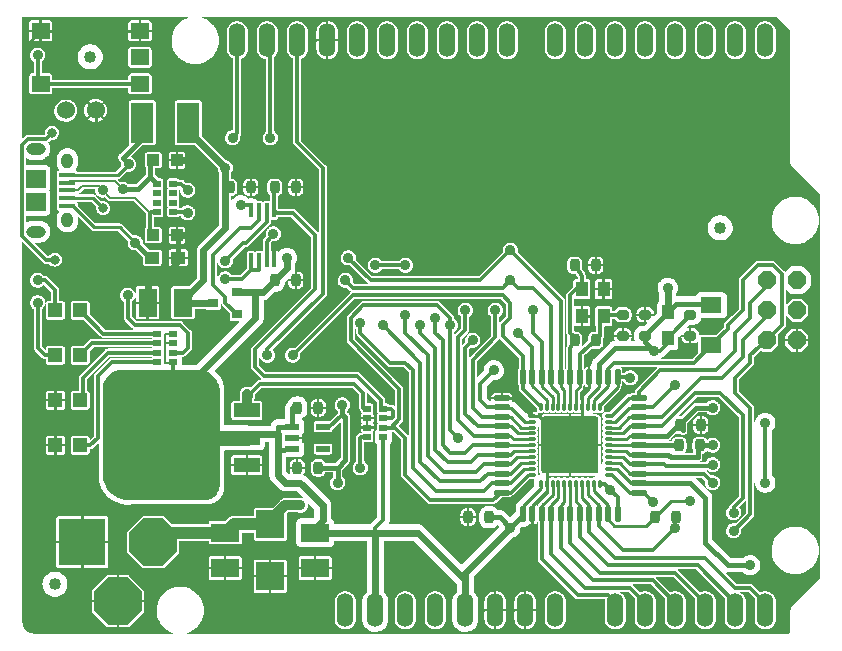
<source format=gbr>
%TF.GenerationSoftware,KiCad,Pcbnew,(6.0.10-0)*%
%TF.CreationDate,2023-01-08T15:47:47+01:00*%
%TF.ProjectId,Leonardo_Rev3d,4c656f6e-6172-4646-9f5f-52657633642e,3d*%
%TF.SameCoordinates,Original*%
%TF.FileFunction,Copper,L1,Top*%
%TF.FilePolarity,Positive*%
%FSLAX46Y46*%
G04 Gerber Fmt 4.6, Leading zero omitted, Abs format (unit mm)*
G04 Created by KiCad (PCBNEW (6.0.10-0)) date 2023-01-08 15:47:47*
%MOMM*%
%LPD*%
G01*
G04 APERTURE LIST*
G04 Aperture macros list*
%AMRoundRect*
0 Rectangle with rounded corners*
0 $1 Rounding radius*
0 $2 $3 $4 $5 $6 $7 $8 $9 X,Y pos of 4 corners*
0 Add a 4 corners polygon primitive as box body*
4,1,4,$2,$3,$4,$5,$6,$7,$8,$9,$2,$3,0*
0 Add four circle primitives for the rounded corners*
1,1,$1+$1,$2,$3*
1,1,$1+$1,$4,$5*
1,1,$1+$1,$6,$7*
1,1,$1+$1,$8,$9*
0 Add four rect primitives between the rounded corners*
20,1,$1+$1,$2,$3,$4,$5,0*
20,1,$1+$1,$4,$5,$6,$7,0*
20,1,$1+$1,$6,$7,$8,$9,0*
20,1,$1+$1,$8,$9,$2,$3,0*%
%AMOutline5P*
0 Free polygon, 5 corners , with rotation*
0 The origin of the aperture is its center*
0 number of corners: always 5*
0 $1 to $10 corner X, Y*
0 $11 Rotation angle, in degrees counterclockwise*
0 create outline with 5 corners*
4,1,5,$1,$2,$3,$4,$5,$6,$7,$8,$9,$10,$1,$2,$11*%
%AMOutline6P*
0 Free polygon, 6 corners , with rotation*
0 The origin of the aperture is its center*
0 number of corners: always 6*
0 $1 to $12 corner X, Y*
0 $13 Rotation angle, in degrees counterclockwise*
0 create outline with 6 corners*
4,1,6,$1,$2,$3,$4,$5,$6,$7,$8,$9,$10,$11,$12,$1,$2,$13*%
%AMOutline7P*
0 Free polygon, 7 corners , with rotation*
0 The origin of the aperture is its center*
0 number of corners: always 7*
0 $1 to $14 corner X, Y*
0 $15 Rotation angle, in degrees counterclockwise*
0 create outline with 7 corners*
4,1,7,$1,$2,$3,$4,$5,$6,$7,$8,$9,$10,$11,$12,$13,$14,$1,$2,$15*%
%AMOutline8P*
0 Free polygon, 8 corners , with rotation*
0 The origin of the aperture is its center*
0 number of corners: always 8*
0 $1 to $16 corner X, Y*
0 $17 Rotation angle, in degrees counterclockwise*
0 create outline with 8 corners*
4,1,8,$1,$2,$3,$4,$5,$6,$7,$8,$9,$10,$11,$12,$13,$14,$15,$16,$1,$2,$17*%
G04 Aperture macros list end*
%TA.AperFunction,SMDPad,CuDef*%
%ADD10R,2.235200X1.219200*%
%TD*%
%TA.AperFunction,SMDPad,CuDef*%
%ADD11R,2.200000X3.600000*%
%TD*%
%TA.AperFunction,SMDPad,CuDef*%
%ADD12RoundRect,0.508000X0.000000X0.000000X0.000000X0.000000X0.000000X0.000000X0.000000X0.000000X0*%
%TD*%
%TA.AperFunction,SMDPad,CuDef*%
%ADD13RoundRect,0.359360X0.089840X-0.190640X0.089840X0.190640X-0.089840X0.190640X-0.089840X-0.190640X0*%
%TD*%
%TA.AperFunction,SMDPad,CuDef*%
%ADD14RoundRect,0.359360X-0.089840X0.190640X-0.089840X-0.190640X0.089840X-0.190640X0.089840X0.190640X0*%
%TD*%
%TA.AperFunction,SMDPad,CuDef*%
%ADD15R,1.200000X0.550000*%
%TD*%
%TA.AperFunction,SMDPad,CuDef*%
%ADD16R,1.800000X1.400000*%
%TD*%
%TA.AperFunction,ComponentPad*%
%ADD17C,1.524000*%
%TD*%
%TA.AperFunction,SMDPad,CuDef*%
%ADD18R,1.000000X1.000000*%
%TD*%
%TA.AperFunction,SMDPad,CuDef*%
%ADD19R,0.889000X0.787400*%
%TD*%
%TA.AperFunction,SMDPad,CuDef*%
%ADD20R,1.200000X1.200000*%
%TD*%
%TA.AperFunction,SMDPad,CuDef*%
%ADD21RoundRect,0.180000X0.520000X0.045000X-0.520000X0.045000X-0.520000X-0.045000X0.520000X-0.045000X0*%
%TD*%
%TA.AperFunction,SMDPad,CuDef*%
%ADD22RoundRect,0.180000X0.045000X0.520000X-0.045000X0.520000X-0.045000X-0.520000X0.045000X-0.520000X0*%
%TD*%
%TA.AperFunction,SMDPad,CuDef*%
%ADD23RoundRect,0.500000X0.000000X0.000000X0.000000X0.000000X0.000000X0.000000X0.000000X0.000000X0*%
%TD*%
%TA.AperFunction,ComponentPad*%
%ADD24O,1.422400X2.844800*%
%TD*%
%TA.AperFunction,SMDPad,CuDef*%
%ADD25R,2.400000X2.400000*%
%TD*%
%TA.AperFunction,SMDPad,CuDef*%
%ADD26R,1.000000X1.200000*%
%TD*%
%TA.AperFunction,SMDPad,CuDef*%
%ADD27R,0.650000X0.500000*%
%TD*%
%TA.AperFunction,SMDPad,CuDef*%
%ADD28R,1.900000X3.400000*%
%TD*%
%TA.AperFunction,SMDPad,CuDef*%
%ADD29RoundRect,0.359360X-0.089840X-0.190640X0.089840X-0.190640X0.089840X0.190640X-0.089840X0.190640X0*%
%TD*%
%TA.AperFunction,SMDPad,CuDef*%
%ADD30R,1.346200X0.457200*%
%TD*%
%TA.AperFunction,SMDPad,CuDef*%
%ADD31R,1.651000X1.498600*%
%TD*%
%TA.AperFunction,ComponentPad*%
%ADD32O,1.651000X1.016000*%
%TD*%
%TA.AperFunction,ComponentPad*%
%ADD33O,1.016000X1.295400*%
%TD*%
%TA.AperFunction,SMDPad,CuDef*%
%ADD34R,2.400000X1.600000*%
%TD*%
%TA.AperFunction,SMDPad,CuDef*%
%ADD35R,1.600000X2.400000*%
%TD*%
%TA.AperFunction,SMDPad,CuDef*%
%ADD36R,0.300000X1.200000*%
%TD*%
%TA.AperFunction,ComponentPad*%
%ADD37Outline8P,-0.775000X0.321016X-0.321016X0.775000X0.321016X0.775000X0.775000X0.321016X0.775000X-0.321016X0.321016X-0.775000X-0.321016X-0.775000X-0.775000X-0.321016X270.000000*%
%TD*%
%TA.AperFunction,SMDPad,CuDef*%
%ADD38R,1.050000X1.300000*%
%TD*%
%TA.AperFunction,SMDPad,CuDef*%
%ADD39R,1.200000X1.000000*%
%TD*%
%TA.AperFunction,SMDPad,CuDef*%
%ADD40RoundRect,0.359360X0.190640X0.089840X-0.190640X0.089840X-0.190640X-0.089840X0.190640X-0.089840X0*%
%TD*%
%TA.AperFunction,SMDPad,CuDef*%
%ADD41RoundRect,0.359360X-0.190640X-0.089840X0.190640X-0.089840X0.190640X0.089840X-0.190640X0.089840X0*%
%TD*%
%TA.AperFunction,SMDPad,CuDef*%
%ADD42RoundRect,0.110000X0.265000X0.027500X-0.265000X0.027500X-0.265000X-0.027500X0.265000X-0.027500X0*%
%TD*%
%TA.AperFunction,SMDPad,CuDef*%
%ADD43RoundRect,0.110000X-0.027500X0.265000X-0.027500X-0.265000X0.027500X-0.265000X0.027500X0.265000X0*%
%TD*%
%TA.AperFunction,SMDPad,CuDef*%
%ADD44RoundRect,0.110000X-0.265000X-0.027500X0.265000X-0.027500X0.265000X0.027500X-0.265000X0.027500X0*%
%TD*%
%TA.AperFunction,SMDPad,CuDef*%
%ADD45RoundRect,0.110000X0.027500X-0.265000X0.027500X0.265000X-0.027500X0.265000X-0.027500X-0.265000X0*%
%TD*%
%TA.AperFunction,SMDPad,CuDef*%
%ADD46RoundRect,0.241300X2.171700X2.171700X-2.171700X2.171700X-2.171700X-2.171700X2.171700X-2.171700X0*%
%TD*%
%TA.AperFunction,SMDPad,CuDef*%
%ADD47RoundRect,0.105000X0.695000X0.595000X-0.695000X0.595000X-0.695000X-0.595000X0.695000X-0.595000X0*%
%TD*%
%TA.AperFunction,ComponentPad*%
%ADD48Outline8P,-2.000000X0.828427X-0.828427X2.000000X0.828427X2.000000X2.000000X0.828427X2.000000X-0.828427X0.828427X-2.000000X-0.828427X-2.000000X-2.000000X-0.828427X90.000000*%
%TD*%
%TA.AperFunction,ComponentPad*%
%ADD49Outline8P,-2.000000X0.828427X-0.828427X2.000000X0.828427X2.000000X2.000000X0.828427X2.000000X-0.828427X0.828427X-2.000000X-0.828427X-2.000000X-2.000000X-0.828427X180.000000*%
%TD*%
%TA.AperFunction,ComponentPad*%
%ADD50R,4.000000X4.000000*%
%TD*%
%TA.AperFunction,SMDPad,CuDef*%
%ADD51RoundRect,0.359360X0.089840X0.190640X-0.089840X0.190640X-0.089840X-0.190640X0.089840X-0.190640X0*%
%TD*%
%TA.AperFunction,ViaPad*%
%ADD52C,0.900000*%
%TD*%
%TA.AperFunction,ViaPad*%
%ADD53C,0.800000*%
%TD*%
%TA.AperFunction,Conductor*%
%ADD54C,0.304800*%
%TD*%
%TA.AperFunction,Conductor*%
%ADD55C,0.609600*%
%TD*%
%TA.AperFunction,Conductor*%
%ADD56C,0.406400*%
%TD*%
%TA.AperFunction,Conductor*%
%ADD57C,0.254000*%
%TD*%
%TA.AperFunction,Conductor*%
%ADD58C,1.270000*%
%TD*%
%TA.AperFunction,Conductor*%
%ADD59C,0.203200*%
%TD*%
%TA.AperFunction,Conductor*%
%ADD60C,0.250000*%
%TD*%
%TA.AperFunction,Conductor*%
%ADD61C,0.279400*%
%TD*%
%TA.AperFunction,Conductor*%
%ADD62C,1.016000*%
%TD*%
%TA.AperFunction,Conductor*%
%ADD63C,0.812800*%
%TD*%
%TA.AperFunction,Conductor*%
%ADD64C,0.200000*%
%TD*%
G04 APERTURE END LIST*
D10*
%TO.P,IC1,1,GND/ADJ*%
%TO.N,COM*%
X133819900Y-116840000D03*
%TO.P,IC1,2,OUT@1*%
%TO.N,+5V*%
X133819900Y-114528600D03*
%TO.P,IC1,3,IN*%
%TO.N,/VIN*%
X133819900Y-112217200D03*
D11*
%TO.P,IC1,4,OUT*%
%TO.N,+5V*%
X127622100Y-114528600D03*
%TD*%
D12*
%TO.P,FID2,P$1*%
%TO.N,N/C*%
X173901100Y-96748600D03*
%TD*%
D13*
%TO.P,C4,1,1*%
%TO.N,/XTAL1*%
X161582100Y-99923600D03*
%TO.P,C4,2,2*%
%TO.N,COM*%
X163360100Y-99923600D03*
%TD*%
D14*
%TO.P,C9,1,1*%
%TO.N,COM*%
X172249000Y-113450300D03*
%TO.P,C9,2,2*%
%TO.N,VUSB*%
X170471000Y-113450300D03*
%TD*%
D15*
%TO.P,U3,1,IN*%
%TO.N,+5V*%
X137676100Y-113578600D03*
%TO.P,U3,2,GND*%
%TO.N,COM*%
X137676100Y-114528600D03*
%TO.P,U3,3,ON/~{OFF}*%
%TO.N,+5V*%
X137676100Y-115478600D03*
%TO.P,U3,4,NC/FB*%
%TO.N,unconnected-(U3-Pad4)*%
X140276100Y-115478600D03*
%TO.P,U3,5,OUT*%
%TO.N,/+3V3*%
X140276100Y-113578600D03*
%TD*%
D16*
%TO.P,D2,A,A*%
%TO.N,/RESET*%
X173139100Y-106703600D03*
%TO.P,D2,C,C*%
%TO.N,+5V*%
X173139100Y-103303600D03*
%TD*%
D12*
%TO.P,FID3,P$1*%
%TO.N,N/C*%
X117570000Y-126920000D03*
%TD*%
D17*
%TO.P,JP2,1,A*%
%TO.N,/USBID*%
X118470000Y-86810000D03*
%TO.P,JP2,2,B*%
%TO.N,COM*%
X121010000Y-86810000D03*
%TD*%
D18*
%TO.P,Z2,1,1*%
%TO.N,/D-*%
X125911100Y-91033600D03*
%TO.P,Z2,2,2*%
%TO.N,COM*%
X127911100Y-91033600D03*
%TD*%
D19*
%TO.P,T1,1,D*%
%TO.N,VUSB*%
X130975100Y-103124000D03*
%TO.P,T1,2,S*%
%TO.N,+5V*%
X133007100Y-102158800D03*
%TO.P,T1,3,G*%
%TO.N,/GATE_CMD*%
X133007100Y-104089200D03*
%TD*%
D20*
%TO.P,ON0,A,A*%
%TO.N,Net-(ON0-PadA)*%
X119706100Y-115163600D03*
%TO.P,ON0,C,C*%
%TO.N,COM*%
X117606100Y-115163600D03*
%TD*%
D21*
%TO.P,U2,1,(INT6/AIN0)PE6*%
%TO.N,/D7*%
X167001100Y-119163600D03*
%TO.P,U2,2,UVCC*%
%TO.N,+5V*%
X167001100Y-118363600D03*
%TO.P,U2,3,D-*%
%TO.N,/RD-*%
X167001100Y-117563600D03*
%TO.P,U2,4,D+*%
%TO.N,/RD+*%
X167001100Y-116763600D03*
%TO.P,U2,5,UGND*%
%TO.N,GND1*%
X167001100Y-115963600D03*
%TO.P,U2,6,UCAP*%
%TO.N,/UCAP*%
X167001100Y-115163600D03*
%TO.P,U2,7,VBUS*%
%TO.N,VUSB*%
X167001100Y-114363600D03*
%TO.P,U2,8,(SS/PCINT0)PB0*%
%TO.N,/RXLED*%
X167001100Y-113563600D03*
%TO.P,U2,9,(SCLK/PCINT1)PB1*%
%TO.N,/SCK*%
X167001100Y-112763600D03*
%TO.P,U2,10,(PDI/MOSI/PCINT2)PB2*%
%TO.N,/MOSI*%
X167001100Y-111963600D03*
%TO.P,U2,11,(PD0/MISO/PCINT3)PB3*%
%TO.N,/MISO*%
X167001100Y-111163600D03*
D22*
%TO.P,U2,12,(PCINT7/OC0A/OC1C/#RTS)PB7*%
%TO.N,/IO11\u002A*%
X165201100Y-109363600D03*
%TO.P,U2,13,RESET*%
%TO.N,/RESET*%
X164401100Y-109363600D03*
%TO.P,U2,14,VCC*%
%TO.N,+5V*%
X163601100Y-109363600D03*
%TO.P,U2,15,GND*%
%TO.N,COM*%
X162801100Y-109363600D03*
%TO.P,U2,16,XTAL2*%
%TO.N,/XTAL2*%
X162001100Y-109363600D03*
%TO.P,U2,17,XTAL1*%
%TO.N,/XTAL1*%
X161201100Y-109363600D03*
%TO.P,U2,18,(OC0B/SCL/INT0)PD0*%
%TO.N,/D3{slash}SCL*%
X160401100Y-109363600D03*
%TO.P,U2,19,(SDA/INT1)PD1*%
%TO.N,/D2{slash}SDA*%
X159601100Y-109363600D03*
%TO.P,U2,20,(RXD1/AIN1/INT2)PD2*%
%TO.N,/D0{slash}RX*%
X158801100Y-109363600D03*
%TO.P,U2,21,(TXD1/INT3)PD3*%
%TO.N,/D1{slash}TX*%
X158001100Y-109363600D03*
%TO.P,U2,22,(XCK1/#CTS)PD5*%
%TO.N,/TXLED*%
X157201100Y-109363600D03*
D21*
%TO.P,U2,23,GND1*%
%TO.N,COM*%
X155401100Y-111163600D03*
%TO.P,U2,24,AVCC*%
%TO.N,+5V*%
X155401100Y-111963600D03*
%TO.P,U2,25,(ICP1/ADC8)PD4*%
%TO.N,/D4*%
X155401100Y-112763600D03*
%TO.P,U2,26,(T1/#OC4D/ADC9)PD6*%
%TO.N,/IO12*%
X155401100Y-113563600D03*
%TO.P,U2,27,(T0/OC4D/ADC10)PD7*%
%TO.N,/D6\u002A*%
X155401100Y-114363600D03*
%TO.P,U2,28,(ADC11/PCINT4)PB4*%
%TO.N,/IO8*%
X155401100Y-115163600D03*
%TO.P,U2,29,(PCINT5/OC1A/#OC4B/ADC12)PB5*%
%TO.N,/IO9\u002A*%
X155401100Y-115963600D03*
%TO.P,U2,30,(PCINT6/OC1B/OC4B/ADC13)PB6*%
%TO.N,/IO10\u002A*%
X155401100Y-116763600D03*
%TO.P,U2,31,(OC3A/#0C4A)PC6*%
%TO.N,/D5\u002A*%
X155401100Y-117563600D03*
%TO.P,U2,32,(ICP3/CLK0/OC4A)PC7*%
%TO.N,/IO13\u002A*%
X155401100Y-118363600D03*
%TO.P,U2,33,(#HWB)PE2*%
%TO.N,/D7*%
X155401100Y-119163600D03*
D22*
%TO.P,U2,34,VCC1*%
%TO.N,+5V*%
X157201100Y-120963600D03*
%TO.P,U2,35,GND2*%
%TO.N,COM*%
X158001100Y-120963600D03*
%TO.P,U2,36,(ADC7/TDI)PF7*%
%TO.N,/A0*%
X158801100Y-120963600D03*
%TO.P,U2,37,(ADC6/TDO)PF6*%
%TO.N,/A1*%
X159601100Y-120963600D03*
%TO.P,U2,38,(ADC5/TMS)PF5*%
%TO.N,/A2*%
X160401100Y-120963600D03*
%TO.P,U2,39,(ADC4/TCK)PF4*%
%TO.N,/A3*%
X161201100Y-120963600D03*
%TO.P,U2,40,(ADC1)PF1*%
%TO.N,/A4*%
X162001100Y-120963600D03*
%TO.P,U2,41,(ADC0)PF0*%
%TO.N,/A5*%
X162801100Y-120963600D03*
%TO.P,U2,42,AREF*%
%TO.N,/AREF*%
X163601100Y-120963600D03*
%TO.P,U2,43,GND3*%
%TO.N,/AGND*%
X164401100Y-120963600D03*
%TO.P,U2,44,AVCC1*%
%TO.N,+5V*%
X165201100Y-120963600D03*
D23*
%TO.P,U2,P$1,PAD*%
%TO.N,COM*%
X161201100Y-115163600D03*
%TD*%
D24*
%TO.P,J4,1,1*%
%TO.N,/A0*%
X165011100Y-129133600D03*
%TO.P,J4,2,2*%
%TO.N,/A1*%
X167551100Y-129133600D03*
%TO.P,J4,3,3*%
%TO.N,/A2*%
X170091100Y-129133600D03*
%TO.P,J4,4,4*%
%TO.N,/A3*%
X172631100Y-129133600D03*
%TO.P,J4,5,5*%
%TO.N,/A4*%
X175171100Y-129133600D03*
%TO.P,J4,6,6*%
%TO.N,/A5*%
X177711100Y-129133600D03*
%TD*%
%TO.P,J3,1,1*%
%TO.N,unconnected-(J3-Pad1)*%
X142151100Y-129133600D03*
%TO.P,J3,2,2*%
%TO.N,+5V*%
X144691100Y-129133600D03*
%TO.P,J3,3,3*%
%TO.N,/RESET*%
X147231100Y-129133600D03*
%TO.P,J3,4,4*%
%TO.N,/+3V3*%
X149771100Y-129133600D03*
%TO.P,J3,5,5*%
%TO.N,+5V*%
X152311100Y-129133600D03*
%TO.P,J3,6,6*%
%TO.N,COM*%
X154851100Y-129133600D03*
%TO.P,J3,7,7*%
X157391100Y-129133600D03*
%TO.P,J3,8,8*%
%TO.N,/VIN*%
X159931100Y-129133600D03*
%TD*%
D20*
%TO.P,RX0,A,A*%
%TO.N,Net-(RN2-Pad5)*%
X119706100Y-103733600D03*
%TO.P,RX0,C,C*%
%TO.N,/RXLED*%
X117606100Y-103733600D03*
%TD*%
D25*
%TO.P,D1,A,A*%
%TO.N,COM*%
X135801100Y-126253600D03*
%TO.P,D1,C,C*%
%TO.N,/VIN*%
X135801100Y-121853600D03*
%TD*%
D26*
%TO.P,L1,1,1*%
%TO.N,+5V*%
X169456100Y-103903600D03*
%TO.P,L1,2,2*%
X169456100Y-106103600D03*
%TD*%
D18*
%TO.P,Z1,1,1*%
%TO.N,/D+*%
X125911100Y-97383600D03*
%TO.P,Z1,2,2*%
%TO.N,COM*%
X127911100Y-97383600D03*
%TD*%
D27*
%TO.P,RN3,1,1*%
%TO.N,/RD+*%
X127586100Y-95408600D03*
%TO.P,RN3,2,1*%
%TO.N,unconnected-(RN3-Pad2)*%
X127586100Y-94608600D03*
%TO.P,RN3,3,1*%
%TO.N,unconnected-(RN3-Pad3)*%
X127586100Y-93808600D03*
%TO.P,RN3,4,1*%
%TO.N,/RD-*%
X127586100Y-93008600D03*
%TO.P,RN3,5,2*%
%TO.N,/D-*%
X126236100Y-93008600D03*
%TO.P,RN3,6,2*%
%TO.N,unconnected-(RN3-Pad6)*%
X126236100Y-93808600D03*
%TO.P,RN3,7,2*%
%TO.N,unconnected-(RN3-Pad7)*%
X126236100Y-94608600D03*
%TO.P,RN3,8,2*%
%TO.N,/D+*%
X126236100Y-95408600D03*
%TD*%
D24*
%TO.P,J2,1,1*%
%TO.N,/D0{slash}RX*%
X177711100Y-80873600D03*
%TO.P,J2,2,2*%
%TO.N,/D1{slash}TX*%
X175171100Y-80873600D03*
%TO.P,J2,3,3*%
%TO.N,/D2{slash}SDA*%
X172631100Y-80873600D03*
%TO.P,J2,4,4*%
%TO.N,/D3{slash}SCL*%
X170091100Y-80873600D03*
%TO.P,J2,5,5*%
%TO.N,/D4*%
X167551100Y-80873600D03*
%TO.P,J2,6,6*%
%TO.N,/D5\u002A*%
X165011100Y-80873600D03*
%TO.P,J2,7,7*%
%TO.N,/D6\u002A*%
X162471100Y-80873600D03*
%TO.P,J2,8,8*%
%TO.N,/D7*%
X159931100Y-80873600D03*
%TD*%
D14*
%TO.P,C1,1,1*%
%TO.N,+5V*%
X154335100Y-121248600D03*
%TO.P,C1,2,2*%
%TO.N,COM*%
X152557100Y-121248600D03*
%TD*%
D28*
%TO.P,F1,1,1*%
%TO.N,VUSB*%
X128861100Y-87858600D03*
%TO.P,F1,2,2*%
%TO.N,/XUSB*%
X124961100Y-87858600D03*
%TD*%
D20*
%TO.P,L0,A,A*%
%TO.N,Net-(L0-PadA)*%
X119706100Y-111353600D03*
%TO.P,L0,C,C*%
%TO.N,COM*%
X117606100Y-111353600D03*
%TD*%
D29*
%TO.P,R1,1,1*%
%TO.N,/XTAL1*%
X161582100Y-106273600D03*
%TO.P,R1,2,2*%
%TO.N,/XTAL2*%
X163360100Y-106273600D03*
%TD*%
D30*
%TO.P,J1,P1,VBUS*%
%TO.N,/XUSB*%
X118622600Y-92280000D03*
%TO.P,J1,P2,D-*%
%TO.N,/D-*%
X118622600Y-92930001D03*
%TO.P,J1,P3,D+*%
%TO.N,/D+*%
X118622600Y-93580000D03*
%TO.P,J1,P4,ID*%
%TO.N,/USBID*%
X118622600Y-94229999D03*
%TO.P,J1,P5,GND*%
%TO.N,GND1*%
X118622600Y-94880000D03*
D31*
%TO.P,J1,S5*%
%TO.N,N/C*%
X115947599Y-92579999D03*
%TO.P,J1,S6*%
X115947599Y-94580001D03*
D32*
%TO.P,J1,S_1*%
X115947599Y-90080000D03*
%TO.P,J1,S_2*%
X115947599Y-97080001D03*
D33*
%TO.P,J1,S_3*%
X118622600Y-91080000D03*
%TO.P,J1,S_4*%
X118622600Y-96080000D03*
%TD*%
D34*
%TO.P,C10,+,+*%
%TO.N,/VIN*%
X131991100Y-122553600D03*
%TO.P,C10,-,-*%
%TO.N,COM*%
X131991100Y-125553600D03*
%TD*%
D35*
%TO.P,C8,+,+*%
%TO.N,VUSB*%
X128411100Y-103098600D03*
%TO.P,C8,-,-*%
%TO.N,COM*%
X125411100Y-103098600D03*
%TD*%
D24*
%TO.P,JP1,1,1*%
%TO.N,/IO8*%
X155867100Y-80873600D03*
%TO.P,JP1,2,2*%
%TO.N,/IO9\u002A*%
X153327100Y-80873600D03*
%TO.P,JP1,3,3*%
%TO.N,/IO10\u002A*%
X150787100Y-80873600D03*
%TO.P,JP1,4,4*%
%TO.N,/IO11\u002A*%
X148247100Y-80873600D03*
%TO.P,JP1,5,5*%
%TO.N,/IO12*%
X145707100Y-80873600D03*
%TO.P,JP1,6,6*%
%TO.N,/IO13\u002A*%
X143167100Y-80873600D03*
%TO.P,JP1,7,7*%
%TO.N,COM*%
X140627100Y-80873600D03*
%TO.P,JP1,8,8*%
%TO.N,/AREF*%
X138087100Y-80873600D03*
%TO.P,JP1,9,9*%
%TO.N,/D2{slash}SDA*%
X135547100Y-80873600D03*
%TO.P,JP1,10,10*%
%TO.N,/D3{slash}SCL*%
X133007100Y-80873600D03*
%TD*%
D12*
%TO.P,FID1,P$1*%
%TO.N,N/C*%
X120561100Y-82270600D03*
%TD*%
D13*
%TO.P,C7,1,1*%
%TO.N,/UCAP*%
X170411000Y-115170000D03*
%TO.P,C7,2,2*%
%TO.N,GND1*%
X172189000Y-115170000D03*
%TD*%
D36*
%TO.P,IC2,1,OUT*%
%TO.N,/LL*%
X134190100Y-99496600D03*
%TO.P,IC2,2,-IN*%
X134840100Y-99496600D03*
%TO.P,IC2,3,+IN*%
%TO.N,/IO13\u002A*%
X135490100Y-99496600D03*
%TO.P,IC2,4,V-*%
%TO.N,COM*%
X136140100Y-99496600D03*
%TO.P,IC2,5,+IN*%
%TO.N,/CMP*%
X136140100Y-95271600D03*
%TO.P,IC2,6,-IN*%
%TO.N,/+3V3*%
X135490100Y-95271600D03*
%TO.P,IC2,7,OUT*%
%TO.N,/GATE_CMD*%
X134840100Y-95271600D03*
%TO.P,IC2,8,V+*%
%TO.N,+5V*%
X134190100Y-95271600D03*
%TD*%
D27*
%TO.P,RN2,1,1*%
%TO.N,+5V*%
X127586100Y-108108600D03*
%TO.P,RN2,2,1*%
%TO.N,/LL*%
X127586100Y-107308600D03*
%TO.P,RN2,3,1*%
%TO.N,+5V*%
X127586100Y-106508600D03*
%TO.P,RN2,4,1*%
X127586100Y-105708600D03*
%TO.P,RN2,5,2*%
%TO.N,Net-(RN2-Pad5)*%
X126236100Y-105708600D03*
%TO.P,RN2,6,2*%
%TO.N,Net-(RN2-Pad6)*%
X126236100Y-106508600D03*
%TO.P,RN2,7,2*%
%TO.N,Net-(L0-PadA)*%
X126236100Y-107308600D03*
%TO.P,RN2,8,2*%
%TO.N,Net-(ON0-PadA)*%
X126236100Y-108108600D03*
%TD*%
%TO.P,RN1,1,1*%
%TO.N,/VIN*%
X144016100Y-112058600D03*
%TO.P,RN1,2,1*%
%TO.N,COM*%
X144016100Y-112858600D03*
%TO.P,RN1,3,1*%
X144016100Y-113658600D03*
%TO.P,RN1,4,1*%
%TO.N,/RESET*%
X144016100Y-114458600D03*
%TO.P,RN1,5,2*%
%TO.N,+5V*%
X145366100Y-114458600D03*
%TO.P,RN1,6,2*%
%TO.N,/D7*%
X145366100Y-113658600D03*
%TO.P,RN1,7,2*%
%TO.N,/CMP*%
X145366100Y-112858600D03*
%TO.P,RN1,8,2*%
X145366100Y-112058600D03*
%TD*%
D13*
%TO.P,C14,1,1*%
%TO.N,COM*%
X138087100Y-117068600D03*
%TO.P,C14,2,2*%
%TO.N,/+3V3*%
X139865100Y-117068600D03*
%TD*%
D37*
%TO.P,ICSP0,1,1*%
%TO.N,/MISO*%
X177838100Y-101193600D03*
%TO.P,ICSP0,2,2*%
%TO.N,+5V*%
X180378100Y-101193600D03*
%TO.P,ICSP0,3,3*%
%TO.N,/SCK*%
X177838100Y-103733600D03*
%TO.P,ICSP0,4,4*%
%TO.N,/MOSI*%
X180378100Y-103733600D03*
%TO.P,ICSP0,5,5*%
%TO.N,/RESET*%
X177838100Y-106273600D03*
%TO.P,ICSP0,6,6*%
%TO.N,COM*%
X180378100Y-106273600D03*
%TD*%
D38*
%TO.P,Y1,1,C1*%
%TO.N,/XTAL1*%
X162181100Y-101948600D03*
%TO.P,Y1,2,GND@1*%
%TO.N,COM*%
X162181100Y-104248600D03*
%TO.P,Y1,3,C2*%
%TO.N,/XTAL2*%
X164031100Y-104248600D03*
%TO.P,Y1,4,GND@2*%
%TO.N,COM*%
X164031100Y-101948600D03*
%TD*%
D39*
%TO.P,L2,1,1*%
%TO.N,GND1*%
X125811100Y-99288600D03*
%TO.P,L2,2,2*%
%TO.N,COM*%
X128011100Y-99288600D03*
%TD*%
D34*
%TO.P,C12,+,+*%
%TO.N,+5V*%
X139611100Y-122553600D03*
%TO.P,C12,-,-*%
%TO.N,COM*%
X139611100Y-125553600D03*
%TD*%
D40*
%TO.P,C3,1,1*%
%TO.N,COM*%
X165646100Y-105892600D03*
%TO.P,C3,2,2*%
%TO.N,/XTAL2*%
X165646100Y-104114600D03*
%TD*%
D13*
%TO.P,C6,1,1*%
%TO.N,/AGND*%
X168397100Y-121223600D03*
%TO.P,C6,2,2*%
%TO.N,/AREF*%
X170175100Y-121223600D03*
%TD*%
%TO.P,C13,1,1*%
%TO.N,+5V*%
X136182100Y-101193600D03*
%TO.P,C13,2,2*%
%TO.N,COM*%
X137960100Y-101193600D03*
%TD*%
D40*
%TO.P,C2,1,1*%
%TO.N,+5V*%
X167551100Y-105892600D03*
%TO.P,C2,2,2*%
%TO.N,COM*%
X167551100Y-104114600D03*
%TD*%
D41*
%TO.P,C5,1,1*%
%TO.N,+5V*%
X171361100Y-104114600D03*
%TO.P,C5,2,2*%
%TO.N,COM*%
X171361100Y-105892600D03*
%TD*%
D42*
%TO.P,U1,1,(INT6/AIN0)PE6*%
%TO.N,/D7*%
X164476100Y-117663600D03*
%TO.P,U1,2,UVCC*%
%TO.N,+5V*%
X164476100Y-117163600D03*
%TO.P,U1,3,D-*%
%TO.N,/RD-*%
X164476100Y-116663600D03*
%TO.P,U1,4,D+*%
%TO.N,/RD+*%
X164476100Y-116163600D03*
%TO.P,U1,5,UGND*%
%TO.N,GND1*%
X164476100Y-115663600D03*
%TO.P,U1,6,UCAP*%
%TO.N,/UCAP*%
X164476100Y-115163600D03*
%TO.P,U1,7,VBUS*%
%TO.N,VUSB*%
X164476100Y-114663600D03*
%TO.P,U1,8,(SS/PCINT0)PB0*%
%TO.N,/RXLED*%
X164476100Y-114163600D03*
%TO.P,U1,9,(SCLK/PCINT1)PB1*%
%TO.N,/SCK*%
X164476100Y-113663600D03*
%TO.P,U1,10,(PDI/MOSI/PCINT2)PB2*%
%TO.N,/MOSI*%
X164476100Y-113163600D03*
%TO.P,U1,11,(PD0/MISO/PCINT3)PB3*%
%TO.N,/MISO*%
X164476100Y-112663600D03*
D43*
%TO.P,U1,12,(PCINT7/OC0A/OC1C/#RTS)PB7*%
%TO.N,/IO11\u002A*%
X163701100Y-111888600D03*
%TO.P,U1,13,RESET*%
%TO.N,/RESET*%
X163201100Y-111888600D03*
%TO.P,U1,14,VCC*%
%TO.N,+5V*%
X162701100Y-111888600D03*
%TO.P,U1,15,GND*%
%TO.N,COM*%
X162201100Y-111888600D03*
%TO.P,U1,16,XTAL2*%
%TO.N,/XTAL2*%
X161701100Y-111888600D03*
%TO.P,U1,17,XTAL1*%
%TO.N,/XTAL1*%
X161201100Y-111888600D03*
%TO.P,U1,18,(OC0B/SCL/INT0)PD0*%
%TO.N,/D3{slash}SCL*%
X160701100Y-111888600D03*
%TO.P,U1,19,(SDA/INT1)PD1*%
%TO.N,/D2{slash}SDA*%
X160201100Y-111888600D03*
%TO.P,U1,20,(RXD1/AIN1/INT2)PD2*%
%TO.N,/D0{slash}RX*%
X159701100Y-111888600D03*
%TO.P,U1,21,(TXD1/INT3)PD3*%
%TO.N,/D1{slash}TX*%
X159201100Y-111888600D03*
%TO.P,U1,22,(XCK1/#CTS)PD5*%
%TO.N,/TXLED*%
X158701100Y-111888600D03*
D44*
%TO.P,U1,23,GND1*%
%TO.N,COM*%
X157926100Y-112663600D03*
%TO.P,U1,24,AVCC*%
%TO.N,+5V*%
X157926100Y-113163600D03*
%TO.P,U1,25,(ICP1/ADC8)PD4*%
%TO.N,/D4*%
X157926100Y-113663600D03*
%TO.P,U1,26,(T1/#OC4D/ADC9)PD6*%
%TO.N,/IO12*%
X157926100Y-114163600D03*
%TO.P,U1,27,(T0/OC4D/ADC10)PD7*%
%TO.N,/D6\u002A*%
X157926100Y-114663600D03*
%TO.P,U1,28,(ADC11/PCINT4)PB4*%
%TO.N,/IO8*%
X157926100Y-115163600D03*
%TO.P,U1,29,(PCINT5/OC1A/#OC4B/ADC12)PB5*%
%TO.N,/IO9\u002A*%
X157926100Y-115663600D03*
%TO.P,U1,30,(PCINT6/OC1B/OC4B/ADC13)PB6*%
%TO.N,/IO10\u002A*%
X157926100Y-116163600D03*
%TO.P,U1,31,(OC3A/#0C4A)PC6*%
%TO.N,/D5\u002A*%
X157926100Y-116663600D03*
%TO.P,U1,32,(ICP3/CLK0/OC4A)PC7*%
%TO.N,/IO13\u002A*%
X157926100Y-117163600D03*
%TO.P,U1,33,(#HWB)PE2*%
%TO.N,/D7*%
X157926100Y-117663600D03*
D45*
%TO.P,U1,34,VCC1*%
%TO.N,+5V*%
X158701100Y-118438600D03*
%TO.P,U1,35,GND2*%
%TO.N,COM*%
X159201100Y-118438600D03*
%TO.P,U1,36,(ADC7/TDI)PF7*%
%TO.N,/A0*%
X159701100Y-118438600D03*
%TO.P,U1,37,(ADC6/TDO)PF6*%
%TO.N,/A1*%
X160201100Y-118438600D03*
%TO.P,U1,38,(ADC5/TMS)PF5*%
%TO.N,/A2*%
X160701100Y-118438600D03*
%TO.P,U1,39,(ADC4/TCK)PF4*%
%TO.N,/A3*%
X161201100Y-118438600D03*
%TO.P,U1,40,(ADC1)PF1*%
%TO.N,/A4*%
X161701100Y-118438600D03*
%TO.P,U1,41,(ADC0)PF0*%
%TO.N,/A5*%
X162201100Y-118438600D03*
%TO.P,U1,42,AREF*%
%TO.N,/AREF*%
X162701100Y-118438600D03*
%TO.P,U1,43,GND3*%
%TO.N,/AGND*%
X163201100Y-118438600D03*
%TO.P,U1,44,AVCC1*%
%TO.N,+5V*%
X163701100Y-118438600D03*
D46*
%TO.P,U1,EXP,PAD*%
%TO.N,COM*%
X161201100Y-115163600D03*
%TD*%
D47*
%TO.P,RESET0,1,1*%
%TO.N,/RESET*%
X124760000Y-84570000D03*
%TO.P,RESET0,2,2*%
%TO.N,COM*%
X124760000Y-80070000D03*
%TO.P,RESET0,3,3*%
%TO.N,/RESET*%
X116360000Y-84570000D03*
%TO.P,RESET0,4,4*%
%TO.N,COM*%
X116360000Y-80070000D03*
%TO.P,RESET0,5,5-GND*%
%TO.N,5-GND*%
X124760000Y-82320000D03*
%TD*%
D48*
%TO.P,EXTPOWER0,1,1*%
%TO.N,COM*%
X122897900Y-128371600D03*
D49*
%TO.P,EXTPOWER0,2,2*%
%TO.N,/VIN*%
X125895100Y-123367800D03*
D50*
%TO.P,EXTPOWER0,3,3*%
%TO.N,COM*%
X119900700Y-123367800D03*
%TD*%
D20*
%TO.P,TX0,A,A*%
%TO.N,Net-(RN2-Pad6)*%
X119706100Y-107543600D03*
%TO.P,TX0,C,C*%
%TO.N,/TXLED*%
X117606100Y-107543600D03*
%TD*%
D51*
%TO.P,R4,1,1*%
%TO.N,COM*%
X134150100Y-93319600D03*
%TO.P,R4,2,2*%
%TO.N,VUSB*%
X132372100Y-93319600D03*
%TD*%
D14*
%TO.P,C11,1,1*%
%TO.N,COM*%
X139865100Y-111988600D03*
%TO.P,C11,2,2*%
%TO.N,+5V*%
X138087100Y-111988600D03*
%TD*%
%TO.P,C22,1,1*%
%TO.N,COM*%
X137960100Y-93319600D03*
%TO.P,C22,2,2*%
%TO.N,/CMP*%
X136182100Y-93319600D03*
%TD*%
D52*
%TO.N,+5V*%
X177711100Y-113258600D03*
X128816100Y-118338600D03*
X123101100Y-118338600D03*
X169456100Y-101828600D03*
X137198100Y-99288600D03*
X123101100Y-111983600D03*
X125006100Y-118338600D03*
X125006100Y-111983600D03*
X128816100Y-110083600D03*
X168313100Y-107162600D03*
X123101100Y-116438600D03*
X154724100Y-108813600D03*
X125001100Y-116438600D03*
X156121100Y-122148600D03*
X130086100Y-114528600D03*
X126911100Y-110083600D03*
X176441100Y-125323600D03*
X126911100Y-118338600D03*
X177711100Y-118338600D03*
X164604700Y-118973600D03*
X123101100Y-110083600D03*
X133301100Y-94843600D03*
X125006100Y-110083600D03*
%TO.N,COM*%
X146850100Y-109321600D03*
X180251100Y-118338600D03*
X156121100Y-124053600D03*
X162471100Y-129133600D03*
X155994100Y-120370600D03*
X147231100Y-120243600D03*
X174307500Y-119532400D03*
X117210000Y-95990000D03*
X157899100Y-80873600D03*
X115452899Y-88405825D03*
X117070000Y-91100000D03*
X178981100Y-91033600D03*
X140119100Y-129133600D03*
X155994100Y-107924600D03*
X180251100Y-113258600D03*
X120280000Y-89210000D03*
X119660000Y-98480000D03*
X170726100Y-107162600D03*
X163106100Y-117068600D03*
X138468100Y-92049600D03*
X144183100Y-118592600D03*
%TO.N,/AGND*%
X171361100Y-119888000D03*
%TO.N,/AREF*%
X135547100Y-107543600D03*
X170091100Y-122148600D03*
%TO.N,GND1*%
X173266100Y-115163600D03*
X124371100Y-98018600D03*
%TO.N,/VIN*%
X133896100Y-110972600D03*
X138341100Y-120243600D03*
%TO.N,/+3V3*%
X131991100Y-99542600D03*
X141897100Y-111734600D03*
X141516100Y-118338600D03*
%TO.N,/D+*%
X121610000Y-93559500D03*
%TO.N,/D-*%
X123311100Y-93473600D03*
%TO.N,/RESET*%
X116116100Y-82143600D03*
D53*
X117570000Y-99450000D03*
D52*
X143421100Y-117068600D03*
X175044100Y-122402600D03*
D53*
X117320000Y-88700000D03*
D52*
%TO.N,/XUSB*%
X123811100Y-91373600D03*
%TO.N,/LL*%
X123736100Y-102463600D03*
X131991100Y-101066600D03*
%TO.N,/IO13\u002A*%
X143421100Y-104771100D03*
X136055100Y-97256600D03*
%TO.N,/MOSI*%
X170091100Y-110083600D03*
D53*
%TO.N,/USBID*%
X121645671Y-95077069D03*
D52*
%TO.N,/D0{slash}RX*%
X158026100Y-103733600D03*
%TO.N,/D1{slash}TX*%
X156756100Y-105638600D03*
%TO.N,/D2{slash}SDA*%
X135801100Y-89128600D03*
X156121100Y-101193600D03*
X142151100Y-101193600D03*
%TO.N,/D3{slash}SCL*%
X142405100Y-99288600D03*
X156121100Y-98653600D03*
X132626100Y-89128600D03*
%TO.N,/D4*%
X154851100Y-103733600D03*
%TO.N,/D5\u002A*%
X145326100Y-105003600D03*
%TO.N,/D6\u002A*%
X152311100Y-103733600D03*
%TO.N,/D7*%
X168186100Y-119943600D03*
X151041100Y-105003600D03*
X151676100Y-114528600D03*
%TO.N,VUSB*%
X131991100Y-91668600D03*
X173266100Y-111988600D03*
%TO.N,/IO8*%
X149771100Y-104388900D03*
%TO.N,/IO9\u002A*%
X148501100Y-105003600D03*
%TO.N,/IO10\u002A*%
X147231100Y-104118900D03*
%TO.N,/IO11\u002A*%
X166281100Y-109448600D03*
%TO.N,/IO12*%
X144691100Y-99923600D03*
X152946100Y-106273600D03*
X147231100Y-99923600D03*
%TO.N,/RD+*%
X173266100Y-116814600D03*
X128816100Y-95478600D03*
%TO.N,/RD-*%
X128816100Y-93573600D03*
X173266100Y-118338600D03*
%TO.N,/RXLED*%
X175044100Y-120878600D03*
X116116100Y-101193600D03*
%TO.N,/TXLED*%
X137706100Y-107543600D03*
X116116100Y-103098600D03*
%TD*%
D54*
%TO.N,+5V*%
X153581100Y-109956600D02*
X154724100Y-108813600D01*
D55*
X134531100Y-102412800D02*
X134277100Y-102158800D01*
D56*
X136436100Y-113578600D02*
X137676100Y-113578600D01*
D55*
X138341100Y-118338600D02*
X137071100Y-118338600D01*
D56*
X137676100Y-113578600D02*
X137676100Y-112003600D01*
D54*
X134190100Y-94843600D02*
X134190100Y-95271600D01*
D55*
X134139900Y-114208600D02*
X133819900Y-114528600D01*
D57*
X165156900Y-117163600D02*
X164476100Y-117163600D01*
D54*
X168821100Y-107162600D02*
X169456100Y-106527600D01*
D56*
X169456100Y-103903600D02*
X170183100Y-103176600D01*
D54*
X127586100Y-108108600D02*
X127516100Y-108178600D01*
D55*
X134277100Y-102158800D02*
X133007100Y-102158800D01*
D56*
X136436100Y-115544600D02*
X137676100Y-115478600D01*
D54*
X166976100Y-118338600D02*
X167001100Y-118363600D01*
D55*
X135216900Y-102158800D02*
X136182100Y-101193600D01*
X137071100Y-118338600D02*
X136436100Y-117703600D01*
X136182100Y-101193600D02*
X137198100Y-100177600D01*
D54*
X128816100Y-110083600D02*
X127586100Y-108853600D01*
D58*
X130086100Y-114528600D02*
X133819900Y-114528600D01*
D57*
X166976100Y-118338600D02*
X166331900Y-118338600D01*
D56*
X168059100Y-106908600D02*
X168313100Y-107162600D01*
D59*
X127516100Y-108178600D02*
X126911100Y-108178600D01*
D56*
X176441100Y-125323600D02*
X174536100Y-125323600D01*
D54*
X144691100Y-122553600D02*
X144691100Y-122148600D01*
D56*
X163601100Y-108318600D02*
X165011100Y-106908600D01*
D59*
X126911100Y-108178600D02*
X126911100Y-106508600D01*
D57*
X155401100Y-111963600D02*
X155426100Y-111988600D01*
D55*
X144691100Y-122553600D02*
X144691100Y-129133600D01*
D57*
X166331900Y-118338600D02*
X165156900Y-117163600D01*
X158701100Y-118781200D02*
X158701100Y-118438600D01*
D56*
X155221100Y-121248600D02*
X156121100Y-122148600D01*
X136436100Y-114208600D02*
X136436100Y-113578600D01*
D59*
X126911100Y-106508600D02*
X127586100Y-106508600D01*
D57*
X163601100Y-109363600D02*
X163601100Y-110223600D01*
X157201100Y-120281200D02*
X158701100Y-118781200D01*
D54*
X164604700Y-118973600D02*
X164120500Y-118438600D01*
D56*
X169456100Y-103903600D02*
X167706100Y-105653600D01*
D55*
X136436100Y-114208600D02*
X134139900Y-114208600D01*
D54*
X154191100Y-111963600D02*
X155401100Y-111963600D01*
D56*
X172631100Y-123418600D02*
X172631100Y-119608600D01*
X174536100Y-125323600D02*
X172631100Y-123418600D01*
D54*
X145366100Y-121473600D02*
X145366100Y-114458600D01*
X165201100Y-119570000D02*
X165201100Y-120963600D01*
D55*
X140246100Y-121513600D02*
X140246100Y-120243600D01*
D57*
X155426100Y-111988600D02*
X156222700Y-111988600D01*
D55*
X128816100Y-110083600D02*
X134531100Y-104368600D01*
D59*
X126911100Y-105708600D02*
X127586100Y-105708600D01*
D54*
X154191100Y-111963600D02*
X153581100Y-111353600D01*
X169456100Y-106103600D02*
X169906100Y-105653600D01*
D55*
X137198100Y-100177600D02*
X137198100Y-99288600D01*
X152311100Y-125958600D02*
X156121100Y-122148600D01*
D54*
X144691100Y-122148600D02*
X145366100Y-121473600D01*
D55*
X148271100Y-122553600D02*
X152311100Y-126593600D01*
D56*
X167706100Y-105653600D02*
X167551100Y-105892600D01*
D54*
X168313100Y-107162600D02*
X168821100Y-107162600D01*
D59*
X130086100Y-114528600D02*
X127622100Y-114528600D01*
D54*
X133301100Y-94843600D02*
X134190100Y-94843600D01*
D56*
X139206100Y-122553600D02*
X139611100Y-122553600D01*
X165011100Y-106908600D02*
X168059100Y-106908600D01*
D55*
X139611100Y-122553600D02*
X144691100Y-122553600D01*
D57*
X156222700Y-111988600D02*
X157391100Y-113157000D01*
D55*
X169456100Y-101828600D02*
X169456100Y-103903600D01*
D57*
X157780300Y-113157000D02*
X157926100Y-113163600D01*
D56*
X167551100Y-105892600D02*
X167551100Y-106400600D01*
D54*
X164604700Y-118973600D02*
X165201100Y-119570000D01*
D59*
X126911100Y-106508600D02*
X126911100Y-105708600D01*
D55*
X136436100Y-115544600D02*
X136436100Y-114208600D01*
D56*
X170183100Y-103176600D02*
X172963100Y-103176600D01*
D55*
X134277100Y-102158800D02*
X135216900Y-102158800D01*
X144691100Y-122553600D02*
X148271100Y-122553600D01*
D57*
X157391100Y-113157000D02*
X157780300Y-113157000D01*
D54*
X169456100Y-106527600D02*
X169456100Y-106103600D01*
D56*
X137676100Y-112003600D02*
X138087100Y-111988600D01*
D57*
X157201100Y-120963600D02*
X157201100Y-120281200D01*
D55*
X140246100Y-120243600D02*
X138341100Y-118338600D01*
X139206100Y-122553600D02*
X140246100Y-121513600D01*
D54*
X127586100Y-108853600D02*
X127586100Y-108108600D01*
D56*
X172963100Y-103176600D02*
X173012100Y-103225600D01*
D57*
X162701100Y-111123600D02*
X162701100Y-111888600D01*
D56*
X154335100Y-121248600D02*
X155221100Y-121248600D01*
X173012100Y-103225600D02*
X173139100Y-103303600D01*
D55*
X136436100Y-117703600D02*
X136436100Y-115544600D01*
D56*
X172631100Y-119608600D02*
X171361100Y-118338600D01*
D55*
X134531100Y-104368600D02*
X134531100Y-102412800D01*
X152311100Y-126593600D02*
X152311100Y-129133600D01*
X152311100Y-126593600D02*
X152311100Y-125958600D01*
D54*
X164120500Y-118438600D02*
X163701100Y-118438600D01*
D56*
X157201100Y-121068600D02*
X157201100Y-120963600D01*
X171361100Y-118338600D02*
X166976100Y-118338600D01*
X156121100Y-122148600D02*
X157201100Y-121068600D01*
D54*
X153581100Y-111353600D02*
X153581100Y-109956600D01*
X169906100Y-105653600D02*
X171361100Y-104114600D01*
D56*
X163601100Y-109363600D02*
X163601100Y-108318600D01*
D57*
X163601100Y-110223600D02*
X162701100Y-111123600D01*
D54*
X177711100Y-113258600D02*
X177711100Y-118338600D01*
D56*
X167551100Y-106400600D02*
X168313100Y-107162600D01*
D60*
%TO.N,COM*%
X121010000Y-86810000D02*
X121010000Y-88480000D01*
D54*
X161201100Y-115163600D02*
X163106100Y-117068600D01*
D55*
X120756400Y-97383600D02*
X119660000Y-98480000D01*
D57*
X157926100Y-112663600D02*
X156426100Y-111163600D01*
D55*
X127911100Y-97383600D02*
X128816100Y-97383600D01*
D60*
X115452899Y-88289850D02*
X118019749Y-85723000D01*
D61*
X162201100Y-110887000D02*
X162801100Y-110287000D01*
X162201100Y-111888600D02*
X162201100Y-110887000D01*
D54*
X137325100Y-97510600D02*
X137706100Y-97510600D01*
D61*
X158548700Y-112663600D02*
X157926100Y-112663600D01*
D55*
X125411100Y-100963600D02*
X125411100Y-103098600D01*
D54*
X136140100Y-98695600D02*
X137325100Y-97510600D01*
D55*
X127376100Y-100558600D02*
X128011100Y-99288600D01*
D56*
X128011100Y-97483600D02*
X127911100Y-97383600D01*
D60*
X115452899Y-88405825D02*
X115452899Y-88289850D01*
D54*
X159201100Y-117163600D02*
X161201100Y-115163600D01*
X161201100Y-115163600D02*
X162201100Y-114163600D01*
D61*
X158001100Y-120963600D02*
X158001100Y-120268600D01*
D60*
X116360000Y-80070000D02*
X124760000Y-80070000D01*
D55*
X121831100Y-97383600D02*
X125006100Y-100558600D01*
X130086100Y-96113600D02*
X130086100Y-92303600D01*
D54*
X161201100Y-115163600D02*
X158965900Y-112928400D01*
X136140100Y-99496600D02*
X136140100Y-98695600D01*
D56*
X128011100Y-99288600D02*
X128011100Y-97483600D01*
D55*
X125006100Y-100558600D02*
X125411100Y-100963600D01*
D61*
X159201100Y-119068600D02*
X159201100Y-118438600D01*
D60*
X115245000Y-88197926D02*
X115245000Y-81185000D01*
D61*
X162201100Y-114163600D02*
X162201100Y-111888600D01*
D55*
X128816100Y-97383600D02*
X130086100Y-96113600D01*
X128816100Y-91033600D02*
X127911100Y-91033600D01*
D60*
X115452899Y-88405825D02*
X115245000Y-88197926D01*
D61*
X158001100Y-120268600D02*
X159201100Y-119068600D01*
D60*
X115245000Y-81185000D02*
X116360000Y-80070000D01*
D61*
X159201100Y-118438600D02*
X159201100Y-117163600D01*
D55*
X125006100Y-100558600D02*
X127376100Y-100558600D01*
D60*
X121010000Y-88480000D02*
X120280000Y-89210000D01*
D57*
X156426100Y-111163600D02*
X155401100Y-111163600D01*
D60*
X119923000Y-85723000D02*
X121010000Y-86810000D01*
D61*
X162801100Y-110287000D02*
X162801100Y-109363600D01*
D54*
X158965900Y-112928400D02*
X158813500Y-112928400D01*
X158813500Y-112928400D02*
X158548700Y-112663600D01*
D55*
X121831100Y-97383600D02*
X120756400Y-97383600D01*
D60*
X118019749Y-85723000D02*
X119923000Y-85723000D01*
D55*
X130086100Y-92303600D02*
X128816100Y-91033600D01*
D57*
%TO.N,/XTAL2*%
X161701100Y-110523400D02*
X162001100Y-110223400D01*
D54*
X163756100Y-105877600D02*
X163756100Y-104523600D01*
X163360100Y-106273600D02*
X163756100Y-105877600D01*
D57*
X162001100Y-110223400D02*
X162001100Y-109363600D01*
D54*
X163756100Y-104523600D02*
X164031100Y-104248600D01*
X164031100Y-104114600D02*
X165646100Y-104114600D01*
X162001100Y-107393600D02*
X163360100Y-106273600D01*
D57*
X161701100Y-111888600D02*
X161701100Y-110523400D01*
D54*
X164031100Y-104248600D02*
X164031100Y-104114600D01*
X162001100Y-109363600D02*
X162001100Y-107393600D01*
%TO.N,/XTAL1*%
X161201100Y-109363600D02*
X161201100Y-106923600D01*
X161582100Y-106273600D02*
X161836100Y-106273600D01*
X161201100Y-105638600D02*
X161201100Y-102463600D01*
X161836100Y-106273600D02*
X161201100Y-105638600D01*
X162181100Y-101948600D02*
X162181100Y-100833600D01*
X161201100Y-102463600D02*
X161716100Y-101948600D01*
X161201100Y-106923600D02*
X161582100Y-106273600D01*
X162181100Y-100833600D02*
X161582100Y-99923600D01*
X161716100Y-101948600D02*
X162181100Y-101948600D01*
D57*
X161201100Y-111888600D02*
X161201100Y-109363600D01*
D54*
%TO.N,/AGND*%
X164401100Y-121481527D02*
X164401100Y-120963600D01*
D57*
X167630100Y-121990600D02*
X168397100Y-121223600D01*
X164401100Y-120963600D02*
X164401100Y-120217800D01*
X164946094Y-121990600D02*
X167630100Y-121990600D01*
D60*
X169732700Y-119888000D02*
X168397100Y-121223600D01*
D57*
X163201100Y-119017800D02*
X163201100Y-118438600D01*
X164401100Y-121445606D02*
X164946094Y-121990600D01*
X164401100Y-120963600D02*
X164401100Y-121445606D01*
D60*
X171361100Y-119888000D02*
X169732700Y-119888000D01*
D57*
X164401100Y-120217800D02*
X163201100Y-119017800D01*
D54*
%TO.N,/AREF*%
X170091100Y-122148600D02*
X170091100Y-121307600D01*
D57*
X163601100Y-120256000D02*
X162701100Y-119356000D01*
D54*
X140246100Y-91668600D02*
X138087100Y-89509600D01*
X165646100Y-124053600D02*
X163601100Y-122008600D01*
X135547100Y-107035600D02*
X140246100Y-102336600D01*
X165646100Y-124053600D02*
X168186100Y-124053600D01*
D57*
X163601100Y-120963600D02*
X163601100Y-120256000D01*
X162701100Y-119356000D02*
X162701100Y-118438600D01*
D54*
X168186100Y-124053600D02*
X170091100Y-122148600D01*
X138087100Y-89509600D02*
X138087100Y-80873600D01*
X163601100Y-122008600D02*
X163601100Y-120963600D01*
X170091100Y-121307600D02*
X170175100Y-121223600D01*
X135547100Y-107543600D02*
X135547100Y-107035600D01*
X140246100Y-102336600D02*
X140246100Y-91668600D01*
D57*
%TO.N,/UCAP*%
X164476100Y-115163600D02*
X167001100Y-115163600D01*
D56*
X167001100Y-115163600D02*
X170472100Y-115163600D01*
%TO.N,GND1*%
X171996100Y-116179600D02*
X169710100Y-116179600D01*
D60*
X119067100Y-94880000D02*
X120877100Y-96690000D01*
D56*
X124371100Y-98018600D02*
X125641100Y-99288600D01*
D60*
X123042500Y-96690000D02*
X124371100Y-98018600D01*
X120877100Y-96690000D02*
X123042500Y-96690000D01*
D57*
X166217500Y-115963600D02*
X165917500Y-115663600D01*
X165917500Y-115663600D02*
X164476100Y-115663600D01*
D56*
X173266100Y-115163600D02*
X172250100Y-115163600D01*
X172250100Y-115163600D02*
X171996100Y-115178600D01*
D60*
X118622600Y-94880000D02*
X119067100Y-94880000D01*
D56*
X169494100Y-115963600D02*
X167001100Y-115963600D01*
X125641100Y-99288600D02*
X125811100Y-99288600D01*
X171996100Y-115178600D02*
X171996100Y-116179600D01*
X169710100Y-116179600D02*
X169494100Y-115963600D01*
D57*
X167001100Y-115963600D02*
X166217500Y-115963600D01*
D54*
%TO.N,/VIN*%
X142913100Y-109956600D02*
X143675100Y-110718600D01*
D62*
X131991100Y-122553600D02*
X126709300Y-122553600D01*
D63*
X133819900Y-110794800D02*
X133819900Y-112217200D01*
X137071100Y-120243600D02*
X138341100Y-120243600D01*
D56*
X133896100Y-110972600D02*
X133896100Y-112141000D01*
D54*
X143675100Y-110718600D02*
X143675100Y-111988600D01*
X134912100Y-109956600D02*
X142913100Y-109956600D01*
D63*
X135801100Y-121513600D02*
X137071100Y-120243600D01*
D54*
X133896100Y-110972600D02*
X134912100Y-109956600D01*
X143745100Y-112058600D02*
X144016100Y-112058600D01*
X143675100Y-111988600D02*
X143745100Y-112058600D01*
D63*
X135801100Y-121853600D02*
X135801100Y-121513600D01*
D56*
X133896100Y-112141000D02*
X133819900Y-112217200D01*
D62*
X132691100Y-121853600D02*
X135801100Y-121853600D01*
X131991100Y-122553600D02*
X132691100Y-121853600D01*
X126709300Y-122553600D02*
X125895100Y-123367800D01*
D63*
X133896100Y-110972600D02*
X133819900Y-110794800D01*
D56*
%TO.N,/+3V3*%
X141516100Y-117068600D02*
X142151100Y-116433600D01*
D54*
X135490100Y-96297600D02*
X135490100Y-95271600D01*
D56*
X141516100Y-117068600D02*
X139865100Y-117068600D01*
D54*
X131991100Y-99542600D02*
X133515100Y-98018600D01*
D56*
X141516100Y-118338600D02*
X141516100Y-117068600D01*
X141897100Y-112623600D02*
X141897100Y-111734600D01*
X142151100Y-116433600D02*
X142151100Y-112750600D01*
X142151100Y-112750600D02*
X141897100Y-112623600D01*
D54*
X133515100Y-98018600D02*
X133769100Y-98018600D01*
X141897100Y-112623600D02*
X140815100Y-113578600D01*
X140815100Y-113578600D02*
X140276100Y-113578600D01*
X133769100Y-98018600D02*
X135490100Y-96297600D01*
%TO.N,/CMP*%
X135293100Y-109321600D02*
X134531100Y-108559600D01*
X137706100Y-95478600D02*
X136347100Y-95478600D01*
X143167100Y-109321600D02*
X145199100Y-111353600D01*
X134531100Y-107035600D02*
X139611100Y-101955600D01*
X146107100Y-112858600D02*
X145366100Y-112858600D01*
X139611100Y-101955600D02*
X139611100Y-97383600D01*
X145366100Y-112058600D02*
X145256100Y-112058600D01*
X136140100Y-95271600D02*
X136140100Y-93747600D01*
X146031100Y-112058600D02*
X146215100Y-112242600D01*
X135293100Y-109321600D02*
X143167100Y-109321600D01*
X145366100Y-112058600D02*
X146031100Y-112058600D01*
X146215100Y-112242600D02*
X146215100Y-112750600D01*
X134531100Y-108559600D02*
X134531100Y-107035600D01*
X145199100Y-111891600D02*
X145366100Y-112058600D01*
X146215100Y-112750600D02*
X146107100Y-112858600D01*
X136347100Y-95478600D02*
X136140100Y-95271600D01*
X136140100Y-93747600D02*
X136182100Y-93705600D01*
X136182100Y-93705600D02*
X136182100Y-93319600D01*
X139611100Y-97383600D02*
X137706100Y-95478600D01*
X145199100Y-111353600D02*
X145199100Y-111891600D01*
%TO.N,/D+*%
X125711100Y-95408600D02*
X126236100Y-95408600D01*
D64*
X121610000Y-93559500D02*
X122274100Y-94223600D01*
X124386100Y-94223600D02*
X125641100Y-95478600D01*
X121260500Y-93210000D02*
X121610000Y-93559500D01*
D54*
X125641100Y-95478600D02*
X125711100Y-95408600D01*
X125641100Y-97018600D02*
X125641100Y-95478600D01*
D64*
X118622600Y-93580000D02*
X119495700Y-93580000D01*
X119865700Y-93210000D02*
X121260500Y-93210000D01*
X122274100Y-94223600D02*
X124386100Y-94223600D01*
D54*
X125911100Y-97383600D02*
X125641100Y-97018600D01*
D64*
X119495700Y-93580000D02*
X119865700Y-93210000D01*
%TO.N,/D-*%
X122647500Y-92810000D02*
X123311100Y-93473600D01*
D56*
X123311100Y-93473600D02*
X124581100Y-93473600D01*
X125641100Y-91398600D02*
X125641100Y-92413600D01*
D54*
X125911100Y-91033600D02*
X125641100Y-91398600D01*
D56*
X124581100Y-93473600D02*
X125641100Y-92413600D01*
X125641100Y-92413600D02*
X126236100Y-93008600D01*
D64*
X118742601Y-92810000D02*
X122647500Y-92810000D01*
X118622600Y-92930001D02*
X118742601Y-92810000D01*
D54*
%TO.N,/RESET*%
X116783309Y-99450000D02*
X117570000Y-99450000D01*
X115273710Y-89219600D02*
X114769699Y-89723611D01*
X173139100Y-106703600D02*
X171664100Y-108178600D01*
D57*
X164401100Y-109363600D02*
X164401100Y-110160200D01*
D54*
X176441100Y-121005600D02*
X176441100Y-111988600D01*
X175171100Y-109448600D02*
X176441100Y-108178600D01*
X143421100Y-114528600D02*
X143491100Y-114458600D01*
X178346100Y-99923600D02*
X177076100Y-99923600D01*
X176441100Y-108178600D02*
X176441100Y-107543600D01*
X175806100Y-101193600D02*
X175806100Y-103733600D01*
X117320000Y-88700000D02*
X116800400Y-89219600D01*
X116360000Y-84570000D02*
X124760000Y-84570000D01*
X174536100Y-105003600D02*
X174536100Y-105306600D01*
X116116100Y-84326100D02*
X116360000Y-84570000D01*
X175044100Y-122402600D02*
X176441100Y-121005600D01*
X179108100Y-100685600D02*
X178346100Y-99923600D01*
X175806100Y-103733600D02*
X174536100Y-105003600D01*
X114769699Y-89723611D02*
X114769699Y-97436390D01*
X116800400Y-89219600D02*
X115273710Y-89219600D01*
X114769699Y-97436390D02*
X116783309Y-99450000D01*
D57*
X164401100Y-110160200D02*
X163201100Y-111360200D01*
X163201100Y-111360200D02*
X163201100Y-111888600D01*
D54*
X176441100Y-107543600D02*
X177838100Y-106273600D01*
X171664100Y-108178600D02*
X164909500Y-108178600D01*
X174536100Y-105306600D02*
X173139100Y-106703600D01*
X164401100Y-108687000D02*
X164401100Y-109363600D01*
X116116100Y-82143600D02*
X116116100Y-84326100D01*
X177076100Y-99923600D02*
X175806100Y-101193600D01*
X179108100Y-105003600D02*
X179108100Y-100685600D01*
X143421100Y-117068600D02*
X143421100Y-114528600D01*
X143491100Y-114458600D02*
X144016100Y-114458600D01*
X176441100Y-111988600D02*
X175171100Y-110718600D01*
X164909500Y-108178600D02*
X164401100Y-108687000D01*
X175171100Y-110718600D02*
X175171100Y-109448600D01*
X177838100Y-106273600D02*
X179108100Y-105003600D01*
D60*
%TO.N,/XUSB*%
X118622600Y-92280000D02*
X118642600Y-92300000D01*
X118642600Y-92300000D02*
X122884700Y-92300000D01*
D56*
X123811100Y-91373600D02*
X123711100Y-91273600D01*
X123336100Y-90798600D02*
X125006100Y-89128600D01*
D55*
X125006100Y-88448600D02*
X124961100Y-87858600D01*
D60*
X122884700Y-92300000D02*
X123811100Y-91373600D01*
D55*
X125006100Y-89128600D02*
X125006100Y-88448600D01*
D56*
X123711100Y-91173600D02*
X123336100Y-90798600D01*
X123711100Y-91273600D02*
X123711100Y-91173600D01*
D54*
%TO.N,/LL*%
X123736100Y-104368600D02*
X123736100Y-102463600D01*
X128181100Y-105003600D02*
X128816100Y-105638600D01*
X123736100Y-104368600D02*
X124371100Y-105003600D01*
X124371100Y-105003600D02*
X128181100Y-105003600D01*
X128416100Y-107308600D02*
X127586100Y-107308600D01*
X134840100Y-100304600D02*
X134840100Y-99496600D01*
X128816100Y-106908600D02*
X128416100Y-107308600D01*
X134190100Y-100304600D02*
X134840100Y-100304600D01*
X134190100Y-100304600D02*
X134190100Y-99496600D01*
X133428100Y-101066600D02*
X134190100Y-100304600D01*
X131991100Y-101066600D02*
X133428100Y-101066600D01*
X128816100Y-105638600D02*
X128816100Y-106908600D01*
D57*
%TO.N,/IO13\u002A*%
X156096100Y-118363600D02*
X157296100Y-117163600D01*
D54*
X147231100Y-108178600D02*
X147866100Y-108813600D01*
X145961100Y-108178600D02*
X147231100Y-108178600D01*
X143421100Y-105638600D02*
X145961100Y-108178600D01*
D57*
X155401100Y-118363600D02*
X156096100Y-118363600D01*
D54*
X153937100Y-118998600D02*
X154572100Y-118363600D01*
X149796100Y-118998600D02*
X153937100Y-118998600D01*
X136055100Y-97256600D02*
X135490100Y-97948600D01*
X135490100Y-97948600D02*
X135490100Y-99496600D01*
X143421100Y-104771100D02*
X143421100Y-105638600D01*
X154572100Y-118363600D02*
X155401100Y-118363600D01*
X147866100Y-108813600D02*
X147866100Y-117068600D01*
X147866100Y-117068600D02*
X149796100Y-118998600D01*
D57*
X157296100Y-117163600D02*
X157926100Y-117163600D01*
D54*
%TO.N,/GATE_CMD*%
X131991100Y-103098600D02*
X131991100Y-102590600D01*
X134205100Y-96748600D02*
X134840100Y-96113600D01*
X132981700Y-104089200D02*
X131991100Y-103098600D01*
X133007100Y-104089200D02*
X132981700Y-104089200D01*
X133261100Y-96748600D02*
X134205100Y-96748600D01*
X130975100Y-101574600D02*
X130975100Y-99034600D01*
X131991100Y-102590600D02*
X130975100Y-101574600D01*
X130975100Y-99034600D02*
X133261100Y-96748600D01*
X134840100Y-96113600D02*
X134840100Y-95271600D01*
%TO.N,/MISO*%
X173520100Y-108813600D02*
X175171100Y-107162600D01*
D57*
X164476100Y-112663600D02*
X164666300Y-112663600D01*
D54*
X175171100Y-105638600D02*
X176441100Y-104368600D01*
D57*
X164666300Y-112663600D02*
X166179500Y-111150400D01*
D54*
X176441100Y-103098600D02*
X177838100Y-101701600D01*
X175171100Y-107162600D02*
X175171100Y-105638600D01*
D57*
X166179500Y-111150400D02*
X167001100Y-111163600D01*
D54*
X168821100Y-108813600D02*
X173520100Y-108813600D01*
X176441100Y-104368600D02*
X176441100Y-103098600D01*
X167001100Y-110633600D02*
X168821100Y-108813600D01*
X167001100Y-111163600D02*
X167001100Y-110633600D01*
X177838100Y-101701600D02*
X177838100Y-101193600D01*
D57*
%TO.N,/SCK*%
X165291900Y-113663600D02*
X166191900Y-112763600D01*
D54*
X175806100Y-107670600D02*
X175806100Y-106273600D01*
X167001100Y-112763600D02*
X168935100Y-112763600D01*
X177838100Y-104241600D02*
X177838100Y-103733600D01*
X172250100Y-109448600D02*
X174028100Y-109448600D01*
D57*
X166191900Y-112763600D02*
X167001100Y-112763600D01*
X164476100Y-113663600D02*
X165291900Y-113663600D01*
D54*
X168935100Y-112763600D02*
X172250100Y-109448600D01*
X175806100Y-106273600D02*
X177838100Y-104241600D01*
X174028100Y-109448600D02*
X175806100Y-107670600D01*
D57*
%TO.N,/MOSI*%
X165004500Y-113163600D02*
X166179500Y-111988600D01*
X166179500Y-111988600D02*
X167001100Y-111963600D01*
X164476100Y-113163600D02*
X165004500Y-113163600D01*
D54*
X168211100Y-111963600D02*
X170091100Y-110083600D01*
X167001100Y-111963600D02*
X168211100Y-111963600D01*
D60*
%TO.N,/USBID*%
X120798601Y-94229999D02*
X118622600Y-94229999D01*
X121645671Y-95077069D02*
X120798601Y-94229999D01*
D57*
%TO.N,/D0{slash}RX*%
X159701100Y-111888600D02*
X159701100Y-111098200D01*
D54*
X158801100Y-106413600D02*
X158026100Y-105638600D01*
D57*
X159701100Y-111098200D02*
X158801100Y-110198200D01*
D54*
X158801100Y-109363600D02*
X158801100Y-106413600D01*
X158026100Y-105638600D02*
X158026100Y-103733600D01*
D57*
X158801100Y-110198200D02*
X158801100Y-109363600D01*
%TO.N,/D1{slash}TX*%
X158001100Y-110160200D02*
X158001100Y-109363600D01*
D54*
X158001100Y-106883600D02*
X156756100Y-105638600D01*
D57*
X159201100Y-111360200D02*
X158001100Y-110160200D01*
X159201100Y-111888600D02*
X159201100Y-111360200D01*
D54*
X158001100Y-109363600D02*
X158001100Y-106883600D01*
%TO.N,/D2{slash}SDA*%
X158026100Y-101828600D02*
X159601100Y-103403600D01*
D57*
X159601100Y-109363600D02*
X159601100Y-110160000D01*
D54*
X135801100Y-89128600D02*
X135801100Y-81127600D01*
X159601100Y-103403600D02*
X159601100Y-109363600D01*
X142786100Y-101828600D02*
X155486100Y-101828600D01*
D57*
X160201100Y-110760000D02*
X160201100Y-111888600D01*
D54*
X156756100Y-101828600D02*
X158026100Y-101828600D01*
X156121100Y-101193600D02*
X156756100Y-101828600D01*
D57*
X159601100Y-110160000D02*
X160201100Y-110760000D01*
D54*
X142786100Y-101828600D02*
X142151100Y-101193600D01*
X155486100Y-101828600D02*
X156121100Y-101193600D01*
X135801100Y-81127600D02*
X135547100Y-80873600D01*
%TO.N,/D3{slash}SCL*%
X142405100Y-99288600D02*
X144310100Y-101193600D01*
X156121100Y-98653600D02*
X160401100Y-102933600D01*
X144310100Y-101193600D02*
X153581100Y-101193600D01*
X133007100Y-88747600D02*
X133007100Y-80873600D01*
X160401100Y-102933600D02*
X160401100Y-109363600D01*
X132626100Y-89128600D02*
X133007100Y-88747600D01*
D57*
X160401100Y-109363600D02*
X160401100Y-110223400D01*
X160401100Y-110223400D02*
X160701100Y-110523400D01*
X160701100Y-110523400D02*
X160701100Y-111888600D01*
D54*
X153581100Y-101193600D02*
X156121100Y-98653600D01*
%TO.N,/D4*%
X152946100Y-111988600D02*
X152946100Y-107924600D01*
X153721100Y-112763600D02*
X152946100Y-111988600D01*
X152946100Y-107924600D02*
X154851100Y-106019600D01*
D57*
X156159500Y-112763600D02*
X157059500Y-113663600D01*
X157059500Y-113663600D02*
X157926100Y-113663600D01*
D54*
X154851100Y-106019600D02*
X154851100Y-103733600D01*
D57*
X155401100Y-112763600D02*
X156159500Y-112763600D01*
D54*
X153721100Y-112763600D02*
X155401100Y-112763600D01*
%TO.N,/D5\u002A*%
X154229100Y-117563600D02*
X155401100Y-117563600D01*
D57*
X156134100Y-117563600D02*
X157034100Y-116663600D01*
D54*
X148501100Y-116560600D02*
X150139100Y-118198600D01*
X150139100Y-118198600D02*
X153594100Y-118198600D01*
D57*
X155401100Y-117563600D02*
X156134100Y-117563600D01*
D54*
X148501100Y-116560600D02*
X148501100Y-108178600D01*
D57*
X157034100Y-116663600D02*
X157926100Y-116663600D01*
D54*
X148501100Y-108178600D02*
X145326100Y-105003600D01*
X153594100Y-118198600D02*
X154229100Y-117563600D01*
D57*
%TO.N,/D6\u002A*%
X156133900Y-114363600D02*
X156433900Y-114663600D01*
D54*
X152311100Y-105384600D02*
X152311100Y-103733600D01*
D57*
X155401100Y-114363600D02*
X156133900Y-114363600D01*
D54*
X151676100Y-113004600D02*
X151676100Y-106019600D01*
X151676100Y-113004600D02*
X153035100Y-114363600D01*
X153035100Y-114363600D02*
X155401100Y-114363600D01*
X151676100Y-106019600D02*
X152311100Y-105384600D01*
D57*
X156433900Y-114663600D02*
X157926100Y-114663600D01*
D54*
%TO.N,/D7*%
X143670000Y-103310000D02*
X149950000Y-103310000D01*
X146361100Y-113658600D02*
X145366100Y-113658600D01*
D57*
X155401100Y-119163600D02*
X156083500Y-119163600D01*
D54*
X167406100Y-119163600D02*
X168186100Y-119943600D01*
X149326100Y-119798600D02*
X147231100Y-117703600D01*
X151041100Y-104401100D02*
X151041100Y-105003600D01*
X142610000Y-106290000D02*
X142610000Y-104370000D01*
X164717100Y-117663600D02*
X164476100Y-117663600D01*
X151041100Y-113893600D02*
X151041100Y-105003600D01*
X154661100Y-119798600D02*
X155296100Y-119163600D01*
X147231100Y-114528600D02*
X146361100Y-113658600D01*
X146719900Y-110399900D02*
X142610000Y-106290000D01*
X166217100Y-119163600D02*
X164717100Y-117663600D01*
X147231100Y-117703600D02*
X147231100Y-114528600D01*
D57*
X156083500Y-119163600D02*
X157583500Y-117663600D01*
D54*
X145366100Y-113658600D02*
X146020996Y-113658600D01*
X142610000Y-104370000D02*
X143670000Y-103310000D01*
X149950000Y-103310000D02*
X151041100Y-104401100D01*
X146719900Y-112959696D02*
X146719900Y-110399900D01*
X167001100Y-119163600D02*
X166217100Y-119163600D01*
X167001100Y-119163600D02*
X167406100Y-119163600D01*
X155296100Y-119163600D02*
X155401100Y-119163600D01*
X149326100Y-119798600D02*
X154661100Y-119798600D01*
X151676100Y-114528600D02*
X151041100Y-113893600D01*
X146020996Y-113658600D02*
X146719900Y-112959696D01*
D57*
X157583500Y-117663600D02*
X157926100Y-117663600D01*
%TO.N,/A0*%
X158801100Y-120963600D02*
X158801100Y-120256000D01*
D54*
X161836100Y-127863600D02*
X158801100Y-124828600D01*
X161836100Y-127863600D02*
X164376100Y-127863600D01*
X158801100Y-124828600D02*
X158801100Y-120963600D01*
D57*
X159701100Y-119356000D02*
X159701100Y-118438600D01*
D54*
X165011100Y-128498600D02*
X165011100Y-129133600D01*
X164376100Y-127863600D02*
X165011100Y-128498600D01*
D57*
X158801100Y-120256000D02*
X159701100Y-119356000D01*
D54*
%TO.N,/A1*%
X166281100Y-127228600D02*
X167551100Y-128498600D01*
D57*
X159601100Y-120963600D02*
X159601100Y-120243400D01*
D54*
X159601100Y-124358600D02*
X162471100Y-127228600D01*
D57*
X159601100Y-120243400D02*
X160201100Y-119643400D01*
D54*
X167551100Y-128498600D02*
X167551100Y-129133600D01*
X162471100Y-127228600D02*
X166281100Y-127228600D01*
X159601100Y-124358600D02*
X159601100Y-120963600D01*
D57*
X160201100Y-119643400D02*
X160201100Y-118438600D01*
D54*
%TO.N,/A2*%
X168186100Y-126593600D02*
X170091100Y-128498600D01*
D57*
X160401100Y-120963600D02*
X160401100Y-120230800D01*
D54*
X160401100Y-123888600D02*
X160401100Y-120963600D01*
D57*
X160401100Y-120230800D02*
X160701100Y-119930800D01*
D54*
X170091100Y-128498600D02*
X170091100Y-129133600D01*
X163106100Y-126593600D02*
X160401100Y-123888600D01*
D57*
X160701100Y-119930800D02*
X160701100Y-118438600D01*
D54*
X163106100Y-126593600D02*
X168186100Y-126593600D01*
D55*
%TO.N,VUSB*%
X130086100Y-101193600D02*
X130086100Y-98653600D01*
D57*
X166242900Y-114363600D02*
X165942900Y-114663600D01*
D55*
X131991100Y-96748600D02*
X131991100Y-93319600D01*
D57*
X165942900Y-114663600D02*
X164476100Y-114663600D01*
D56*
X170726100Y-113073900D02*
X170726100Y-113258600D01*
X170726100Y-113258600D02*
X170726100Y-113878600D01*
D55*
X129496100Y-89173600D02*
X128861100Y-87858600D01*
D56*
X170726100Y-113258600D02*
X170481400Y-113258600D01*
D55*
X128411100Y-103098600D02*
X129046100Y-102233600D01*
D56*
X171811400Y-111988600D02*
X170726100Y-113073900D01*
D54*
X170726100Y-113878600D02*
X170472100Y-113639600D01*
D55*
X130086100Y-98653600D02*
X131991100Y-96748600D01*
X129046100Y-102233600D02*
X130086100Y-101193600D01*
X131991100Y-93319600D02*
X131991100Y-91668600D01*
X131991100Y-91668600D02*
X129496100Y-89173600D01*
X128411100Y-103098600D02*
X129071500Y-103124000D01*
D56*
X170726100Y-113258600D02*
X170472100Y-113639600D01*
X170481400Y-113258600D02*
X169376400Y-114363600D01*
D57*
X167001100Y-114363600D02*
X166242900Y-114363600D01*
D55*
X129071500Y-103124000D02*
X130975100Y-103124000D01*
D56*
X169376400Y-114363600D02*
X167001100Y-114363600D01*
X132372100Y-93319600D02*
X131991100Y-93319600D01*
X173266100Y-111988600D02*
X171811400Y-111988600D01*
D54*
%TO.N,/A3*%
X163741100Y-125958600D02*
X170091100Y-125958600D01*
D57*
X161201100Y-120963600D02*
X161201100Y-118438600D01*
D54*
X163741100Y-125958600D02*
X161201100Y-123418600D01*
X172631100Y-128498600D02*
X172631100Y-129133600D01*
X170091100Y-125958600D02*
X172631100Y-128498600D01*
X161201100Y-123418600D02*
X161201100Y-120963600D01*
%TO.N,/A4*%
X175171100Y-128498600D02*
X175171100Y-129133600D01*
X164376100Y-125323600D02*
X162001100Y-122948600D01*
X164376100Y-125323600D02*
X171996100Y-125323600D01*
X162001100Y-122948600D02*
X162001100Y-120963600D01*
X171996100Y-125323600D02*
X175171100Y-128498600D01*
D57*
X161701100Y-119930800D02*
X161701100Y-118438600D01*
X162001100Y-120963600D02*
X162001100Y-120230800D01*
X162001100Y-120230800D02*
X161701100Y-119930800D01*
D54*
%TO.N,/A5*%
X162801100Y-120963600D02*
X162801100Y-122478600D01*
X175171100Y-127228600D02*
X176441100Y-127228600D01*
X162801100Y-122478600D02*
X165011100Y-124688600D01*
X177711100Y-128498600D02*
X177711100Y-129133600D01*
X172631100Y-124688600D02*
X175171100Y-127228600D01*
X165011100Y-124688600D02*
X172631100Y-124688600D01*
D57*
X162801100Y-120243400D02*
X162801100Y-120963600D01*
X162201100Y-119643400D02*
X162801100Y-120243400D01*
D54*
X176441100Y-127228600D02*
X177711100Y-128498600D01*
D57*
X162201100Y-119643400D02*
X162201100Y-118438600D01*
D54*
%TO.N,/IO8*%
X150406100Y-106273600D02*
X150406100Y-115163600D01*
D57*
X155401100Y-115163600D02*
X157926100Y-115163600D01*
D54*
X152311100Y-115798600D02*
X152946100Y-115163600D01*
X152946100Y-115163600D02*
X155401100Y-115163600D01*
X150406100Y-115163600D02*
X151041100Y-115798600D01*
X149771100Y-104388900D02*
X149771100Y-105638600D01*
X149771100Y-105638600D02*
X150406100Y-106273600D01*
X151041100Y-115798600D02*
X152311100Y-115798600D01*
%TO.N,/IO9\u002A*%
X149771100Y-106908600D02*
X148501100Y-105638600D01*
X148501100Y-105638600D02*
X148501100Y-105003600D01*
D57*
X156433900Y-115663600D02*
X157926100Y-115663600D01*
D54*
X149771100Y-115544600D02*
X149771100Y-106908600D01*
X150825100Y-116598600D02*
X152781100Y-116598600D01*
D57*
X156133900Y-115963600D02*
X156433900Y-115663600D01*
D54*
X152781100Y-116598600D02*
X153416100Y-115963600D01*
D57*
X155401100Y-115963600D02*
X156133900Y-115963600D01*
D54*
X153416100Y-115963600D02*
X155401100Y-115963600D01*
X150825100Y-116598600D02*
X149771100Y-115544600D01*
D57*
%TO.N,/IO10\u002A*%
X156121300Y-116763600D02*
X156721300Y-116163600D01*
X155401100Y-116763600D02*
X156121300Y-116763600D01*
D54*
X149136100Y-116052600D02*
X150482100Y-117398600D01*
D57*
X156721300Y-116163600D02*
X157926100Y-116163600D01*
D54*
X147231100Y-105638600D02*
X149136100Y-107543600D01*
X147231100Y-104118900D02*
X147231100Y-105638600D01*
X153251100Y-117398600D02*
X153886100Y-116763600D01*
X150482100Y-117398600D02*
X153251100Y-117398600D01*
X153886100Y-116763600D02*
X155401100Y-116763600D01*
X149136100Y-107543600D02*
X149136100Y-116052600D01*
D57*
%TO.N,/IO11\u002A*%
X165201100Y-110223800D02*
X163701100Y-111723800D01*
D54*
X166366100Y-109363600D02*
X165201100Y-109363600D01*
D57*
X165201100Y-109363600D02*
X165201100Y-110223800D01*
D54*
X166281100Y-109448600D02*
X166366100Y-109363600D01*
D57*
X163701100Y-111723800D02*
X163701100Y-111888600D01*
%TO.N,/IO12*%
X156172100Y-113563600D02*
X156772100Y-114163600D01*
D54*
X153378100Y-113563600D02*
X155401100Y-113563600D01*
X147231100Y-99923600D02*
X144691100Y-99923600D01*
D57*
X156772100Y-114163600D02*
X157926100Y-114163600D01*
X155401100Y-113563600D02*
X156172100Y-113563600D01*
D54*
X152311100Y-106908600D02*
X152311100Y-112496600D01*
X152946100Y-106273600D02*
X152311100Y-106908600D01*
X152311100Y-112496600D02*
X153378100Y-113563600D01*
%TO.N,Net-(L0-PadA)*%
X119706100Y-111353600D02*
X119926100Y-111353600D01*
X119926100Y-111353600D02*
X119926100Y-109448600D01*
X119926100Y-109448600D02*
X122066100Y-107308600D01*
X122066100Y-107308600D02*
X126236100Y-107308600D01*
%TO.N,Net-(ON0-PadA)*%
X121196100Y-114528600D02*
X121196100Y-109321600D01*
X121196100Y-109321600D02*
X122409100Y-108108600D01*
X119706100Y-115163600D02*
X120561100Y-115163600D01*
X120561100Y-115163600D02*
X121196100Y-114528600D01*
X122409100Y-108108600D02*
X126236100Y-108108600D01*
%TO.N,Net-(RN2-Pad5)*%
X121681100Y-105708600D02*
X119706100Y-103733600D01*
X121681100Y-105708600D02*
X126236100Y-105708600D01*
%TO.N,Net-(RN2-Pad6)*%
X120706100Y-106508600D02*
X126236100Y-106508600D01*
X119706100Y-107508600D02*
X120706100Y-106508600D01*
X119706100Y-107543600D02*
X119706100Y-107508600D01*
D57*
%TO.N,/RD+*%
X166230100Y-116763600D02*
X165630100Y-116163600D01*
D54*
X128746100Y-95408600D02*
X127586100Y-95408600D01*
D57*
X167001100Y-116763600D02*
X166230100Y-116763600D01*
D54*
X128816100Y-95478600D02*
X128746100Y-95408600D01*
X169329100Y-116941600D02*
X169151100Y-116763600D01*
X173266100Y-116814600D02*
X173190100Y-116890600D01*
D57*
X165630100Y-116163600D02*
X164476100Y-116163600D01*
D54*
X173139100Y-116941600D02*
X169329100Y-116941600D01*
X169151100Y-116763600D02*
X167001100Y-116763600D01*
X173266100Y-116814600D02*
X173139100Y-116941600D01*
%TO.N,/RD-*%
X128251100Y-93008600D02*
X127586100Y-93008600D01*
D57*
X166293500Y-117563600D02*
X165393500Y-116663600D01*
D54*
X172491100Y-117563600D02*
X167001100Y-117563600D01*
X173266100Y-118338600D02*
X172491100Y-117563600D01*
D57*
X167001100Y-117563600D02*
X166293500Y-117563600D01*
D54*
X128816100Y-93573600D02*
X128251100Y-93008600D01*
D57*
X165393500Y-116663600D02*
X164476100Y-116663600D01*
D54*
%TO.N,/RXLED*%
X117606100Y-102048600D02*
X116751100Y-101193600D01*
X116751100Y-101193600D02*
X116116100Y-101193600D01*
X175806100Y-112623600D02*
X173901100Y-110718600D01*
X175806100Y-119608600D02*
X175806100Y-112623600D01*
X117606100Y-103733600D02*
X117606100Y-102048600D01*
X168926400Y-113563600D02*
X167001100Y-113563600D01*
D57*
X165630100Y-114163600D02*
X164476100Y-114163600D01*
X167001100Y-113563600D02*
X166230100Y-113563600D01*
X166230100Y-113563600D02*
X165630100Y-114163600D01*
D54*
X175044100Y-120878600D02*
X175044100Y-120370600D01*
X175044100Y-120370600D02*
X175806100Y-119608600D01*
X173901100Y-110718600D02*
X171771400Y-110718600D01*
X171771400Y-110718600D02*
X168926400Y-113563600D01*
%TO.N,/TXLED*%
X155486100Y-105003600D02*
X155486100Y-105892600D01*
X155486100Y-105892600D02*
X157201100Y-107607600D01*
X156121100Y-104368600D02*
X155486100Y-105003600D01*
X116116100Y-106908600D02*
X116751100Y-107543600D01*
X157201100Y-107607600D02*
X157201100Y-109363600D01*
X137706100Y-107543600D02*
X142786100Y-102463600D01*
X157201100Y-109363600D02*
X157201100Y-110388600D01*
X157201100Y-110388600D02*
X158701100Y-111888600D01*
X116751100Y-107543600D02*
X117606100Y-107543600D01*
X142786100Y-102463600D02*
X155486100Y-102463600D01*
X156121100Y-103098600D02*
X156121100Y-104368600D01*
X116116100Y-106908600D02*
X116116100Y-103098600D01*
X155486100Y-102463600D02*
X156121100Y-103098600D01*
%TD*%
%TA.AperFunction,Conductor*%
%TO.N,+5V*%
G36*
X123230102Y-108765117D02*
G01*
X123358886Y-108777340D01*
X123471550Y-108788033D01*
X123471557Y-108788033D01*
X123473313Y-108788200D01*
X129724136Y-108788200D01*
X129730036Y-108788432D01*
X129994884Y-108809277D01*
X130006539Y-108811123D01*
X130267825Y-108873852D01*
X130279048Y-108877498D01*
X130527308Y-108980330D01*
X130537822Y-108985687D01*
X130766940Y-109126090D01*
X130776487Y-109133027D01*
X130980816Y-109307541D01*
X130989159Y-109315884D01*
X131163673Y-109520213D01*
X131170610Y-109529760D01*
X131311013Y-109758878D01*
X131316370Y-109769392D01*
X131420374Y-110020480D01*
X131425172Y-110037494D01*
X131507574Y-110557759D01*
X131508500Y-110569523D01*
X131508500Y-118612391D01*
X131508138Y-118619762D01*
X131487806Y-118826195D01*
X131484930Y-118840652D01*
X131483549Y-118845207D01*
X131423610Y-119042800D01*
X131417971Y-119056416D01*
X131318388Y-119242721D01*
X131310203Y-119254971D01*
X131176191Y-119418266D01*
X131165766Y-119428690D01*
X131002475Y-119562699D01*
X130990218Y-119570890D01*
X130800523Y-119672283D01*
X130779745Y-119679717D01*
X130378375Y-119759555D01*
X130363704Y-119761000D01*
X124107948Y-119761000D01*
X123828163Y-119786192D01*
X123817437Y-119786389D01*
X123524571Y-119770854D01*
X123513924Y-119769523D01*
X123226245Y-119712465D01*
X123215896Y-119709632D01*
X122939266Y-119612213D01*
X122929426Y-119607936D01*
X122669479Y-119472143D01*
X122660348Y-119466510D01*
X122422368Y-119295102D01*
X122414131Y-119288226D01*
X122202968Y-119084694D01*
X122195794Y-119076716D01*
X122015747Y-118845207D01*
X122009781Y-118836289D01*
X122004026Y-118826195D01*
X121864510Y-118581507D01*
X121859876Y-118571833D01*
X121752349Y-118298980D01*
X121749137Y-118288744D01*
X121680725Y-117999954D01*
X121678700Y-117982619D01*
X121678700Y-110057145D01*
X121681408Y-110037148D01*
X121751069Y-109784620D01*
X121755642Y-109772335D01*
X121866516Y-109539062D01*
X121873154Y-109527759D01*
X122022841Y-109317297D01*
X122031340Y-109307318D01*
X122215308Y-109126037D01*
X122225406Y-109117690D01*
X122397153Y-108999306D01*
X122438055Y-108971113D01*
X122449454Y-108964643D01*
X122473829Y-108953494D01*
X122684325Y-108857218D01*
X122696668Y-108852827D01*
X122946628Y-108787818D01*
X122959554Y-108785637D01*
X123030616Y-108779946D01*
X123217002Y-108765021D01*
X123230102Y-108765117D01*
G37*
%TD.AperFunction*%
%TD*%
%TA.AperFunction,Conductor*%
%TO.N,COM*%
G36*
X128841237Y-78903266D02*
G01*
X128852103Y-78929500D01*
X128841237Y-78955734D01*
X128827844Y-78964307D01*
X128623122Y-79039833D01*
X128373003Y-79174790D01*
X128371950Y-79175568D01*
X128371948Y-79175569D01*
X128145448Y-79342864D01*
X128145444Y-79342868D01*
X128144394Y-79343643D01*
X128058464Y-79428234D01*
X127942787Y-79542107D01*
X127942784Y-79542111D01*
X127941857Y-79543023D01*
X127941065Y-79544060D01*
X127941063Y-79544063D01*
X127770233Y-79767904D01*
X127770228Y-79767912D01*
X127769434Y-79768952D01*
X127754581Y-79795474D01*
X127655699Y-79972040D01*
X127630564Y-80016921D01*
X127630094Y-80018135D01*
X127630092Y-80018140D01*
X127528493Y-80280759D01*
X127528491Y-80280766D01*
X127528020Y-80281983D01*
X127463845Y-80558850D01*
X127463733Y-80560149D01*
X127463732Y-80560152D01*
X127439582Y-80838998D01*
X127439322Y-80841996D01*
X127454939Y-81125774D01*
X127510385Y-81404519D01*
X127510818Y-81405753D01*
X127510820Y-81405759D01*
X127564234Y-81557859D01*
X127604554Y-81672672D01*
X127735566Y-81924881D01*
X127736329Y-81925949D01*
X127736331Y-81925952D01*
X127777201Y-81983144D01*
X127900807Y-82156114D01*
X127901709Y-82157059D01*
X127901711Y-82157062D01*
X128008484Y-82268988D01*
X128096981Y-82361757D01*
X128320174Y-82537708D01*
X128321308Y-82538367D01*
X128321310Y-82538368D01*
X128544517Y-82668017D01*
X128565931Y-82680455D01*
X128567147Y-82680948D01*
X128567148Y-82680948D01*
X128828132Y-82786657D01*
X128828136Y-82786658D01*
X128829350Y-82787150D01*
X128830617Y-82787465D01*
X128830621Y-82787466D01*
X128904171Y-82805736D01*
X129105174Y-82855666D01*
X129106480Y-82855800D01*
X129106481Y-82855800D01*
X129164868Y-82861782D01*
X129347562Y-82880500D01*
X129523496Y-82880500D01*
X129656037Y-82871115D01*
X129733287Y-82865646D01*
X129733290Y-82865646D01*
X129734597Y-82865553D01*
X130012437Y-82805736D01*
X130272009Y-82709975D01*
X130277845Y-82707822D01*
X130277846Y-82707821D01*
X130279078Y-82707367D01*
X130529197Y-82572410D01*
X130541489Y-82563331D01*
X130756752Y-82404336D01*
X130756756Y-82404332D01*
X130757806Y-82403557D01*
X130872213Y-82290933D01*
X130959413Y-82205093D01*
X130959416Y-82205089D01*
X130960343Y-82204177D01*
X130996300Y-82157062D01*
X131131967Y-81979296D01*
X131131972Y-81979288D01*
X131132766Y-81978248D01*
X131245110Y-81777644D01*
X131270999Y-81731417D01*
X131271001Y-81731413D01*
X131271636Y-81730279D01*
X131277381Y-81715430D01*
X131373707Y-81466441D01*
X131373709Y-81466434D01*
X131374180Y-81465217D01*
X131438355Y-81188350D01*
X131443888Y-81124469D01*
X131462766Y-80906501D01*
X131462766Y-80906496D01*
X131462878Y-80905204D01*
X131447261Y-80621426D01*
X131391815Y-80342681D01*
X131370500Y-80281983D01*
X131322328Y-80144811D01*
X131297646Y-80074528D01*
X131166634Y-79822319D01*
X131147451Y-79795474D01*
X131058191Y-79670568D01*
X131001393Y-79591086D01*
X130954670Y-79542107D01*
X130806129Y-79386397D01*
X130806130Y-79386397D01*
X130805219Y-79385443D01*
X130582026Y-79209492D01*
X130523624Y-79175569D01*
X130337402Y-79067403D01*
X130337401Y-79067402D01*
X130336269Y-79066745D01*
X130082321Y-78963886D01*
X130062086Y-78943966D01*
X130061863Y-78915572D01*
X130081783Y-78895337D01*
X130096249Y-78892400D01*
X178695089Y-78892400D01*
X178721323Y-78903266D01*
X179278962Y-79460906D01*
X179833334Y-80015278D01*
X179844200Y-80041512D01*
X179844200Y-91352046D01*
X179845102Y-91354822D01*
X179853317Y-91380105D01*
X179854676Y-91385765D01*
X179859291Y-91414906D01*
X179871512Y-91438890D01*
X179872684Y-91441191D01*
X179874912Y-91446570D01*
X179883126Y-91471852D01*
X179883128Y-91471856D01*
X179884030Y-91474632D01*
X179891932Y-91485508D01*
X179901374Y-91498503D01*
X179904410Y-91503455D01*
X179917808Y-91529751D01*
X179940734Y-91552677D01*
X182373334Y-93985278D01*
X182384200Y-94011512D01*
X182384200Y-126409688D01*
X182373334Y-126435922D01*
X181183207Y-127626050D01*
X179917808Y-128891449D01*
X179904410Y-128917745D01*
X179901375Y-128922696D01*
X179884030Y-128946568D01*
X179883128Y-128949344D01*
X179883126Y-128949348D01*
X179874912Y-128974630D01*
X179872685Y-128980006D01*
X179859291Y-129006294D01*
X179854676Y-129035434D01*
X179853317Y-129041095D01*
X179844200Y-129069154D01*
X179844200Y-130638657D01*
X179843743Y-130644461D01*
X179839128Y-130673600D01*
X179839585Y-130676485D01*
X179839585Y-130676487D01*
X179841305Y-130687348D01*
X179841529Y-130697305D01*
X179829798Y-130801425D01*
X179827949Y-130809524D01*
X179786845Y-130926992D01*
X179783240Y-130934477D01*
X179720530Y-131034280D01*
X179717031Y-131039848D01*
X179711852Y-131046344D01*
X179654262Y-131103934D01*
X179628028Y-131114800D01*
X128817197Y-131114800D01*
X128790963Y-131103934D01*
X128780097Y-131077700D01*
X128790963Y-131051466D01*
X128804356Y-131042893D01*
X129007845Y-130967822D01*
X129007846Y-130967821D01*
X129009078Y-130967367D01*
X129259197Y-130832410D01*
X129279430Y-130817466D01*
X129486752Y-130664336D01*
X129486756Y-130664332D01*
X129487806Y-130663557D01*
X129613886Y-130539442D01*
X129689413Y-130465093D01*
X129689416Y-130465089D01*
X129690343Y-130464177D01*
X129691137Y-130463137D01*
X129861967Y-130239296D01*
X129861972Y-130239288D01*
X129862766Y-130238248D01*
X129963219Y-130058878D01*
X130000999Y-129991417D01*
X130001001Y-129991413D01*
X130001636Y-129990279D01*
X130017863Y-129948335D01*
X130039635Y-129892058D01*
X141249400Y-129892058D01*
X141264246Y-130033307D01*
X141322818Y-130213575D01*
X141417591Y-130377725D01*
X141418893Y-130379171D01*
X141543122Y-130517143D01*
X141543125Y-130517146D01*
X141544421Y-130518585D01*
X141545993Y-130519727D01*
X141545994Y-130519728D01*
X141620693Y-130574000D01*
X141697766Y-130629997D01*
X141699540Y-130630787D01*
X141699542Y-130630788D01*
X141843868Y-130695046D01*
X141870924Y-130707092D01*
X142056327Y-130746500D01*
X142245873Y-130746500D01*
X142431276Y-130707092D01*
X142433052Y-130706301D01*
X142433056Y-130706300D01*
X142602654Y-130630789D01*
X142602656Y-130630788D01*
X142604433Y-130629997D01*
X142614651Y-130622573D01*
X142756206Y-130519728D01*
X142756207Y-130519727D01*
X142757779Y-130518585D01*
X142884609Y-130377725D01*
X142979382Y-130213575D01*
X143037954Y-130033307D01*
X143052800Y-129892058D01*
X143052800Y-128375142D01*
X143037954Y-128233893D01*
X143029054Y-128206500D01*
X142979983Y-128055474D01*
X142979982Y-128055472D01*
X142979382Y-128053625D01*
X142938814Y-127983359D01*
X142885584Y-127891164D01*
X142884609Y-127889475D01*
X142876975Y-127880997D01*
X142759078Y-127750057D01*
X142759075Y-127750054D01*
X142757779Y-127748615D01*
X142620150Y-127648621D01*
X142606010Y-127638348D01*
X142604434Y-127637203D01*
X142602660Y-127636413D01*
X142602658Y-127636412D01*
X142433053Y-127560899D01*
X142433050Y-127560898D01*
X142431276Y-127560108D01*
X142245873Y-127520700D01*
X142056327Y-127520700D01*
X141870924Y-127560108D01*
X141869150Y-127560898D01*
X141869144Y-127560900D01*
X141750955Y-127613522D01*
X141697767Y-127637203D01*
X141696196Y-127638345D01*
X141696195Y-127638345D01*
X141568621Y-127731033D01*
X141544421Y-127748615D01*
X141417591Y-127889475D01*
X141416616Y-127891164D01*
X141363387Y-127983359D01*
X141322818Y-128053625D01*
X141322218Y-128055472D01*
X141322217Y-128055474D01*
X141273146Y-128206500D01*
X141264246Y-128233893D01*
X141249400Y-128375142D01*
X141249400Y-129892058D01*
X130039635Y-129892058D01*
X130103707Y-129726441D01*
X130103709Y-129726434D01*
X130104180Y-129725217D01*
X130168355Y-129448350D01*
X130178581Y-129330282D01*
X130192766Y-129166501D01*
X130192766Y-129166496D01*
X130192878Y-129165204D01*
X130177261Y-128881426D01*
X130121815Y-128602681D01*
X130100500Y-128541983D01*
X130052328Y-128404811D01*
X130027646Y-128334528D01*
X129947379Y-128180007D01*
X129897241Y-128083487D01*
X129897239Y-128083484D01*
X129896634Y-128082319D01*
X129877451Y-128055474D01*
X129780184Y-127919363D01*
X129731393Y-127851086D01*
X129720907Y-127840093D01*
X129536129Y-127646397D01*
X129536130Y-127646397D01*
X129535219Y-127645443D01*
X129431227Y-127563462D01*
X129329922Y-127483600D01*
X129314841Y-127471711D01*
X134398701Y-127471711D01*
X134399057Y-127475319D01*
X134409731Y-127528985D01*
X134412475Y-127535612D01*
X134453146Y-127596481D01*
X134458219Y-127601554D01*
X134519091Y-127642227D01*
X134525711Y-127644969D01*
X134579382Y-127655645D01*
X134582987Y-127656000D01*
X135692521Y-127656000D01*
X135697739Y-127653839D01*
X135699900Y-127648621D01*
X135699900Y-127648620D01*
X135902300Y-127648620D01*
X135904461Y-127653838D01*
X135909679Y-127655999D01*
X137019211Y-127655999D01*
X137022819Y-127655643D01*
X137076485Y-127644969D01*
X137083112Y-127642225D01*
X137143981Y-127601554D01*
X137149054Y-127596481D01*
X137189727Y-127535609D01*
X137192469Y-127528989D01*
X137203145Y-127475318D01*
X137203500Y-127471713D01*
X137203500Y-126371711D01*
X138208701Y-126371711D01*
X138209057Y-126375319D01*
X138219731Y-126428985D01*
X138222475Y-126435612D01*
X138263146Y-126496481D01*
X138268219Y-126501554D01*
X138329091Y-126542227D01*
X138335711Y-126544969D01*
X138389382Y-126555645D01*
X138392987Y-126556000D01*
X139502521Y-126556000D01*
X139507739Y-126553839D01*
X139509900Y-126548621D01*
X139509900Y-126548620D01*
X139712300Y-126548620D01*
X139714461Y-126553838D01*
X139719679Y-126555999D01*
X140829211Y-126555999D01*
X140832819Y-126555643D01*
X140886485Y-126544969D01*
X140893112Y-126542225D01*
X140953981Y-126501554D01*
X140959054Y-126496481D01*
X140999727Y-126435609D01*
X141002469Y-126428989D01*
X141013145Y-126375318D01*
X141013500Y-126371713D01*
X141013500Y-125662179D01*
X141011339Y-125656961D01*
X141006121Y-125654800D01*
X139719679Y-125654800D01*
X139714461Y-125656961D01*
X139712300Y-125662179D01*
X139712300Y-126548620D01*
X139509900Y-126548620D01*
X139509900Y-125662179D01*
X139507739Y-125656961D01*
X139502521Y-125654800D01*
X138216080Y-125654800D01*
X138210862Y-125656961D01*
X138208701Y-125662179D01*
X138208701Y-126371711D01*
X137203500Y-126371711D01*
X137203500Y-126362179D01*
X137201339Y-126356961D01*
X137196121Y-126354800D01*
X135909679Y-126354800D01*
X135904461Y-126356961D01*
X135902300Y-126362179D01*
X135902300Y-127648620D01*
X135699900Y-127648620D01*
X135699900Y-126362179D01*
X135697739Y-126356961D01*
X135692521Y-126354800D01*
X134406080Y-126354800D01*
X134400862Y-126356961D01*
X134398701Y-126362179D01*
X134398701Y-127471711D01*
X129314841Y-127471711D01*
X129312026Y-127469492D01*
X129298665Y-127461731D01*
X129067402Y-127327403D01*
X129067401Y-127327402D01*
X129066269Y-127326745D01*
X128963709Y-127285204D01*
X128804068Y-127220543D01*
X128804064Y-127220542D01*
X128802850Y-127220050D01*
X128801583Y-127219735D01*
X128801579Y-127219734D01*
X128666493Y-127186178D01*
X128527026Y-127151534D01*
X128525720Y-127151400D01*
X128525719Y-127151400D01*
X128433219Y-127141923D01*
X128284638Y-127126700D01*
X128108704Y-127126700D01*
X127976163Y-127136085D01*
X127898913Y-127141554D01*
X127898910Y-127141554D01*
X127897603Y-127141647D01*
X127619763Y-127201464D01*
X127568047Y-127220543D01*
X127392776Y-127285204D01*
X127353122Y-127299833D01*
X127103003Y-127434790D01*
X127101950Y-127435568D01*
X127101948Y-127435569D01*
X126875448Y-127602864D01*
X126875444Y-127602868D01*
X126874394Y-127603643D01*
X126770068Y-127706342D01*
X126672787Y-127802107D01*
X126672784Y-127802111D01*
X126671857Y-127803023D01*
X126671065Y-127804060D01*
X126671063Y-127804063D01*
X126500233Y-128027904D01*
X126500228Y-128027912D01*
X126499434Y-128028952D01*
X126484581Y-128055474D01*
X126385699Y-128232040D01*
X126360564Y-128276921D01*
X126360094Y-128278135D01*
X126360092Y-128278140D01*
X126258493Y-128540759D01*
X126258491Y-128540766D01*
X126258020Y-128541983D01*
X126193845Y-128818850D01*
X126193733Y-128820149D01*
X126193732Y-128820152D01*
X126171914Y-129072073D01*
X126169322Y-129101996D01*
X126177037Y-129242179D01*
X126181730Y-129327454D01*
X126184939Y-129385774D01*
X126240385Y-129664519D01*
X126240818Y-129665753D01*
X126240820Y-129665759D01*
X126309872Y-129862389D01*
X126334554Y-129932672D01*
X126365070Y-129991417D01*
X126453717Y-130162070D01*
X126465566Y-130184881D01*
X126466329Y-130185949D01*
X126466331Y-130185952D01*
X126486071Y-130213575D01*
X126630807Y-130416114D01*
X126631709Y-130417059D01*
X126631711Y-130417062D01*
X126781079Y-130573639D01*
X126826981Y-130621757D01*
X126828015Y-130622572D01*
X126828016Y-130622573D01*
X126851581Y-130641150D01*
X127050174Y-130797708D01*
X127051308Y-130798367D01*
X127051310Y-130798368D01*
X127285639Y-130934477D01*
X127295931Y-130940455D01*
X127297147Y-130940948D01*
X127297148Y-130940948D01*
X127549879Y-131043314D01*
X127570114Y-131063234D01*
X127570337Y-131091628D01*
X127550417Y-131111863D01*
X127535951Y-131114800D01*
X115844176Y-131114800D01*
X115840539Y-131114621D01*
X115639711Y-131094840D01*
X115632579Y-131093422D01*
X115437611Y-131034280D01*
X115430891Y-131031496D01*
X115251215Y-130935458D01*
X115245168Y-130931418D01*
X115087676Y-130802167D01*
X115082533Y-130797024D01*
X114953282Y-130639532D01*
X114949242Y-130633485D01*
X114911622Y-130563103D01*
X114852282Y-130452086D01*
X114848615Y-130441838D01*
X114835527Y-130376036D01*
X114770613Y-130049689D01*
X114769900Y-130042452D01*
X114769900Y-129218218D01*
X120695501Y-129218218D01*
X120695861Y-129221852D01*
X120706665Y-129275755D01*
X120709411Y-129282363D01*
X120739615Y-129327481D01*
X120741900Y-129330263D01*
X121939218Y-130527582D01*
X121942046Y-130529899D01*
X121987797Y-130560372D01*
X121994413Y-130563103D01*
X122047661Y-130573646D01*
X122051267Y-130574000D01*
X122789321Y-130574000D01*
X122794539Y-130571839D01*
X122796700Y-130566621D01*
X122796700Y-130566620D01*
X122999100Y-130566620D01*
X123001261Y-130571838D01*
X123006479Y-130573999D01*
X123744518Y-130573999D01*
X123748152Y-130573639D01*
X123802055Y-130562835D01*
X123808663Y-130560089D01*
X123853781Y-130529885D01*
X123856563Y-130527600D01*
X125053882Y-129330282D01*
X125056199Y-129327454D01*
X125086672Y-129281703D01*
X125089403Y-129275087D01*
X125099946Y-129221839D01*
X125100300Y-129218233D01*
X125100300Y-128480179D01*
X125098139Y-128474961D01*
X125092921Y-128472800D01*
X123006479Y-128472800D01*
X123001261Y-128474961D01*
X122999100Y-128480179D01*
X122999100Y-130566620D01*
X122796700Y-130566620D01*
X122796700Y-128480179D01*
X122794539Y-128474961D01*
X122789321Y-128472800D01*
X120702880Y-128472800D01*
X120697662Y-128474961D01*
X120695501Y-128480179D01*
X120695501Y-129218218D01*
X114769900Y-129218218D01*
X114769900Y-128263021D01*
X120695500Y-128263021D01*
X120697661Y-128268239D01*
X120702879Y-128270400D01*
X122789321Y-128270400D01*
X122794539Y-128268239D01*
X122796700Y-128263021D01*
X122999100Y-128263021D01*
X123001261Y-128268239D01*
X123006479Y-128270400D01*
X125092920Y-128270400D01*
X125098138Y-128268239D01*
X125100299Y-128263021D01*
X125100299Y-127524982D01*
X125099939Y-127521348D01*
X125089135Y-127467445D01*
X125086389Y-127460837D01*
X125056185Y-127415719D01*
X125053900Y-127412937D01*
X124012675Y-126371711D01*
X130588701Y-126371711D01*
X130589057Y-126375319D01*
X130599731Y-126428985D01*
X130602475Y-126435612D01*
X130643146Y-126496481D01*
X130648219Y-126501554D01*
X130709091Y-126542227D01*
X130715711Y-126544969D01*
X130769382Y-126555645D01*
X130772987Y-126556000D01*
X131882521Y-126556000D01*
X131887739Y-126553839D01*
X131889900Y-126548621D01*
X131889900Y-126548620D01*
X132092300Y-126548620D01*
X132094461Y-126553838D01*
X132099679Y-126555999D01*
X133209211Y-126555999D01*
X133212819Y-126555643D01*
X133266485Y-126544969D01*
X133273112Y-126542225D01*
X133333981Y-126501554D01*
X133339054Y-126496481D01*
X133379727Y-126435609D01*
X133382469Y-126428989D01*
X133393145Y-126375318D01*
X133393500Y-126371713D01*
X133393500Y-126145021D01*
X134398700Y-126145021D01*
X134400861Y-126150239D01*
X134406079Y-126152400D01*
X135692521Y-126152400D01*
X135697739Y-126150239D01*
X135699900Y-126145021D01*
X135902300Y-126145021D01*
X135904461Y-126150239D01*
X135909679Y-126152400D01*
X137196120Y-126152400D01*
X137201338Y-126150239D01*
X137203499Y-126145021D01*
X137203499Y-125445021D01*
X138208700Y-125445021D01*
X138210861Y-125450239D01*
X138216079Y-125452400D01*
X139502521Y-125452400D01*
X139507739Y-125450239D01*
X139509900Y-125445021D01*
X139712300Y-125445021D01*
X139714461Y-125450239D01*
X139719679Y-125452400D01*
X141006120Y-125452400D01*
X141011338Y-125450239D01*
X141013499Y-125445021D01*
X141013499Y-124735489D01*
X141013143Y-124731881D01*
X141002469Y-124678215D01*
X140999725Y-124671588D01*
X140959054Y-124610719D01*
X140953981Y-124605646D01*
X140893109Y-124564973D01*
X140886489Y-124562231D01*
X140832818Y-124551555D01*
X140829213Y-124551200D01*
X139719679Y-124551200D01*
X139714461Y-124553361D01*
X139712300Y-124558579D01*
X139712300Y-125445021D01*
X139509900Y-125445021D01*
X139509900Y-124558580D01*
X139507739Y-124553362D01*
X139502521Y-124551201D01*
X138392989Y-124551201D01*
X138389381Y-124551557D01*
X138335715Y-124562231D01*
X138329088Y-124564975D01*
X138268219Y-124605646D01*
X138263146Y-124610719D01*
X138222473Y-124671591D01*
X138219731Y-124678211D01*
X138209055Y-124731882D01*
X138208700Y-124735487D01*
X138208700Y-125445021D01*
X137203499Y-125445021D01*
X137203499Y-125035489D01*
X137203143Y-125031881D01*
X137192469Y-124978215D01*
X137189725Y-124971588D01*
X137149054Y-124910719D01*
X137143981Y-124905646D01*
X137083109Y-124864973D01*
X137076489Y-124862231D01*
X137022818Y-124851555D01*
X137019213Y-124851200D01*
X135909679Y-124851200D01*
X135904461Y-124853361D01*
X135902300Y-124858579D01*
X135902300Y-126145021D01*
X135699900Y-126145021D01*
X135699900Y-124858580D01*
X135697739Y-124853362D01*
X135692521Y-124851201D01*
X134582989Y-124851201D01*
X134579381Y-124851557D01*
X134525715Y-124862231D01*
X134519088Y-124864975D01*
X134458219Y-124905646D01*
X134453146Y-124910719D01*
X134412473Y-124971591D01*
X134409731Y-124978211D01*
X134399055Y-125031882D01*
X134398700Y-125035487D01*
X134398700Y-126145021D01*
X133393500Y-126145021D01*
X133393500Y-125662179D01*
X133391339Y-125656961D01*
X133386121Y-125654800D01*
X132099679Y-125654800D01*
X132094461Y-125656961D01*
X132092300Y-125662179D01*
X132092300Y-126548620D01*
X131889900Y-126548620D01*
X131889900Y-125662179D01*
X131887739Y-125656961D01*
X131882521Y-125654800D01*
X130596080Y-125654800D01*
X130590862Y-125656961D01*
X130588701Y-125662179D01*
X130588701Y-126371711D01*
X124012675Y-126371711D01*
X123856582Y-126215618D01*
X123853754Y-126213301D01*
X123808003Y-126182828D01*
X123801387Y-126180097D01*
X123748139Y-126169554D01*
X123744533Y-126169200D01*
X123006479Y-126169200D01*
X123001261Y-126171361D01*
X122999100Y-126176579D01*
X122999100Y-128263021D01*
X122796700Y-128263021D01*
X122796700Y-126176580D01*
X122794539Y-126171362D01*
X122789321Y-126169201D01*
X122051282Y-126169201D01*
X122047648Y-126169561D01*
X121993745Y-126180365D01*
X121987137Y-126183111D01*
X121942019Y-126213315D01*
X121939237Y-126215600D01*
X120741918Y-127412918D01*
X120739601Y-127415746D01*
X120709128Y-127461497D01*
X120706397Y-127468113D01*
X120695854Y-127521361D01*
X120695500Y-127524967D01*
X120695500Y-128263021D01*
X114769900Y-128263021D01*
X114769900Y-126920000D01*
X116506500Y-126920000D01*
X116506641Y-126921612D01*
X116520728Y-127082622D01*
X116522657Y-127104675D01*
X116570637Y-127283738D01*
X116648982Y-127451750D01*
X116755312Y-127603605D01*
X116886395Y-127734688D01*
X117038250Y-127841018D01*
X117206262Y-127919363D01*
X117207819Y-127919780D01*
X117207824Y-127919782D01*
X117319535Y-127949715D01*
X117385325Y-127967343D01*
X117386929Y-127967483D01*
X117386933Y-127967484D01*
X117568388Y-127983359D01*
X117570000Y-127983500D01*
X117571612Y-127983359D01*
X117753067Y-127967484D01*
X117753071Y-127967483D01*
X117754675Y-127967343D01*
X117820465Y-127949715D01*
X117932176Y-127919782D01*
X117932181Y-127919780D01*
X117933738Y-127919363D01*
X118101750Y-127841018D01*
X118253605Y-127734688D01*
X118384688Y-127603605D01*
X118491018Y-127451750D01*
X118569363Y-127283738D01*
X118617343Y-127104675D01*
X118619273Y-127082622D01*
X118633359Y-126921612D01*
X118633500Y-126920000D01*
X118632654Y-126910332D01*
X118617484Y-126736933D01*
X118617483Y-126736929D01*
X118617343Y-126735325D01*
X118578490Y-126590323D01*
X118569782Y-126557824D01*
X118569780Y-126557819D01*
X118569363Y-126556262D01*
X118491018Y-126388250D01*
X118384688Y-126236395D01*
X118253605Y-126105312D01*
X118101750Y-125998982D01*
X117933738Y-125920637D01*
X117932181Y-125920220D01*
X117932176Y-125920218D01*
X117807237Y-125886741D01*
X117754675Y-125872657D01*
X117753071Y-125872517D01*
X117753067Y-125872516D01*
X117571612Y-125856641D01*
X117570000Y-125856500D01*
X117568388Y-125856641D01*
X117386933Y-125872516D01*
X117386929Y-125872517D01*
X117385325Y-125872657D01*
X117332763Y-125886741D01*
X117207824Y-125920218D01*
X117207819Y-125920220D01*
X117206262Y-125920637D01*
X117038250Y-125998982D01*
X116886395Y-126105312D01*
X116755312Y-126236395D01*
X116648982Y-126388250D01*
X116570637Y-126556262D01*
X116570220Y-126557819D01*
X116570218Y-126557824D01*
X116561510Y-126590323D01*
X116522657Y-126735325D01*
X116522517Y-126736929D01*
X116522516Y-126736933D01*
X116507346Y-126910332D01*
X116506500Y-126920000D01*
X114769900Y-126920000D01*
X114769900Y-125385911D01*
X117698301Y-125385911D01*
X117698657Y-125389519D01*
X117709331Y-125443185D01*
X117712075Y-125449812D01*
X117752746Y-125510681D01*
X117757819Y-125515754D01*
X117818691Y-125556427D01*
X117825311Y-125559169D01*
X117878982Y-125569845D01*
X117882587Y-125570200D01*
X119792121Y-125570200D01*
X119797339Y-125568039D01*
X119799500Y-125562821D01*
X119799500Y-125562820D01*
X120001900Y-125562820D01*
X120004061Y-125568038D01*
X120009279Y-125570199D01*
X121918811Y-125570199D01*
X121922419Y-125569843D01*
X121976085Y-125559169D01*
X121982712Y-125556425D01*
X122043581Y-125515754D01*
X122048654Y-125510681D01*
X122089327Y-125449809D01*
X122092069Y-125443189D01*
X122102745Y-125389518D01*
X122103100Y-125385913D01*
X122103100Y-123476379D01*
X122100939Y-123471161D01*
X122095721Y-123469000D01*
X120009279Y-123469000D01*
X120004061Y-123471161D01*
X120001900Y-123476379D01*
X120001900Y-125562820D01*
X119799500Y-125562820D01*
X119799500Y-123476379D01*
X119797339Y-123471161D01*
X119792121Y-123469000D01*
X117705680Y-123469000D01*
X117700462Y-123471161D01*
X117698301Y-123476379D01*
X117698301Y-125385911D01*
X114769900Y-125385911D01*
X114769900Y-123259221D01*
X117698300Y-123259221D01*
X117700461Y-123264439D01*
X117705679Y-123266600D01*
X119792121Y-123266600D01*
X119797339Y-123264439D01*
X119799500Y-123259221D01*
X120001900Y-123259221D01*
X120004061Y-123264439D01*
X120009279Y-123266600D01*
X122095720Y-123266600D01*
X122100938Y-123264439D01*
X122103099Y-123259221D01*
X122103099Y-121349689D01*
X122102743Y-121346081D01*
X122092069Y-121292415D01*
X122089325Y-121285788D01*
X122048654Y-121224919D01*
X122043581Y-121219846D01*
X121982709Y-121179173D01*
X121976089Y-121176431D01*
X121922418Y-121165755D01*
X121918813Y-121165400D01*
X120009279Y-121165400D01*
X120004061Y-121167561D01*
X120001900Y-121172779D01*
X120001900Y-123259221D01*
X119799500Y-123259221D01*
X119799500Y-121172780D01*
X119797339Y-121167562D01*
X119792121Y-121165401D01*
X117882589Y-121165401D01*
X117878981Y-121165757D01*
X117825315Y-121176431D01*
X117818688Y-121179175D01*
X117757819Y-121219846D01*
X117752746Y-121224919D01*
X117712073Y-121285791D01*
X117709331Y-121292411D01*
X117698655Y-121346082D01*
X117698300Y-121349687D01*
X117698300Y-123259221D01*
X114769900Y-123259221D01*
X114769900Y-115781711D01*
X116803701Y-115781711D01*
X116804057Y-115785319D01*
X116814731Y-115838985D01*
X116817475Y-115845612D01*
X116858146Y-115906481D01*
X116863219Y-115911554D01*
X116924091Y-115952227D01*
X116930711Y-115954969D01*
X116984382Y-115965645D01*
X116987987Y-115966000D01*
X117497521Y-115966000D01*
X117502739Y-115963839D01*
X117504900Y-115958621D01*
X117504900Y-115958620D01*
X117707300Y-115958620D01*
X117709461Y-115963838D01*
X117714679Y-115965999D01*
X118224211Y-115965999D01*
X118227819Y-115965643D01*
X118281485Y-115954969D01*
X118288112Y-115952225D01*
X118348981Y-115911554D01*
X118354054Y-115906481D01*
X118394727Y-115845609D01*
X118397469Y-115838989D01*
X118408145Y-115785318D01*
X118408436Y-115782362D01*
X118915600Y-115782362D01*
X118926653Y-115837929D01*
X118928682Y-115840965D01*
X118928682Y-115840966D01*
X118953441Y-115878021D01*
X118968757Y-115900943D01*
X118971798Y-115902975D01*
X119016805Y-115933047D01*
X119031771Y-115943047D01*
X119035353Y-115943759D01*
X119035354Y-115943760D01*
X119085553Y-115953745D01*
X119087338Y-115954100D01*
X120324862Y-115954100D01*
X120326647Y-115953745D01*
X120376846Y-115943760D01*
X120376847Y-115943759D01*
X120380429Y-115943047D01*
X120395396Y-115933047D01*
X120440402Y-115902975D01*
X120443443Y-115900943D01*
X120458759Y-115878021D01*
X120483518Y-115840966D01*
X120483518Y-115840965D01*
X120485547Y-115837929D01*
X120496600Y-115782362D01*
X120496600Y-115543600D01*
X120507466Y-115517366D01*
X120533700Y-115506500D01*
X120544508Y-115506500D01*
X120547741Y-115506641D01*
X120591447Y-115510465D01*
X120594582Y-115509625D01*
X120633829Y-115499109D01*
X120636989Y-115498409D01*
X120676989Y-115491356D01*
X120680188Y-115490792D01*
X120689228Y-115485573D01*
X120698174Y-115481868D01*
X120705115Y-115480009D01*
X120705118Y-115480008D01*
X120708252Y-115479168D01*
X120731417Y-115462947D01*
X120744188Y-115454005D01*
X120746918Y-115452266D01*
X120782098Y-115431955D01*
X120782103Y-115431951D01*
X120784912Y-115430329D01*
X120796389Y-115416652D01*
X120813104Y-115396731D01*
X120815290Y-115394344D01*
X121203466Y-115006168D01*
X121229700Y-114995302D01*
X121255934Y-115006168D01*
X121266800Y-115032402D01*
X121266800Y-117982619D01*
X121266831Y-117983143D01*
X121266831Y-117983160D01*
X121267633Y-117996926D01*
X121269582Y-118030410D01*
X121271607Y-118047745D01*
X121271699Y-118048270D01*
X121271702Y-118048287D01*
X121272796Y-118054492D01*
X121279918Y-118094902D01*
X121280041Y-118095420D01*
X121280044Y-118095436D01*
X121340562Y-118350901D01*
X121348330Y-118383692D01*
X121356132Y-118412067D01*
X121359344Y-118422303D01*
X121359461Y-118422634D01*
X121359470Y-118422661D01*
X121362235Y-118430482D01*
X121369133Y-118449999D01*
X121405192Y-118541500D01*
X121451945Y-118660136D01*
X121476660Y-118722852D01*
X121488396Y-118749778D01*
X121493030Y-118759452D01*
X121506688Y-118785529D01*
X121651959Y-119040311D01*
X121667426Y-119065319D01*
X121673392Y-119074237D01*
X121673584Y-119074504D01*
X121673591Y-119074513D01*
X121679105Y-119082151D01*
X121690602Y-119098076D01*
X121766055Y-119195095D01*
X121867233Y-119325192D01*
X121870649Y-119329585D01*
X121889513Y-119352131D01*
X121896687Y-119360109D01*
X121896908Y-119360338D01*
X121896911Y-119360341D01*
X121913156Y-119377158D01*
X121917119Y-119381261D01*
X122128282Y-119584793D01*
X122150171Y-119604433D01*
X122158408Y-119611309D01*
X122158621Y-119611474D01*
X122158638Y-119611488D01*
X122181399Y-119629148D01*
X122181635Y-119629331D01*
X122419615Y-119800739D01*
X122444085Y-119817069D01*
X122453216Y-119822702D01*
X122453463Y-119822842D01*
X122453474Y-119822849D01*
X122466928Y-119830500D01*
X122478762Y-119837230D01*
X122561978Y-119880701D01*
X122738450Y-119972888D01*
X122738463Y-119972894D01*
X122738709Y-119973023D01*
X122738979Y-119973152D01*
X122738991Y-119973158D01*
X122752966Y-119979835D01*
X122765231Y-119985695D01*
X122775071Y-119989972D01*
X122775353Y-119990083D01*
X122775368Y-119990089D01*
X122793571Y-119997239D01*
X122802446Y-120000725D01*
X122802756Y-120000834D01*
X122802777Y-120000842D01*
X123061388Y-120091915D01*
X123079076Y-120098144D01*
X123079380Y-120098239D01*
X123079404Y-120098247D01*
X123106842Y-120106822D01*
X123106864Y-120106828D01*
X123107141Y-120106915D01*
X123107437Y-120106996D01*
X123107454Y-120107001D01*
X123111941Y-120108229D01*
X123117490Y-120109748D01*
X123128337Y-120112305D01*
X123145799Y-120116422D01*
X123145816Y-120116426D01*
X123146110Y-120116495D01*
X123146416Y-120116556D01*
X123146422Y-120116557D01*
X123252917Y-120137679D01*
X123433789Y-120173553D01*
X123434101Y-120173603D01*
X123434110Y-120173605D01*
X123462500Y-120178189D01*
X123462506Y-120178190D01*
X123462829Y-120178242D01*
X123467449Y-120178820D01*
X123473120Y-120179529D01*
X123473147Y-120179532D01*
X123473476Y-120179573D01*
X123502753Y-120182176D01*
X123795619Y-120197711D01*
X123825001Y-120198220D01*
X123835727Y-120198023D01*
X123850205Y-120197239D01*
X123864808Y-120196448D01*
X123864815Y-120196447D01*
X123865101Y-120196432D01*
X124124795Y-120173049D01*
X124128122Y-120172900D01*
X130363704Y-120172900D01*
X130404078Y-120170917D01*
X130418749Y-120169472D01*
X130458733Y-120163540D01*
X130789952Y-120097656D01*
X130859440Y-120083834D01*
X130859443Y-120083833D01*
X130860103Y-120083702D01*
X130860752Y-120083523D01*
X130860758Y-120083521D01*
X130879124Y-120078438D01*
X130918502Y-120067542D01*
X130919122Y-120067320D01*
X130919132Y-120067317D01*
X130938632Y-120060340D01*
X130938636Y-120060339D01*
X130939280Y-120060108D01*
X130939913Y-120059827D01*
X130939919Y-120059825D01*
X130994061Y-120035826D01*
X130994065Y-120035824D01*
X130994690Y-120035547D01*
X130995287Y-120035228D01*
X130995295Y-120035224D01*
X131087690Y-119985838D01*
X131184385Y-119934154D01*
X131184760Y-119933929D01*
X131184771Y-119933923D01*
X131218671Y-119913603D01*
X131218684Y-119913595D01*
X131219079Y-119913358D01*
X131221933Y-119911451D01*
X131230961Y-119905418D01*
X131230972Y-119905410D01*
X131231336Y-119905167D01*
X131263781Y-119881102D01*
X131341806Y-119817069D01*
X131426720Y-119747382D01*
X131426723Y-119747380D01*
X131427072Y-119747093D01*
X131457009Y-119719961D01*
X131467434Y-119709537D01*
X131467717Y-119709225D01*
X131467733Y-119709208D01*
X131484742Y-119690442D01*
X131494595Y-119679572D01*
X131628607Y-119516277D01*
X131652688Y-119483807D01*
X131654165Y-119481597D01*
X131660635Y-119471914D01*
X131660873Y-119471557D01*
X131681651Y-119436891D01*
X131684893Y-119430827D01*
X131781025Y-119250977D01*
X131781234Y-119250586D01*
X131798526Y-119214021D01*
X131798860Y-119213216D01*
X131800693Y-119208789D01*
X131804165Y-119200405D01*
X131817774Y-119162367D01*
X131818962Y-119158453D01*
X131868667Y-118994594D01*
X131879094Y-118960219D01*
X131880568Y-118954337D01*
X131888801Y-118921468D01*
X131888914Y-118921018D01*
X131891790Y-118906561D01*
X131897723Y-118866569D01*
X131897820Y-118865592D01*
X131918034Y-118660350D01*
X131918035Y-118660343D01*
X131918055Y-118660136D01*
X131919542Y-118639967D01*
X131919904Y-118632596D01*
X131920400Y-118612391D01*
X131920400Y-117467711D01*
X132499901Y-117467711D01*
X132500257Y-117471319D01*
X132510931Y-117524985D01*
X132513675Y-117531612D01*
X132554346Y-117592481D01*
X132559419Y-117597554D01*
X132620291Y-117638227D01*
X132626911Y-117640969D01*
X132680582Y-117651645D01*
X132684187Y-117652000D01*
X133711321Y-117652000D01*
X133716539Y-117649839D01*
X133718700Y-117644621D01*
X133718700Y-117644620D01*
X133921100Y-117644620D01*
X133923261Y-117649838D01*
X133928479Y-117651999D01*
X134955611Y-117651999D01*
X134959219Y-117651643D01*
X135012885Y-117640969D01*
X135019512Y-117638225D01*
X135080381Y-117597554D01*
X135085454Y-117592481D01*
X135126127Y-117531609D01*
X135128869Y-117524989D01*
X135139545Y-117471318D01*
X135139900Y-117467713D01*
X135139900Y-116948579D01*
X135137739Y-116943361D01*
X135132521Y-116941200D01*
X133928479Y-116941200D01*
X133923261Y-116943361D01*
X133921100Y-116948579D01*
X133921100Y-117644620D01*
X133718700Y-117644620D01*
X133718700Y-116948579D01*
X133716539Y-116943361D01*
X133711321Y-116941200D01*
X132507280Y-116941200D01*
X132502062Y-116943361D01*
X132499901Y-116948579D01*
X132499901Y-117467711D01*
X131920400Y-117467711D01*
X131920400Y-116731421D01*
X132499900Y-116731421D01*
X132502061Y-116736639D01*
X132507279Y-116738800D01*
X133711321Y-116738800D01*
X133716539Y-116736639D01*
X133718700Y-116731421D01*
X133921100Y-116731421D01*
X133923261Y-116736639D01*
X133928479Y-116738800D01*
X135132520Y-116738800D01*
X135137738Y-116736639D01*
X135139899Y-116731421D01*
X135139899Y-116212289D01*
X135139543Y-116208681D01*
X135128869Y-116155015D01*
X135126125Y-116148388D01*
X135085454Y-116087519D01*
X135080381Y-116082446D01*
X135019509Y-116041773D01*
X135012889Y-116039031D01*
X134959218Y-116028355D01*
X134955613Y-116028000D01*
X133928479Y-116028000D01*
X133923261Y-116030161D01*
X133921100Y-116035379D01*
X133921100Y-116731421D01*
X133718700Y-116731421D01*
X133718700Y-116035380D01*
X133716539Y-116030162D01*
X133711321Y-116028001D01*
X132684189Y-116028001D01*
X132680581Y-116028357D01*
X132626915Y-116039031D01*
X132620288Y-116041775D01*
X132559419Y-116082446D01*
X132554346Y-116087519D01*
X132513673Y-116148391D01*
X132510931Y-116155011D01*
X132500255Y-116208682D01*
X132499900Y-116212287D01*
X132499900Y-116731421D01*
X131920400Y-116731421D01*
X131920400Y-115607600D01*
X131931266Y-115581366D01*
X131957500Y-115570500D01*
X133871312Y-115570500D01*
X134023252Y-115555602D01*
X134052793Y-115546683D01*
X134063516Y-115545100D01*
X134969524Y-115545100D01*
X134970968Y-115544871D01*
X134970972Y-115544871D01*
X135061921Y-115530466D01*
X135064806Y-115530009D01*
X135067407Y-115528684D01*
X135067409Y-115528683D01*
X135144956Y-115489170D01*
X135179651Y-115471492D01*
X135270792Y-115380351D01*
X135329309Y-115265506D01*
X135333853Y-115236815D01*
X135344171Y-115171672D01*
X135344171Y-115171668D01*
X135344400Y-115170224D01*
X135344400Y-114957400D01*
X135355266Y-114931166D01*
X135381500Y-114920300D01*
X135687300Y-114920300D01*
X135713534Y-114931166D01*
X135724400Y-114957400D01*
X135724400Y-117677594D01*
X135724314Y-117680118D01*
X135720155Y-117741121D01*
X135720539Y-117743319D01*
X135720539Y-117743327D01*
X135731596Y-117806675D01*
X135731878Y-117808582D01*
X135739868Y-117874611D01*
X135740660Y-117876707D01*
X135745291Y-117888963D01*
X135747134Y-117895699D01*
X135749772Y-117910815D01*
X135750670Y-117912861D01*
X135750671Y-117912864D01*
X135776511Y-117971728D01*
X135777245Y-117973525D01*
X135800757Y-118035749D01*
X135802023Y-118037591D01*
X135802024Y-118037593D01*
X135809446Y-118048392D01*
X135812840Y-118054489D01*
X135819011Y-118068546D01*
X135820370Y-118070318D01*
X135820373Y-118070322D01*
X135859501Y-118121314D01*
X135860643Y-118122885D01*
X135898325Y-118177712D01*
X135899995Y-118179200D01*
X135899996Y-118179201D01*
X135946971Y-118221054D01*
X135948525Y-118222520D01*
X136549468Y-118823463D01*
X136551192Y-118825309D01*
X136586772Y-118866096D01*
X136591382Y-118871381D01*
X136593212Y-118872667D01*
X136593214Y-118872669D01*
X136645813Y-118909635D01*
X136647373Y-118910794D01*
X136697114Y-118949796D01*
X136699713Y-118951834D01*
X136701755Y-118952756D01*
X136713698Y-118958149D01*
X136719761Y-118961607D01*
X136732316Y-118970430D01*
X136757555Y-118980270D01*
X136794295Y-118994594D01*
X136796086Y-118995347D01*
X136830003Y-119010661D01*
X136856710Y-119022720D01*
X136858906Y-119023127D01*
X136858909Y-119023128D01*
X136871795Y-119025516D01*
X136878510Y-119027429D01*
X136890726Y-119032192D01*
X136890732Y-119032193D01*
X136892808Y-119033003D01*
X136925380Y-119037292D01*
X136958769Y-119041688D01*
X136960687Y-119041992D01*
X136981014Y-119045759D01*
X137026084Y-119054112D01*
X137091126Y-119050362D01*
X137093262Y-119050300D01*
X138030937Y-119050300D01*
X138057171Y-119061166D01*
X138564120Y-119568115D01*
X138574985Y-119594348D01*
X138564119Y-119620582D01*
X138537885Y-119631448D01*
X138528847Y-119630330D01*
X138424141Y-119604030D01*
X138424138Y-119604030D01*
X138421966Y-119603484D01*
X138419724Y-119603472D01*
X138419722Y-119603472D01*
X138350354Y-119603109D01*
X138266942Y-119602672D01*
X138264774Y-119603193D01*
X138264770Y-119603193D01*
X138118369Y-119638341D01*
X138118367Y-119638342D01*
X138116200Y-119638862D01*
X138114219Y-119639884D01*
X138114212Y-119639887D01*
X138109020Y-119642567D01*
X138092004Y-119646700D01*
X137112653Y-119646700D01*
X137107811Y-119646383D01*
X137073508Y-119641867D01*
X137071100Y-119641550D01*
X137068692Y-119641867D01*
X137031988Y-119646699D01*
X137031979Y-119646700D01*
X137031974Y-119646700D01*
X136915278Y-119662063D01*
X136913034Y-119662992D01*
X136913032Y-119662993D01*
X136873008Y-119679572D01*
X136838848Y-119693722D01*
X136770074Y-119722209D01*
X136676694Y-119793862D01*
X136676691Y-119793865D01*
X136645386Y-119817886D01*
X136643902Y-119819820D01*
X136622848Y-119847258D01*
X136619649Y-119850907D01*
X136018322Y-120452234D01*
X135992088Y-120463100D01*
X134582338Y-120463100D01*
X134580554Y-120463455D01*
X134580553Y-120463455D01*
X134530354Y-120473440D01*
X134530353Y-120473441D01*
X134526771Y-120474153D01*
X134523735Y-120476182D01*
X134523734Y-120476182D01*
X134484575Y-120502347D01*
X134463757Y-120516257D01*
X134461725Y-120519298D01*
X134423980Y-120575789D01*
X134421653Y-120579271D01*
X134410600Y-120634838D01*
X134410600Y-121118000D01*
X134399734Y-121144234D01*
X134373500Y-121155100D01*
X132716635Y-121155100D01*
X132714112Y-121155014D01*
X132680929Y-121152752D01*
X132654274Y-121150935D01*
X132622783Y-121156431D01*
X132589966Y-121162158D01*
X132588045Y-121162441D01*
X132560645Y-121165757D01*
X132523261Y-121170281D01*
X132521165Y-121171073D01*
X132509237Y-121175580D01*
X132502501Y-121177423D01*
X132499503Y-121177946D01*
X132487728Y-121180001D01*
X132485680Y-121180900D01*
X132427955Y-121206240D01*
X132426157Y-121206974D01*
X132367201Y-121229251D01*
X132367199Y-121229252D01*
X132365111Y-121230041D01*
X132363272Y-121231305D01*
X132352752Y-121238535D01*
X132346654Y-121241929D01*
X132332923Y-121247956D01*
X132331148Y-121249318D01*
X132281153Y-121287681D01*
X132279582Y-121288823D01*
X132227624Y-121324532D01*
X132227622Y-121324534D01*
X132225781Y-121325799D01*
X132224293Y-121327469D01*
X132224292Y-121327470D01*
X132183259Y-121373525D01*
X132181793Y-121375079D01*
X132004638Y-121552234D01*
X131978404Y-121563100D01*
X130772338Y-121563100D01*
X130770554Y-121563455D01*
X130770553Y-121563455D01*
X130720354Y-121573440D01*
X130720353Y-121573441D01*
X130716771Y-121574153D01*
X130713735Y-121576182D01*
X130713734Y-121576182D01*
X130662201Y-121610615D01*
X130653757Y-121616257D01*
X130651725Y-121619298D01*
X130623037Y-121662234D01*
X130611653Y-121679271D01*
X130610941Y-121682853D01*
X130610940Y-121682854D01*
X130602661Y-121724475D01*
X130600600Y-121734838D01*
X130600600Y-121818000D01*
X130589734Y-121844234D01*
X130563500Y-121855100D01*
X127495603Y-121855100D01*
X127469369Y-121844234D01*
X126846202Y-121221066D01*
X126844904Y-121219768D01*
X126825695Y-121206974D01*
X126800580Y-121190246D01*
X126800577Y-121190245D01*
X126797543Y-121188224D01*
X126793964Y-121187515D01*
X126793963Y-121187515D01*
X126780975Y-121184943D01*
X126742374Y-121177300D01*
X125047823Y-121177300D01*
X124992030Y-121188483D01*
X124945297Y-121219768D01*
X123747068Y-122417996D01*
X123746049Y-122419526D01*
X123717546Y-122462320D01*
X123717545Y-122462323D01*
X123715524Y-122465357D01*
X123704600Y-122520526D01*
X123704600Y-124215077D01*
X123715783Y-124270870D01*
X123747068Y-124317603D01*
X124945296Y-125515832D01*
X124946826Y-125516851D01*
X124989620Y-125545354D01*
X124989623Y-125545355D01*
X124992657Y-125547376D01*
X124996236Y-125548085D01*
X124996237Y-125548085D01*
X125009225Y-125550657D01*
X125047826Y-125558300D01*
X126742377Y-125558300D01*
X126798170Y-125547117D01*
X126844903Y-125515832D01*
X126915714Y-125445021D01*
X130588700Y-125445021D01*
X130590861Y-125450239D01*
X130596079Y-125452400D01*
X131882521Y-125452400D01*
X131887739Y-125450239D01*
X131889900Y-125445021D01*
X132092300Y-125445021D01*
X132094461Y-125450239D01*
X132099679Y-125452400D01*
X133386120Y-125452400D01*
X133391338Y-125450239D01*
X133393499Y-125445021D01*
X133393499Y-124735489D01*
X133393143Y-124731881D01*
X133382469Y-124678215D01*
X133379725Y-124671588D01*
X133339054Y-124610719D01*
X133333981Y-124605646D01*
X133273109Y-124564973D01*
X133266489Y-124562231D01*
X133212818Y-124551555D01*
X133209213Y-124551200D01*
X132099679Y-124551200D01*
X132094461Y-124553361D01*
X132092300Y-124558579D01*
X132092300Y-125445021D01*
X131889900Y-125445021D01*
X131889900Y-124558580D01*
X131887739Y-124553362D01*
X131882521Y-124551201D01*
X130772989Y-124551201D01*
X130769381Y-124551557D01*
X130715715Y-124562231D01*
X130709088Y-124564975D01*
X130648219Y-124605646D01*
X130643146Y-124610719D01*
X130602473Y-124671591D01*
X130599731Y-124678211D01*
X130589055Y-124731882D01*
X130588700Y-124735487D01*
X130588700Y-125445021D01*
X126915714Y-125445021D01*
X128043132Y-124317604D01*
X128051011Y-124305774D01*
X128072654Y-124273280D01*
X128072655Y-124273277D01*
X128074676Y-124270243D01*
X128085600Y-124215074D01*
X128085600Y-123289200D01*
X128096466Y-123262966D01*
X128122700Y-123252100D01*
X130563500Y-123252100D01*
X130589734Y-123262966D01*
X130600600Y-123289200D01*
X130600600Y-123372362D01*
X130600955Y-123374146D01*
X130600955Y-123374147D01*
X130606820Y-123403630D01*
X130611653Y-123427929D01*
X130613682Y-123430965D01*
X130613682Y-123430966D01*
X130648790Y-123483509D01*
X130653757Y-123490943D01*
X130656798Y-123492975D01*
X130703185Y-123523969D01*
X130716771Y-123533047D01*
X130720353Y-123533759D01*
X130720354Y-123533760D01*
X130770553Y-123543745D01*
X130772338Y-123544100D01*
X133209862Y-123544100D01*
X133211647Y-123543745D01*
X133261846Y-123533760D01*
X133261847Y-123533759D01*
X133265429Y-123533047D01*
X133279016Y-123523969D01*
X133325402Y-123492975D01*
X133328443Y-123490943D01*
X133333410Y-123483509D01*
X133368518Y-123430966D01*
X133368518Y-123430965D01*
X133370547Y-123427929D01*
X133375381Y-123403630D01*
X133381245Y-123374147D01*
X133381245Y-123374146D01*
X133381600Y-123372362D01*
X133381600Y-122589200D01*
X133392466Y-122562966D01*
X133418700Y-122552100D01*
X134373500Y-122552100D01*
X134399734Y-122562966D01*
X134410600Y-122589200D01*
X134410600Y-123072362D01*
X134410955Y-123074146D01*
X134410955Y-123074147D01*
X134415253Y-123095752D01*
X134421653Y-123127929D01*
X134423682Y-123130965D01*
X134423682Y-123130966D01*
X134447016Y-123165888D01*
X134463757Y-123190943D01*
X134466798Y-123192975D01*
X134481488Y-123202790D01*
X134526771Y-123233047D01*
X134530353Y-123233759D01*
X134530354Y-123233760D01*
X134580553Y-123243745D01*
X134582338Y-123244100D01*
X137019862Y-123244100D01*
X137021647Y-123243745D01*
X137071846Y-123233760D01*
X137071847Y-123233759D01*
X137075429Y-123233047D01*
X137120713Y-123202790D01*
X137135402Y-123192975D01*
X137138443Y-123190943D01*
X137155184Y-123165888D01*
X137178518Y-123130966D01*
X137178518Y-123130965D01*
X137180547Y-123127929D01*
X137186948Y-123095752D01*
X137191245Y-123074147D01*
X137191245Y-123074146D01*
X137191600Y-123072362D01*
X137191600Y-120982612D01*
X137202466Y-120956378D01*
X137307478Y-120851366D01*
X137333712Y-120840500D01*
X138089671Y-120840500D01*
X138102615Y-120842969D01*
X138103585Y-120843496D01*
X138253536Y-120882834D01*
X138331039Y-120884052D01*
X138406305Y-120885235D01*
X138406306Y-120885235D01*
X138408542Y-120885270D01*
X138497830Y-120864820D01*
X138557478Y-120851159D01*
X138557481Y-120851158D01*
X138559655Y-120850660D01*
X138561649Y-120849657D01*
X138561652Y-120849656D01*
X138640460Y-120810019D01*
X138698150Y-120781004D01*
X138702955Y-120776900D01*
X138814331Y-120681777D01*
X138814333Y-120681775D01*
X138816033Y-120680323D01*
X138906497Y-120554429D01*
X138964319Y-120410591D01*
X138965096Y-120405136D01*
X138973984Y-120342681D01*
X138986162Y-120257112D01*
X138986304Y-120243600D01*
X138967680Y-120089697D01*
X138966762Y-120087266D01*
X138956909Y-120061192D01*
X138957801Y-120032811D01*
X138978500Y-120013373D01*
X139006881Y-120014265D01*
X139017848Y-120021844D01*
X139523534Y-120527530D01*
X139534400Y-120553764D01*
X139534400Y-121203437D01*
X139523534Y-121229671D01*
X139417371Y-121335834D01*
X139391137Y-121346700D01*
X138379076Y-121346700D01*
X138377632Y-121346929D01*
X138377628Y-121346929D01*
X138292551Y-121360404D01*
X138283794Y-121361791D01*
X138281193Y-121363116D01*
X138281191Y-121363117D01*
X138260765Y-121373525D01*
X138168949Y-121420308D01*
X138077808Y-121511449D01*
X138071786Y-121523268D01*
X138022856Y-121619298D01*
X138019291Y-121626294D01*
X138018834Y-121629179D01*
X138004945Y-121716874D01*
X138004200Y-121721576D01*
X138004200Y-123385624D01*
X138004429Y-123387068D01*
X138004429Y-123387072D01*
X138018574Y-123476379D01*
X138019291Y-123480906D01*
X138020616Y-123483507D01*
X138020617Y-123483509D01*
X138037702Y-123517040D01*
X138077808Y-123595751D01*
X138168949Y-123686892D01*
X138219570Y-123712685D01*
X138281191Y-123744083D01*
X138281193Y-123744084D01*
X138283794Y-123745409D01*
X138286679Y-123745866D01*
X138377628Y-123760271D01*
X138377632Y-123760271D01*
X138379076Y-123760500D01*
X140843124Y-123760500D01*
X140844568Y-123760271D01*
X140844572Y-123760271D01*
X140935521Y-123745866D01*
X140938406Y-123745409D01*
X140941007Y-123744084D01*
X140941009Y-123744083D01*
X141002630Y-123712685D01*
X141053251Y-123686892D01*
X141144392Y-123595751D01*
X141184498Y-123517040D01*
X141201583Y-123483509D01*
X141201584Y-123483507D01*
X141202909Y-123480906D01*
X141203626Y-123476379D01*
X141217771Y-123387072D01*
X141217771Y-123387068D01*
X141218000Y-123385624D01*
X141218000Y-123302400D01*
X141228866Y-123276166D01*
X141255100Y-123265300D01*
X143942300Y-123265300D01*
X143968534Y-123276166D01*
X143979400Y-123302400D01*
X143979400Y-127537228D01*
X143968534Y-127563462D01*
X143963765Y-127567488D01*
X143958630Y-127571130D01*
X143958627Y-127571132D01*
X143957187Y-127572154D01*
X143955966Y-127573429D01*
X143955963Y-127573432D01*
X143810871Y-127724997D01*
X143810869Y-127725000D01*
X143809650Y-127726273D01*
X143808692Y-127727757D01*
X143808691Y-127727758D01*
X143751966Y-127815610D01*
X143693918Y-127905510D01*
X143614167Y-128103398D01*
X143613829Y-128105130D01*
X143580043Y-128278140D01*
X143573275Y-128312796D01*
X143573000Y-128318418D01*
X143573000Y-129898107D01*
X143573084Y-129898983D01*
X143573084Y-129898992D01*
X143580491Y-129976626D01*
X143588178Y-130057189D01*
X143588672Y-130058873D01*
X143588673Y-130058878D01*
X143634943Y-130216596D01*
X143648238Y-130261915D01*
X143745927Y-130451590D01*
X143747023Y-130452985D01*
X143840383Y-130571838D01*
X143877720Y-130619371D01*
X143879058Y-130620532D01*
X144034180Y-130755139D01*
X144038863Y-130759203D01*
X144223539Y-130866041D01*
X144305113Y-130894368D01*
X144423422Y-130935452D01*
X144423424Y-130935452D01*
X144425087Y-130936030D01*
X144426827Y-130936282D01*
X144426830Y-130936283D01*
X144565341Y-130956366D01*
X144636233Y-130966645D01*
X144766393Y-130960621D01*
X144847588Y-130956863D01*
X144847589Y-130956863D01*
X144849358Y-130956781D01*
X144851078Y-130956366D01*
X144851081Y-130956366D01*
X144972962Y-130926992D01*
X145056774Y-130906793D01*
X145058381Y-130906062D01*
X145058385Y-130906061D01*
X145176246Y-130852472D01*
X145250994Y-130818486D01*
X145263628Y-130809524D01*
X145423570Y-130696070D01*
X145423573Y-130696068D01*
X145425013Y-130695046D01*
X145426234Y-130693771D01*
X145426237Y-130693768D01*
X145571329Y-130542203D01*
X145571331Y-130542200D01*
X145572550Y-130540927D01*
X145621516Y-130465093D01*
X145687327Y-130363169D01*
X145688282Y-130361690D01*
X145768033Y-130163802D01*
X145788853Y-130057189D01*
X145808669Y-129955717D01*
X145808670Y-129955711D01*
X145808925Y-129954404D01*
X145809200Y-129948782D01*
X145809200Y-129892058D01*
X146329400Y-129892058D01*
X146344246Y-130033307D01*
X146402818Y-130213575D01*
X146497591Y-130377725D01*
X146498893Y-130379171D01*
X146623122Y-130517143D01*
X146623125Y-130517146D01*
X146624421Y-130518585D01*
X146625993Y-130519727D01*
X146625994Y-130519728D01*
X146700693Y-130574000D01*
X146777766Y-130629997D01*
X146779540Y-130630787D01*
X146779542Y-130630788D01*
X146923868Y-130695046D01*
X146950924Y-130707092D01*
X147136327Y-130746500D01*
X147325873Y-130746500D01*
X147511276Y-130707092D01*
X147513052Y-130706301D01*
X147513056Y-130706300D01*
X147682654Y-130630789D01*
X147682656Y-130630788D01*
X147684433Y-130629997D01*
X147694651Y-130622573D01*
X147836206Y-130519728D01*
X147836207Y-130519727D01*
X147837779Y-130518585D01*
X147964609Y-130377725D01*
X148059382Y-130213575D01*
X148117954Y-130033307D01*
X148132800Y-129892058D01*
X148869400Y-129892058D01*
X148884246Y-130033307D01*
X148942818Y-130213575D01*
X149037591Y-130377725D01*
X149038893Y-130379171D01*
X149163122Y-130517143D01*
X149163125Y-130517146D01*
X149164421Y-130518585D01*
X149165993Y-130519727D01*
X149165994Y-130519728D01*
X149240693Y-130574000D01*
X149317766Y-130629997D01*
X149319540Y-130630787D01*
X149319542Y-130630788D01*
X149463868Y-130695046D01*
X149490924Y-130707092D01*
X149676327Y-130746500D01*
X149865873Y-130746500D01*
X150051276Y-130707092D01*
X150053052Y-130706301D01*
X150053056Y-130706300D01*
X150222654Y-130630789D01*
X150222656Y-130630788D01*
X150224433Y-130629997D01*
X150234651Y-130622573D01*
X150376206Y-130519728D01*
X150376207Y-130519727D01*
X150377779Y-130518585D01*
X150504609Y-130377725D01*
X150599382Y-130213575D01*
X150657954Y-130033307D01*
X150672800Y-129892058D01*
X150672800Y-128375142D01*
X150657954Y-128233893D01*
X150649054Y-128206500D01*
X150599983Y-128055474D01*
X150599982Y-128055472D01*
X150599382Y-128053625D01*
X150558814Y-127983359D01*
X150505584Y-127891164D01*
X150504609Y-127889475D01*
X150496975Y-127880997D01*
X150379078Y-127750057D01*
X150379075Y-127750054D01*
X150377779Y-127748615D01*
X150240150Y-127648621D01*
X150226010Y-127638348D01*
X150224434Y-127637203D01*
X150222660Y-127636413D01*
X150222658Y-127636412D01*
X150053053Y-127560899D01*
X150053050Y-127560898D01*
X150051276Y-127560108D01*
X149865873Y-127520700D01*
X149676327Y-127520700D01*
X149490924Y-127560108D01*
X149489150Y-127560898D01*
X149489144Y-127560900D01*
X149370955Y-127613522D01*
X149317767Y-127637203D01*
X149316196Y-127638345D01*
X149316195Y-127638345D01*
X149188621Y-127731033D01*
X149164421Y-127748615D01*
X149037591Y-127889475D01*
X149036616Y-127891164D01*
X148983387Y-127983359D01*
X148942818Y-128053625D01*
X148942218Y-128055472D01*
X148942217Y-128055474D01*
X148893146Y-128206500D01*
X148884246Y-128233893D01*
X148869400Y-128375142D01*
X148869400Y-129892058D01*
X148132800Y-129892058D01*
X148132800Y-128375142D01*
X148117954Y-128233893D01*
X148109054Y-128206500D01*
X148059983Y-128055474D01*
X148059982Y-128055472D01*
X148059382Y-128053625D01*
X148018814Y-127983359D01*
X147965584Y-127891164D01*
X147964609Y-127889475D01*
X147956975Y-127880997D01*
X147839078Y-127750057D01*
X147839075Y-127750054D01*
X147837779Y-127748615D01*
X147700150Y-127648621D01*
X147686010Y-127638348D01*
X147684434Y-127637203D01*
X147682660Y-127636413D01*
X147682658Y-127636412D01*
X147513053Y-127560899D01*
X147513050Y-127560898D01*
X147511276Y-127560108D01*
X147325873Y-127520700D01*
X147136327Y-127520700D01*
X146950924Y-127560108D01*
X146949150Y-127560898D01*
X146949144Y-127560900D01*
X146830955Y-127613522D01*
X146777767Y-127637203D01*
X146776196Y-127638345D01*
X146776195Y-127638345D01*
X146648621Y-127731033D01*
X146624421Y-127748615D01*
X146497591Y-127889475D01*
X146496616Y-127891164D01*
X146443387Y-127983359D01*
X146402818Y-128053625D01*
X146402218Y-128055472D01*
X146402217Y-128055474D01*
X146353146Y-128206500D01*
X146344246Y-128233893D01*
X146329400Y-128375142D01*
X146329400Y-129892058D01*
X145809200Y-129892058D01*
X145809200Y-128369093D01*
X145803704Y-128311483D01*
X145799784Y-128270400D01*
X145794022Y-128210011D01*
X145793034Y-128206641D01*
X145734459Y-128006978D01*
X145734458Y-128006975D01*
X145733962Y-128005285D01*
X145636273Y-127815610D01*
X145538805Y-127691527D01*
X145505576Y-127649224D01*
X145505575Y-127649223D01*
X145504480Y-127647829D01*
X145445756Y-127596871D01*
X145415585Y-127570690D01*
X145402800Y-127542669D01*
X145402800Y-123302400D01*
X145413666Y-123276166D01*
X145439900Y-123265300D01*
X147960937Y-123265300D01*
X147987171Y-123276166D01*
X151588534Y-126877530D01*
X151599400Y-126903764D01*
X151599400Y-127537228D01*
X151588534Y-127563462D01*
X151583765Y-127567488D01*
X151578630Y-127571130D01*
X151578627Y-127571132D01*
X151577187Y-127572154D01*
X151575966Y-127573429D01*
X151575963Y-127573432D01*
X151430871Y-127724997D01*
X151430869Y-127725000D01*
X151429650Y-127726273D01*
X151428692Y-127727757D01*
X151428691Y-127727758D01*
X151371966Y-127815610D01*
X151313918Y-127905510D01*
X151234167Y-128103398D01*
X151233829Y-128105130D01*
X151200043Y-128278140D01*
X151193275Y-128312796D01*
X151193000Y-128318418D01*
X151193000Y-129898107D01*
X151193084Y-129898983D01*
X151193084Y-129898992D01*
X151200491Y-129976626D01*
X151208178Y-130057189D01*
X151208672Y-130058873D01*
X151208673Y-130058878D01*
X151254943Y-130216596D01*
X151268238Y-130261915D01*
X151365927Y-130451590D01*
X151367023Y-130452985D01*
X151460383Y-130571838D01*
X151497720Y-130619371D01*
X151499058Y-130620532D01*
X151654180Y-130755139D01*
X151658863Y-130759203D01*
X151843539Y-130866041D01*
X151925113Y-130894368D01*
X152043422Y-130935452D01*
X152043424Y-130935452D01*
X152045087Y-130936030D01*
X152046827Y-130936282D01*
X152046830Y-130936283D01*
X152185341Y-130956366D01*
X152256233Y-130966645D01*
X152386393Y-130960621D01*
X152467588Y-130956863D01*
X152467589Y-130956863D01*
X152469358Y-130956781D01*
X152471078Y-130956366D01*
X152471081Y-130956366D01*
X152592962Y-130926992D01*
X152676774Y-130906793D01*
X152678381Y-130906062D01*
X152678385Y-130906061D01*
X152796246Y-130852472D01*
X152870994Y-130818486D01*
X152883628Y-130809524D01*
X153043570Y-130696070D01*
X153043573Y-130696068D01*
X153045013Y-130695046D01*
X153046234Y-130693771D01*
X153046237Y-130693768D01*
X153191329Y-130542203D01*
X153191331Y-130542200D01*
X153192550Y-130540927D01*
X153241516Y-130465093D01*
X153307327Y-130363169D01*
X153308282Y-130361690D01*
X153388033Y-130163802D01*
X153408853Y-130057189D01*
X153428669Y-129955717D01*
X153428670Y-129955711D01*
X153428925Y-129954404D01*
X153429200Y-129948782D01*
X153429200Y-129891712D01*
X153937500Y-129891712D01*
X153937601Y-129893634D01*
X153952339Y-130033861D01*
X153953143Y-130037644D01*
X154011289Y-130216596D01*
X154012857Y-130220119D01*
X154106938Y-130383073D01*
X154109213Y-130386203D01*
X154235114Y-130526032D01*
X154237988Y-130528620D01*
X154390212Y-130639217D01*
X154393560Y-130641150D01*
X154565454Y-130717681D01*
X154569128Y-130718875D01*
X154742681Y-130755766D01*
X154748235Y-130754736D01*
X154749900Y-130752314D01*
X154749900Y-130749921D01*
X154952300Y-130749921D01*
X154954461Y-130755139D01*
X154957176Y-130756263D01*
X155133072Y-130718875D01*
X155136746Y-130717681D01*
X155308640Y-130641150D01*
X155311988Y-130639217D01*
X155464212Y-130528620D01*
X155467086Y-130526032D01*
X155592987Y-130386203D01*
X155595262Y-130383073D01*
X155689343Y-130220119D01*
X155690911Y-130216596D01*
X155749057Y-130037644D01*
X155749861Y-130033861D01*
X155764599Y-129893634D01*
X155764700Y-129891712D01*
X156477500Y-129891712D01*
X156477601Y-129893634D01*
X156492339Y-130033861D01*
X156493143Y-130037644D01*
X156551289Y-130216596D01*
X156552857Y-130220119D01*
X156646938Y-130383073D01*
X156649213Y-130386203D01*
X156775114Y-130526032D01*
X156777988Y-130528620D01*
X156930212Y-130639217D01*
X156933560Y-130641150D01*
X157105454Y-130717681D01*
X157109128Y-130718875D01*
X157282681Y-130755766D01*
X157288235Y-130754736D01*
X157289900Y-130752314D01*
X157289900Y-130749921D01*
X157492300Y-130749921D01*
X157494461Y-130755139D01*
X157497176Y-130756263D01*
X157673072Y-130718875D01*
X157676746Y-130717681D01*
X157848640Y-130641150D01*
X157851988Y-130639217D01*
X158004212Y-130528620D01*
X158007086Y-130526032D01*
X158132987Y-130386203D01*
X158135262Y-130383073D01*
X158229343Y-130220119D01*
X158230911Y-130216596D01*
X158289057Y-130037644D01*
X158289861Y-130033861D01*
X158304599Y-129893634D01*
X158304682Y-129892058D01*
X159029400Y-129892058D01*
X159044246Y-130033307D01*
X159102818Y-130213575D01*
X159197591Y-130377725D01*
X159198893Y-130379171D01*
X159323122Y-130517143D01*
X159323125Y-130517146D01*
X159324421Y-130518585D01*
X159325993Y-130519727D01*
X159325994Y-130519728D01*
X159400693Y-130574000D01*
X159477766Y-130629997D01*
X159479540Y-130630787D01*
X159479542Y-130630788D01*
X159623868Y-130695046D01*
X159650924Y-130707092D01*
X159836327Y-130746500D01*
X160025873Y-130746500D01*
X160211276Y-130707092D01*
X160213052Y-130706301D01*
X160213056Y-130706300D01*
X160382654Y-130630789D01*
X160382656Y-130630788D01*
X160384433Y-130629997D01*
X160394651Y-130622573D01*
X160536206Y-130519728D01*
X160536207Y-130519727D01*
X160537779Y-130518585D01*
X160664609Y-130377725D01*
X160759382Y-130213575D01*
X160817954Y-130033307D01*
X160832800Y-129892058D01*
X160832800Y-128375142D01*
X160817954Y-128233893D01*
X160809054Y-128206500D01*
X160759983Y-128055474D01*
X160759982Y-128055472D01*
X160759382Y-128053625D01*
X160718814Y-127983359D01*
X160665584Y-127891164D01*
X160664609Y-127889475D01*
X160656975Y-127880997D01*
X160539078Y-127750057D01*
X160539075Y-127750054D01*
X160537779Y-127748615D01*
X160400150Y-127648621D01*
X160386010Y-127638348D01*
X160384434Y-127637203D01*
X160382660Y-127636413D01*
X160382658Y-127636412D01*
X160213053Y-127560899D01*
X160213050Y-127560898D01*
X160211276Y-127560108D01*
X160025873Y-127520700D01*
X159836327Y-127520700D01*
X159650924Y-127560108D01*
X159649150Y-127560898D01*
X159649144Y-127560900D01*
X159530955Y-127613522D01*
X159477767Y-127637203D01*
X159476196Y-127638345D01*
X159476195Y-127638345D01*
X159348621Y-127731033D01*
X159324421Y-127748615D01*
X159197591Y-127889475D01*
X159196616Y-127891164D01*
X159143387Y-127983359D01*
X159102818Y-128053625D01*
X159102218Y-128055472D01*
X159102217Y-128055474D01*
X159053146Y-128206500D01*
X159044246Y-128233893D01*
X159029400Y-128375142D01*
X159029400Y-129892058D01*
X158304682Y-129892058D01*
X158304700Y-129891712D01*
X158304700Y-129242179D01*
X158302539Y-129236961D01*
X158297321Y-129234800D01*
X157499679Y-129234800D01*
X157494461Y-129236961D01*
X157492300Y-129242179D01*
X157492300Y-130749921D01*
X157289900Y-130749921D01*
X157289900Y-129242179D01*
X157287739Y-129236961D01*
X157282521Y-129234800D01*
X156484879Y-129234800D01*
X156479661Y-129236961D01*
X156477500Y-129242179D01*
X156477500Y-129891712D01*
X155764700Y-129891712D01*
X155764700Y-129242179D01*
X155762539Y-129236961D01*
X155757321Y-129234800D01*
X154959679Y-129234800D01*
X154954461Y-129236961D01*
X154952300Y-129242179D01*
X154952300Y-130749921D01*
X154749900Y-130749921D01*
X154749900Y-129242179D01*
X154747739Y-129236961D01*
X154742521Y-129234800D01*
X153944879Y-129234800D01*
X153939661Y-129236961D01*
X153937500Y-129242179D01*
X153937500Y-129891712D01*
X153429200Y-129891712D01*
X153429200Y-129025021D01*
X153937500Y-129025021D01*
X153939661Y-129030239D01*
X153944879Y-129032400D01*
X154742521Y-129032400D01*
X154747739Y-129030239D01*
X154749900Y-129025021D01*
X154952300Y-129025021D01*
X154954461Y-129030239D01*
X154959679Y-129032400D01*
X155757321Y-129032400D01*
X155762539Y-129030239D01*
X155764700Y-129025021D01*
X156477500Y-129025021D01*
X156479661Y-129030239D01*
X156484879Y-129032400D01*
X157282521Y-129032400D01*
X157287739Y-129030239D01*
X157289900Y-129025021D01*
X157492300Y-129025021D01*
X157494461Y-129030239D01*
X157499679Y-129032400D01*
X158297321Y-129032400D01*
X158302539Y-129030239D01*
X158304700Y-129025021D01*
X158304700Y-128375488D01*
X158304599Y-128373566D01*
X158289861Y-128233339D01*
X158289057Y-128229556D01*
X158230911Y-128050604D01*
X158229343Y-128047081D01*
X158135262Y-127884127D01*
X158132987Y-127880997D01*
X158007086Y-127741168D01*
X158004212Y-127738580D01*
X157851988Y-127627983D01*
X157848640Y-127626050D01*
X157676746Y-127549519D01*
X157673072Y-127548325D01*
X157499519Y-127511434D01*
X157493965Y-127512464D01*
X157492300Y-127514886D01*
X157492300Y-129025021D01*
X157289900Y-129025021D01*
X157289900Y-127517279D01*
X157287739Y-127512061D01*
X157285024Y-127510937D01*
X157109128Y-127548325D01*
X157105454Y-127549519D01*
X156933560Y-127626050D01*
X156930212Y-127627983D01*
X156777988Y-127738580D01*
X156775114Y-127741168D01*
X156649213Y-127880997D01*
X156646938Y-127884127D01*
X156552857Y-128047081D01*
X156551289Y-128050604D01*
X156493143Y-128229556D01*
X156492339Y-128233339D01*
X156477601Y-128373566D01*
X156477500Y-128375488D01*
X156477500Y-129025021D01*
X155764700Y-129025021D01*
X155764700Y-128375488D01*
X155764599Y-128373566D01*
X155749861Y-128233339D01*
X155749057Y-128229556D01*
X155690911Y-128050604D01*
X155689343Y-128047081D01*
X155595262Y-127884127D01*
X155592987Y-127880997D01*
X155467086Y-127741168D01*
X155464212Y-127738580D01*
X155311988Y-127627983D01*
X155308640Y-127626050D01*
X155136746Y-127549519D01*
X155133072Y-127548325D01*
X154959519Y-127511434D01*
X154953965Y-127512464D01*
X154952300Y-127514886D01*
X154952300Y-129025021D01*
X154749900Y-129025021D01*
X154749900Y-127517279D01*
X154747739Y-127512061D01*
X154745024Y-127510937D01*
X154569128Y-127548325D01*
X154565454Y-127549519D01*
X154393560Y-127626050D01*
X154390212Y-127627983D01*
X154237988Y-127738580D01*
X154235114Y-127741168D01*
X154109213Y-127880997D01*
X154106938Y-127884127D01*
X154012857Y-128047081D01*
X154011289Y-128050604D01*
X153953143Y-128229556D01*
X153952339Y-128233339D01*
X153937601Y-128373566D01*
X153937500Y-128375488D01*
X153937500Y-129025021D01*
X153429200Y-129025021D01*
X153429200Y-128369093D01*
X153423704Y-128311483D01*
X153419784Y-128270400D01*
X153414022Y-128210011D01*
X153413034Y-128206641D01*
X153354459Y-128006978D01*
X153354458Y-128006975D01*
X153353962Y-128005285D01*
X153256273Y-127815610D01*
X153158805Y-127691527D01*
X153125576Y-127649224D01*
X153125575Y-127649223D01*
X153124480Y-127647829D01*
X153065756Y-127596871D01*
X153035585Y-127570690D01*
X153022800Y-127542669D01*
X153022800Y-126619606D01*
X153022886Y-126617082D01*
X153026893Y-126558308D01*
X153027045Y-126556079D01*
X153023352Y-126534919D01*
X153022800Y-126528541D01*
X153022800Y-126268763D01*
X153033666Y-126242529D01*
X156278996Y-122997200D01*
X156297516Y-122987145D01*
X156385454Y-122968453D01*
X156385453Y-122968453D01*
X156387355Y-122968049D01*
X156499775Y-122917997D01*
X156550134Y-122895576D01*
X156550136Y-122895575D01*
X156551910Y-122894785D01*
X156651634Y-122822331D01*
X156696063Y-122790051D01*
X156696064Y-122790050D01*
X156697636Y-122788908D01*
X156818165Y-122655048D01*
X156908229Y-122499052D01*
X156963892Y-122327741D01*
X156974207Y-122229598D01*
X156981207Y-122162997D01*
X156991871Y-122140641D01*
X157055547Y-122076966D01*
X157081780Y-122066100D01*
X157086622Y-122066417D01*
X157117636Y-122070500D01*
X157284564Y-122070500D01*
X157285762Y-122070342D01*
X157285766Y-122070342D01*
X157396907Y-122055710D01*
X157396910Y-122055709D01*
X157399312Y-122055393D01*
X157401553Y-122054465D01*
X157401556Y-122054464D01*
X157485881Y-122019535D01*
X157542082Y-121996256D01*
X157664682Y-121902182D01*
X157721747Y-121827813D01*
X157746337Y-121813615D01*
X157767472Y-121817067D01*
X157842752Y-121853864D01*
X157848194Y-121855546D01*
X157892596Y-121862023D01*
X157898073Y-121860638D01*
X157899900Y-121857573D01*
X157899900Y-120899500D01*
X157910766Y-120873266D01*
X157937000Y-120862400D01*
X158065200Y-120862400D01*
X158091434Y-120873266D01*
X158102300Y-120899500D01*
X158102300Y-121855684D01*
X158104461Y-121860902D01*
X158107744Y-121862262D01*
X158154651Y-121855356D01*
X158160093Y-121853666D01*
X158269032Y-121800179D01*
X158273948Y-121796659D01*
X158359556Y-121710903D01*
X158363070Y-121705977D01*
X158374432Y-121682733D01*
X158395715Y-121663937D01*
X158424056Y-121665695D01*
X158441066Y-121682676D01*
X158444035Y-121688722D01*
X158450681Y-121702259D01*
X158451563Y-121703139D01*
X158458200Y-121723808D01*
X158458200Y-124812008D01*
X158458059Y-124815241D01*
X158454235Y-124858947D01*
X158455075Y-124862082D01*
X158465591Y-124901329D01*
X158466291Y-124904489D01*
X158473908Y-124947688D01*
X158479127Y-124956728D01*
X158482832Y-124965674D01*
X158484691Y-124972615D01*
X158484692Y-124972618D01*
X158485532Y-124975752D01*
X158487395Y-124978412D01*
X158510695Y-125011688D01*
X158512434Y-125014418D01*
X158532745Y-125049598D01*
X158532749Y-125049603D01*
X158534371Y-125052412D01*
X158536858Y-125054499D01*
X158536859Y-125054500D01*
X158567969Y-125080604D01*
X158570356Y-125082790D01*
X161581905Y-128094338D01*
X161584091Y-128096725D01*
X161598800Y-128114254D01*
X161612288Y-128130329D01*
X161615100Y-128131953D01*
X161615103Y-128131955D01*
X161650290Y-128152271D01*
X161653014Y-128154005D01*
X161688948Y-128179167D01*
X161692081Y-128180007D01*
X161692082Y-128180007D01*
X161699027Y-128181868D01*
X161707971Y-128185572D01*
X161717012Y-128190792D01*
X161720207Y-128191355D01*
X161720209Y-128191356D01*
X161760215Y-128198410D01*
X161763375Y-128199110D01*
X161797755Y-128208322D01*
X161805753Y-128210465D01*
X161849459Y-128206641D01*
X161852692Y-128206500D01*
X164085921Y-128206500D01*
X164112155Y-128217366D01*
X164123021Y-128243600D01*
X164122818Y-128247478D01*
X164109400Y-128375142D01*
X164109400Y-129892058D01*
X164124246Y-130033307D01*
X164182818Y-130213575D01*
X164277591Y-130377725D01*
X164278893Y-130379171D01*
X164403122Y-130517143D01*
X164403125Y-130517146D01*
X164404421Y-130518585D01*
X164405993Y-130519727D01*
X164405994Y-130519728D01*
X164480693Y-130574000D01*
X164557766Y-130629997D01*
X164559540Y-130630787D01*
X164559542Y-130630788D01*
X164703868Y-130695046D01*
X164730924Y-130707092D01*
X164916327Y-130746500D01*
X165105873Y-130746500D01*
X165291276Y-130707092D01*
X165293052Y-130706301D01*
X165293056Y-130706300D01*
X165462654Y-130630789D01*
X165462656Y-130630788D01*
X165464433Y-130629997D01*
X165474651Y-130622573D01*
X165616206Y-130519728D01*
X165616207Y-130519727D01*
X165617779Y-130518585D01*
X165744609Y-130377725D01*
X165839382Y-130213575D01*
X165897954Y-130033307D01*
X165912800Y-129892058D01*
X165912800Y-128375142D01*
X165897954Y-128233893D01*
X165889054Y-128206500D01*
X165839983Y-128055474D01*
X165839982Y-128055472D01*
X165839382Y-128053625D01*
X165798814Y-127983359D01*
X165745584Y-127891164D01*
X165744609Y-127889475D01*
X165736975Y-127880997D01*
X165619078Y-127750057D01*
X165619075Y-127750054D01*
X165617779Y-127748615D01*
X165466375Y-127638613D01*
X165451540Y-127614404D01*
X165458168Y-127586793D01*
X165482379Y-127571957D01*
X165488183Y-127571500D01*
X166123698Y-127571500D01*
X166149932Y-127582366D01*
X166417705Y-127850138D01*
X166681820Y-128114253D01*
X166692686Y-128140487D01*
X166690870Y-128151951D01*
X166669616Y-128217366D01*
X166664246Y-128233893D01*
X166649400Y-128375142D01*
X166649400Y-129892058D01*
X166664246Y-130033307D01*
X166722818Y-130213575D01*
X166817591Y-130377725D01*
X166818893Y-130379171D01*
X166943122Y-130517143D01*
X166943125Y-130517146D01*
X166944421Y-130518585D01*
X166945993Y-130519727D01*
X166945994Y-130519728D01*
X167020693Y-130574000D01*
X167097766Y-130629997D01*
X167099540Y-130630787D01*
X167099542Y-130630788D01*
X167243868Y-130695046D01*
X167270924Y-130707092D01*
X167456327Y-130746500D01*
X167645873Y-130746500D01*
X167831276Y-130707092D01*
X167833052Y-130706301D01*
X167833056Y-130706300D01*
X168002654Y-130630789D01*
X168002656Y-130630788D01*
X168004433Y-130629997D01*
X168014651Y-130622573D01*
X168156206Y-130519728D01*
X168156207Y-130519727D01*
X168157779Y-130518585D01*
X168284609Y-130377725D01*
X168379382Y-130213575D01*
X168437954Y-130033307D01*
X168452800Y-129892058D01*
X168452800Y-128375142D01*
X168437954Y-128233893D01*
X168429054Y-128206500D01*
X168379983Y-128055474D01*
X168379982Y-128055472D01*
X168379382Y-128053625D01*
X168338814Y-127983359D01*
X168285584Y-127891164D01*
X168284609Y-127889475D01*
X168276975Y-127880997D01*
X168159078Y-127750057D01*
X168159075Y-127750054D01*
X168157779Y-127748615D01*
X168020150Y-127648621D01*
X168006010Y-127638348D01*
X168004434Y-127637203D01*
X168002660Y-127636413D01*
X168002658Y-127636412D01*
X167833053Y-127560899D01*
X167833050Y-127560898D01*
X167831276Y-127560108D01*
X167645873Y-127520700D01*
X167456327Y-127520700D01*
X167270924Y-127560108D01*
X167269150Y-127560898D01*
X167269144Y-127560900D01*
X167228094Y-127579177D01*
X167174248Y-127603151D01*
X167145865Y-127603895D01*
X167132926Y-127595493D01*
X166837893Y-127300459D01*
X166537268Y-126999834D01*
X166526402Y-126973600D01*
X166537268Y-126947366D01*
X166563502Y-126936500D01*
X168028698Y-126936500D01*
X168054932Y-126947366D01*
X169221820Y-128114254D01*
X169232686Y-128140488D01*
X169230871Y-128151949D01*
X169204246Y-128233893D01*
X169189400Y-128375142D01*
X169189400Y-129892058D01*
X169204246Y-130033307D01*
X169262818Y-130213575D01*
X169357591Y-130377725D01*
X169358893Y-130379171D01*
X169483122Y-130517143D01*
X169483125Y-130517146D01*
X169484421Y-130518585D01*
X169485993Y-130519727D01*
X169485994Y-130519728D01*
X169560693Y-130574000D01*
X169637766Y-130629997D01*
X169639540Y-130630787D01*
X169639542Y-130630788D01*
X169783868Y-130695046D01*
X169810924Y-130707092D01*
X169996327Y-130746500D01*
X170185873Y-130746500D01*
X170371276Y-130707092D01*
X170373052Y-130706301D01*
X170373056Y-130706300D01*
X170542654Y-130630789D01*
X170542656Y-130630788D01*
X170544433Y-130629997D01*
X170554651Y-130622573D01*
X170696206Y-130519728D01*
X170696207Y-130519727D01*
X170697779Y-130518585D01*
X170824609Y-130377725D01*
X170919382Y-130213575D01*
X170977954Y-130033307D01*
X170992800Y-129892058D01*
X170992800Y-128375142D01*
X170977954Y-128233893D01*
X170969054Y-128206500D01*
X170919983Y-128055474D01*
X170919982Y-128055472D01*
X170919382Y-128053625D01*
X170878814Y-127983359D01*
X170825584Y-127891164D01*
X170824609Y-127889475D01*
X170816975Y-127880997D01*
X170699078Y-127750057D01*
X170699075Y-127750054D01*
X170697779Y-127748615D01*
X170560150Y-127648621D01*
X170546010Y-127638348D01*
X170544434Y-127637203D01*
X170542660Y-127636413D01*
X170542658Y-127636412D01*
X170373053Y-127560899D01*
X170373050Y-127560898D01*
X170371276Y-127560108D01*
X170185873Y-127520700D01*
X169996327Y-127520700D01*
X169810924Y-127560108D01*
X169714249Y-127603151D01*
X169685865Y-127603894D01*
X169672926Y-127595492D01*
X168442268Y-126364834D01*
X168431402Y-126338600D01*
X168442268Y-126312366D01*
X168468502Y-126301500D01*
X169933698Y-126301500D01*
X169959932Y-126312366D01*
X171761820Y-128114254D01*
X171772686Y-128140488D01*
X171770871Y-128151949D01*
X171744246Y-128233893D01*
X171729400Y-128375142D01*
X171729400Y-129892058D01*
X171744246Y-130033307D01*
X171802818Y-130213575D01*
X171897591Y-130377725D01*
X171898893Y-130379171D01*
X172023122Y-130517143D01*
X172023125Y-130517146D01*
X172024421Y-130518585D01*
X172025993Y-130519727D01*
X172025994Y-130519728D01*
X172100693Y-130574000D01*
X172177766Y-130629997D01*
X172179540Y-130630787D01*
X172179542Y-130630788D01*
X172323868Y-130695046D01*
X172350924Y-130707092D01*
X172536327Y-130746500D01*
X172725873Y-130746500D01*
X172911276Y-130707092D01*
X172913052Y-130706301D01*
X172913056Y-130706300D01*
X173082654Y-130630789D01*
X173082656Y-130630788D01*
X173084433Y-130629997D01*
X173094651Y-130622573D01*
X173236206Y-130519728D01*
X173236207Y-130519727D01*
X173237779Y-130518585D01*
X173364609Y-130377725D01*
X173459382Y-130213575D01*
X173517954Y-130033307D01*
X173532800Y-129892058D01*
X173532800Y-128375142D01*
X173517954Y-128233893D01*
X173509054Y-128206500D01*
X173459983Y-128055474D01*
X173459982Y-128055472D01*
X173459382Y-128053625D01*
X173418814Y-127983359D01*
X173365584Y-127891164D01*
X173364609Y-127889475D01*
X173356975Y-127880997D01*
X173239078Y-127750057D01*
X173239075Y-127750054D01*
X173237779Y-127748615D01*
X173100150Y-127648621D01*
X173086010Y-127638348D01*
X173084434Y-127637203D01*
X173082660Y-127636413D01*
X173082658Y-127636412D01*
X172913053Y-127560899D01*
X172913050Y-127560898D01*
X172911276Y-127560108D01*
X172725873Y-127520700D01*
X172536327Y-127520700D01*
X172350924Y-127560108D01*
X172254249Y-127603151D01*
X172225865Y-127603894D01*
X172212926Y-127595492D01*
X170347268Y-125729834D01*
X170336402Y-125703600D01*
X170347268Y-125677366D01*
X170373502Y-125666500D01*
X171838698Y-125666500D01*
X171864932Y-125677366D01*
X174301820Y-128114253D01*
X174312686Y-128140487D01*
X174310870Y-128151951D01*
X174289616Y-128217366D01*
X174284246Y-128233893D01*
X174269400Y-128375142D01*
X174269400Y-129892058D01*
X174284246Y-130033307D01*
X174342818Y-130213575D01*
X174437591Y-130377725D01*
X174438893Y-130379171D01*
X174563122Y-130517143D01*
X174563125Y-130517146D01*
X174564421Y-130518585D01*
X174565993Y-130519727D01*
X174565994Y-130519728D01*
X174640693Y-130574000D01*
X174717766Y-130629997D01*
X174719540Y-130630787D01*
X174719542Y-130630788D01*
X174863868Y-130695046D01*
X174890924Y-130707092D01*
X175076327Y-130746500D01*
X175265873Y-130746500D01*
X175451276Y-130707092D01*
X175453052Y-130706301D01*
X175453056Y-130706300D01*
X175622654Y-130630789D01*
X175622656Y-130630788D01*
X175624433Y-130629997D01*
X175634651Y-130622573D01*
X175776206Y-130519728D01*
X175776207Y-130519727D01*
X175777779Y-130518585D01*
X175904609Y-130377725D01*
X175999382Y-130213575D01*
X176057954Y-130033307D01*
X176072800Y-129892058D01*
X176072800Y-128375142D01*
X176057954Y-128233893D01*
X176049054Y-128206500D01*
X175999983Y-128055474D01*
X175999982Y-128055472D01*
X175999382Y-128053625D01*
X175958814Y-127983359D01*
X175905584Y-127891164D01*
X175904609Y-127889475D01*
X175896975Y-127880997D01*
X175779078Y-127750057D01*
X175779075Y-127750054D01*
X175777779Y-127748615D01*
X175626375Y-127638613D01*
X175611540Y-127614404D01*
X175618168Y-127586793D01*
X175642379Y-127571957D01*
X175648183Y-127571500D01*
X176283698Y-127571500D01*
X176309932Y-127582366D01*
X176577705Y-127850138D01*
X176841820Y-128114253D01*
X176852686Y-128140487D01*
X176850870Y-128151951D01*
X176829616Y-128217366D01*
X176824246Y-128233893D01*
X176809400Y-128375142D01*
X176809400Y-129892058D01*
X176824246Y-130033307D01*
X176882818Y-130213575D01*
X176977591Y-130377725D01*
X176978893Y-130379171D01*
X177103122Y-130517143D01*
X177103125Y-130517146D01*
X177104421Y-130518585D01*
X177105993Y-130519727D01*
X177105994Y-130519728D01*
X177180693Y-130574000D01*
X177257766Y-130629997D01*
X177259540Y-130630787D01*
X177259542Y-130630788D01*
X177403868Y-130695046D01*
X177430924Y-130707092D01*
X177616327Y-130746500D01*
X177805873Y-130746500D01*
X177991276Y-130707092D01*
X177993052Y-130706301D01*
X177993056Y-130706300D01*
X178162654Y-130630789D01*
X178162656Y-130630788D01*
X178164433Y-130629997D01*
X178174651Y-130622573D01*
X178316206Y-130519728D01*
X178316207Y-130519727D01*
X178317779Y-130518585D01*
X178444609Y-130377725D01*
X178539382Y-130213575D01*
X178597954Y-130033307D01*
X178612800Y-129892058D01*
X178612800Y-128375142D01*
X178597954Y-128233893D01*
X178589054Y-128206500D01*
X178539983Y-128055474D01*
X178539982Y-128055472D01*
X178539382Y-128053625D01*
X178498814Y-127983359D01*
X178445584Y-127891164D01*
X178444609Y-127889475D01*
X178436975Y-127880997D01*
X178319078Y-127750057D01*
X178319075Y-127750054D01*
X178317779Y-127748615D01*
X178180150Y-127648621D01*
X178166010Y-127638348D01*
X178164434Y-127637203D01*
X178162660Y-127636413D01*
X178162658Y-127636412D01*
X177993053Y-127560899D01*
X177993050Y-127560898D01*
X177991276Y-127560108D01*
X177805873Y-127520700D01*
X177616327Y-127520700D01*
X177430924Y-127560108D01*
X177429150Y-127560898D01*
X177429144Y-127560900D01*
X177388094Y-127579177D01*
X177334248Y-127603151D01*
X177305865Y-127603895D01*
X177292926Y-127595493D01*
X176997893Y-127300459D01*
X176695290Y-126997856D01*
X176693104Y-126995469D01*
X176667000Y-126964359D01*
X176666999Y-126964358D01*
X176664912Y-126961871D01*
X176662103Y-126960249D01*
X176662098Y-126960245D01*
X176626918Y-126939934D01*
X176624188Y-126938195D01*
X176595901Y-126918388D01*
X176588252Y-126913032D01*
X176585118Y-126912192D01*
X176585115Y-126912191D01*
X176578174Y-126910332D01*
X176569228Y-126906627D01*
X176560188Y-126901408D01*
X176552264Y-126900011D01*
X176516989Y-126893791D01*
X176513829Y-126893091D01*
X176474582Y-126882575D01*
X176471447Y-126881735D01*
X176427742Y-126885559D01*
X176424508Y-126885700D01*
X175328502Y-126885700D01*
X175302268Y-126874834D01*
X174423211Y-125995777D01*
X174412345Y-125969543D01*
X174423211Y-125943309D01*
X174449445Y-125932443D01*
X174454419Y-125933072D01*
X174454450Y-125932827D01*
X174456766Y-125933120D01*
X174459026Y-125933700D01*
X174485163Y-125933700D01*
X174490968Y-125934157D01*
X174516784Y-125938246D01*
X174519112Y-125938026D01*
X174519113Y-125938026D01*
X174563129Y-125933865D01*
X174566621Y-125933700D01*
X175820847Y-125933700D01*
X175848416Y-125945974D01*
X175864564Y-125963908D01*
X175866139Y-125965052D01*
X175866142Y-125965055D01*
X176008714Y-126068640D01*
X176010290Y-126069785D01*
X176012064Y-126070575D01*
X176012066Y-126070576D01*
X176062425Y-126092997D01*
X176174845Y-126143049D01*
X176200363Y-126148473D01*
X176349129Y-126180095D01*
X176349132Y-126180095D01*
X176351036Y-126180500D01*
X176531164Y-126180500D01*
X176533068Y-126180095D01*
X176533071Y-126180095D01*
X176681837Y-126148473D01*
X176707355Y-126143049D01*
X176819775Y-126092997D01*
X176870134Y-126070576D01*
X176870136Y-126070575D01*
X176871910Y-126069785D01*
X176873486Y-126068640D01*
X177016063Y-125965051D01*
X177016064Y-125965050D01*
X177017636Y-125963908D01*
X177138165Y-125830048D01*
X177228229Y-125674052D01*
X177283892Y-125502741D01*
X177302720Y-125323600D01*
X177283892Y-125144459D01*
X177228229Y-124973148D01*
X177138165Y-124817152D01*
X177017636Y-124683292D01*
X176966916Y-124646441D01*
X176873486Y-124578560D01*
X176871910Y-124577415D01*
X176870136Y-124576625D01*
X176870134Y-124576624D01*
X176817883Y-124553361D01*
X176707355Y-124504151D01*
X176645264Y-124490953D01*
X176533071Y-124467105D01*
X176533068Y-124467105D01*
X176531164Y-124466700D01*
X176351036Y-124466700D01*
X176349132Y-124467105D01*
X176349129Y-124467105D01*
X176236936Y-124490953D01*
X176174845Y-124504151D01*
X176064317Y-124553361D01*
X176012066Y-124576624D01*
X176012064Y-124576625D01*
X176010290Y-124577415D01*
X176008714Y-124578560D01*
X175866142Y-124682145D01*
X175866139Y-124682148D01*
X175864564Y-124683292D01*
X175848416Y-124701226D01*
X175820847Y-124713500D01*
X174804180Y-124713500D01*
X174777946Y-124702634D01*
X174097308Y-124021996D01*
X178239322Y-124021996D01*
X178254939Y-124305774D01*
X178255194Y-124307054D01*
X178255194Y-124307057D01*
X178280224Y-124432888D01*
X178310385Y-124584519D01*
X178310818Y-124585753D01*
X178310820Y-124585759D01*
X178343287Y-124678211D01*
X178404554Y-124852672D01*
X178451787Y-124943600D01*
X178524091Y-125082790D01*
X178535566Y-125104881D01*
X178700807Y-125336114D01*
X178701709Y-125337059D01*
X178701711Y-125337062D01*
X178857918Y-125500808D01*
X178896981Y-125541757D01*
X178898015Y-125542572D01*
X178898016Y-125542573D01*
X178933061Y-125570200D01*
X179120174Y-125717708D01*
X179121308Y-125718367D01*
X179121310Y-125718368D01*
X179316069Y-125831493D01*
X179365931Y-125860455D01*
X179367147Y-125860948D01*
X179367148Y-125860948D01*
X179628132Y-125966657D01*
X179628136Y-125966658D01*
X179629350Y-125967150D01*
X179630617Y-125967465D01*
X179630621Y-125967466D01*
X179704171Y-125985736D01*
X179905174Y-126035666D01*
X179906480Y-126035800D01*
X179906481Y-126035800D01*
X179964868Y-126041782D01*
X180147562Y-126060500D01*
X180323496Y-126060500D01*
X180456037Y-126051115D01*
X180533287Y-126045646D01*
X180533290Y-126045646D01*
X180534597Y-126045553D01*
X180812437Y-125985736D01*
X180920214Y-125945975D01*
X181077845Y-125887822D01*
X181077846Y-125887821D01*
X181079078Y-125887367D01*
X181329197Y-125752410D01*
X181359763Y-125729834D01*
X181556752Y-125584336D01*
X181556756Y-125584332D01*
X181557806Y-125583557D01*
X181700401Y-125443185D01*
X181759413Y-125385093D01*
X181759416Y-125385089D01*
X181760343Y-125384177D01*
X181796300Y-125337062D01*
X181931967Y-125159296D01*
X181931972Y-125159288D01*
X181932766Y-125158248D01*
X182013315Y-125014418D01*
X182070999Y-124911417D01*
X182071001Y-124911413D01*
X182071636Y-124910279D01*
X182072108Y-124909060D01*
X182173707Y-124646441D01*
X182173709Y-124646434D01*
X182174180Y-124645217D01*
X182238355Y-124368350D01*
X182240317Y-124345700D01*
X182262766Y-124086501D01*
X182262766Y-124086496D01*
X182262878Y-124085204D01*
X182247261Y-123801426D01*
X182246084Y-123795506D01*
X182210142Y-123614818D01*
X182191815Y-123522681D01*
X182188230Y-123512470D01*
X182122328Y-123324811D01*
X182097646Y-123254528D01*
X182013539Y-123092615D01*
X181967241Y-123003487D01*
X181967239Y-123003484D01*
X181966634Y-123002319D01*
X181957424Y-122989430D01*
X181850156Y-122839323D01*
X181801393Y-122771086D01*
X181787154Y-122756159D01*
X181606129Y-122566397D01*
X181606130Y-122566397D01*
X181605219Y-122565443D01*
X181588294Y-122552100D01*
X181478260Y-122465357D01*
X181382026Y-122389492D01*
X181323624Y-122355569D01*
X181137402Y-122247403D01*
X181137401Y-122247402D01*
X181136269Y-122246745D01*
X181135052Y-122246252D01*
X180874068Y-122140543D01*
X180874064Y-122140542D01*
X180872850Y-122140050D01*
X180871583Y-122139735D01*
X180871579Y-122139734D01*
X180695031Y-122095879D01*
X180597026Y-122071534D01*
X180595720Y-122071400D01*
X180595719Y-122071400D01*
X180503219Y-122061923D01*
X180354638Y-122046700D01*
X180178704Y-122046700D01*
X180051453Y-122055710D01*
X179968913Y-122061554D01*
X179968910Y-122061554D01*
X179967603Y-122061647D01*
X179689763Y-122121464D01*
X179596821Y-122155752D01*
X179462242Y-122205401D01*
X179423122Y-122219833D01*
X179173003Y-122354790D01*
X179171950Y-122355568D01*
X179171948Y-122355569D01*
X178945448Y-122522864D01*
X178945444Y-122522868D01*
X178944394Y-122523643D01*
X178877799Y-122589200D01*
X178742787Y-122722107D01*
X178742784Y-122722111D01*
X178741857Y-122723023D01*
X178741065Y-122724060D01*
X178741063Y-122724063D01*
X178570233Y-122947904D01*
X178570228Y-122947912D01*
X178569434Y-122948952D01*
X178568793Y-122950097D01*
X178445866Y-123169598D01*
X178430564Y-123196921D01*
X178430094Y-123198135D01*
X178430092Y-123198140D01*
X178328493Y-123460759D01*
X178328491Y-123460766D01*
X178328020Y-123461983D01*
X178263845Y-123738850D01*
X178263733Y-123740149D01*
X178263732Y-123740152D01*
X178239779Y-124016722D01*
X178239322Y-124021996D01*
X174097308Y-124021996D01*
X173252066Y-123176754D01*
X173241200Y-123150520D01*
X173241200Y-119680050D01*
X173242093Y-119671957D01*
X173242811Y-119668744D01*
X173243319Y-119666472D01*
X173243181Y-119662063D01*
X173241218Y-119599605D01*
X173241200Y-119598440D01*
X173241200Y-119570217D01*
X173241045Y-119568984D01*
X173240215Y-119562423D01*
X173239940Y-119558937D01*
X173238551Y-119514732D01*
X173238478Y-119512401D01*
X173231185Y-119487297D01*
X173230005Y-119481597D01*
X173227022Y-119457986D01*
X173227022Y-119457985D01*
X173226729Y-119455668D01*
X173225703Y-119453075D01*
X173210966Y-119415855D01*
X173209591Y-119412381D01*
X173208460Y-119409078D01*
X173208172Y-119408085D01*
X173195472Y-119364374D01*
X173182168Y-119341878D01*
X173179607Y-119336651D01*
X173170842Y-119314513D01*
X173169984Y-119312346D01*
X173142607Y-119274664D01*
X173140699Y-119271758D01*
X173117005Y-119231694D01*
X173098527Y-119213216D01*
X173094746Y-119208789D01*
X173088655Y-119200405D01*
X173079379Y-119187638D01*
X173043508Y-119157963D01*
X173040923Y-119155612D01*
X171855146Y-117969834D01*
X171844280Y-117943600D01*
X171855146Y-117917366D01*
X171881380Y-117906500D01*
X172333698Y-117906500D01*
X172359932Y-117917366D01*
X172625849Y-118183283D01*
X172636715Y-118209517D01*
X172636398Y-118214359D01*
X172620931Y-118331844D01*
X172621176Y-118334063D01*
X172621176Y-118334066D01*
X172631052Y-118423514D01*
X172637943Y-118485933D01*
X172638711Y-118488031D01*
X172638711Y-118488032D01*
X172672885Y-118581416D01*
X172691219Y-118631516D01*
X172692467Y-118633374D01*
X172692469Y-118633377D01*
X172729881Y-118689052D01*
X172777684Y-118760190D01*
X172892345Y-118864524D01*
X172894308Y-118865590D01*
X172894311Y-118865592D01*
X173026623Y-118937431D01*
X173026625Y-118937432D01*
X173028585Y-118938496D01*
X173178536Y-118977834D01*
X173256039Y-118979052D01*
X173331305Y-118980235D01*
X173331306Y-118980235D01*
X173333542Y-118980270D01*
X173409098Y-118962965D01*
X173482478Y-118946159D01*
X173482481Y-118946158D01*
X173484655Y-118945660D01*
X173486649Y-118944657D01*
X173486652Y-118944656D01*
X173561046Y-118907239D01*
X173623150Y-118876004D01*
X173635341Y-118865592D01*
X173739331Y-118776777D01*
X173739333Y-118776775D01*
X173741033Y-118775323D01*
X173831497Y-118649429D01*
X173889319Y-118505591D01*
X173891813Y-118488071D01*
X173901000Y-118423514D01*
X173911162Y-118352112D01*
X173911304Y-118338600D01*
X173892680Y-118184697D01*
X173891040Y-118180355D01*
X173838672Y-118041770D01*
X173838671Y-118041768D01*
X173837882Y-118039680D01*
X173836448Y-118037593D01*
X173751342Y-117913762D01*
X173751340Y-117913760D01*
X173750075Y-117911919D01*
X173746466Y-117908703D01*
X173699861Y-117867180D01*
X173634327Y-117808791D01*
X173632110Y-117807617D01*
X173499300Y-117737298D01*
X173499298Y-117737297D01*
X173497320Y-117736250D01*
X173412755Y-117715009D01*
X173349141Y-117699030D01*
X173349138Y-117699030D01*
X173346966Y-117698484D01*
X173344724Y-117698472D01*
X173344722Y-117698472D01*
X173275354Y-117698109D01*
X173191942Y-117697672D01*
X173189773Y-117698193D01*
X173189770Y-117698193D01*
X173166874Y-117703690D01*
X173146152Y-117708665D01*
X173118107Y-117704223D01*
X173111258Y-117698824D01*
X172760268Y-117347834D01*
X172749402Y-117321600D01*
X172760268Y-117295366D01*
X172786502Y-117284500D01*
X172816423Y-117284500D01*
X172841392Y-117294160D01*
X172892345Y-117340524D01*
X172894308Y-117341590D01*
X172894311Y-117341592D01*
X173026623Y-117413431D01*
X173026625Y-117413432D01*
X173028585Y-117414496D01*
X173178536Y-117453834D01*
X173256039Y-117455052D01*
X173331305Y-117456235D01*
X173331306Y-117456235D01*
X173333542Y-117456270D01*
X173409098Y-117438965D01*
X173482478Y-117422159D01*
X173482481Y-117422158D01*
X173484655Y-117421660D01*
X173486649Y-117420657D01*
X173486652Y-117420656D01*
X173572741Y-117377357D01*
X173623150Y-117352004D01*
X173624849Y-117350553D01*
X173739331Y-117252777D01*
X173739333Y-117252775D01*
X173741033Y-117251323D01*
X173831497Y-117125429D01*
X173889319Y-116981591D01*
X173891973Y-116962947D01*
X173906219Y-116862841D01*
X173911162Y-116828112D01*
X173911304Y-116814600D01*
X173892680Y-116660697D01*
X173885585Y-116641919D01*
X173838672Y-116517770D01*
X173838671Y-116517768D01*
X173837882Y-116515680D01*
X173829447Y-116503407D01*
X173751342Y-116389762D01*
X173751340Y-116389760D01*
X173750075Y-116387919D01*
X173746465Y-116384702D01*
X173682936Y-116328100D01*
X173634327Y-116284791D01*
X173632348Y-116283743D01*
X173499300Y-116213298D01*
X173499298Y-116213297D01*
X173497320Y-116212250D01*
X173422143Y-116193367D01*
X173349141Y-116175030D01*
X173349138Y-116175030D01*
X173346966Y-116174484D01*
X173344724Y-116174472D01*
X173344722Y-116174472D01*
X173275354Y-116174109D01*
X173191942Y-116173672D01*
X173189774Y-116174193D01*
X173189770Y-116174193D01*
X173043369Y-116209341D01*
X173043367Y-116209342D01*
X173041200Y-116209862D01*
X172903442Y-116280964D01*
X172786620Y-116382874D01*
X172785336Y-116384701D01*
X172785335Y-116384702D01*
X172707644Y-116495245D01*
X172697479Y-116509708D01*
X172678113Y-116559379D01*
X172671993Y-116575077D01*
X172652339Y-116595571D01*
X172637427Y-116598700D01*
X172195302Y-116598700D01*
X172169068Y-116587834D01*
X172158202Y-116561600D01*
X172169068Y-116535366D01*
X172178459Y-116528544D01*
X172178640Y-116528452D01*
X172230396Y-116502081D01*
X172318581Y-116413896D01*
X172356321Y-116339828D01*
X172373873Y-116305380D01*
X172373874Y-116305378D01*
X172375199Y-116302777D01*
X172377812Y-116286282D01*
X172389800Y-116210588D01*
X172394251Y-116182485D01*
X172394708Y-116179600D01*
X172390814Y-116155015D01*
X172390257Y-116151497D01*
X172389800Y-116145693D01*
X172389800Y-115933348D01*
X172400666Y-115907114D01*
X172413243Y-115898853D01*
X172428090Y-115892975D01*
X172500633Y-115864253D01*
X172548953Y-115845122D01*
X172548955Y-115845121D01*
X172551306Y-115844190D01*
X172555554Y-115840966D01*
X172669288Y-115754636D01*
X172671305Y-115753105D01*
X172712101Y-115699359D01*
X172760858Y-115635125D01*
X172760859Y-115635122D01*
X172762390Y-115633106D01*
X172762744Y-115632212D01*
X172784650Y-115615035D01*
X172812840Y-115618445D01*
X172819595Y-115623327D01*
X172892345Y-115689524D01*
X172894308Y-115690590D01*
X172894311Y-115690592D01*
X173026623Y-115762431D01*
X173026625Y-115762432D01*
X173028585Y-115763496D01*
X173178536Y-115802834D01*
X173256039Y-115804052D01*
X173331305Y-115805235D01*
X173331306Y-115805235D01*
X173333542Y-115805270D01*
X173409098Y-115787965D01*
X173482478Y-115771159D01*
X173482481Y-115771158D01*
X173484655Y-115770660D01*
X173486649Y-115769657D01*
X173486652Y-115769656D01*
X173562082Y-115731718D01*
X173623150Y-115701004D01*
X173635341Y-115690592D01*
X173739331Y-115601777D01*
X173739333Y-115601775D01*
X173741033Y-115600323D01*
X173831497Y-115474429D01*
X173889319Y-115330591D01*
X173911162Y-115177112D01*
X173911304Y-115163600D01*
X173892680Y-115009697D01*
X173891347Y-115006168D01*
X173838672Y-114866770D01*
X173838671Y-114866768D01*
X173837882Y-114864680D01*
X173827335Y-114849334D01*
X173751342Y-114738762D01*
X173751340Y-114738760D01*
X173750075Y-114736919D01*
X173740578Y-114728457D01*
X173707639Y-114699110D01*
X173634327Y-114633791D01*
X173630871Y-114631961D01*
X173499300Y-114562298D01*
X173499298Y-114562297D01*
X173497320Y-114561250D01*
X173416307Y-114540901D01*
X173349141Y-114524030D01*
X173349138Y-114524030D01*
X173346966Y-114523484D01*
X173344724Y-114523472D01*
X173344722Y-114523472D01*
X173275354Y-114523109D01*
X173191942Y-114522672D01*
X173189774Y-114523193D01*
X173189770Y-114523193D01*
X173043369Y-114558341D01*
X173043367Y-114558342D01*
X173041200Y-114558862D01*
X172903442Y-114629964D01*
X172901757Y-114631434D01*
X172901754Y-114631436D01*
X172813377Y-114708531D01*
X172786465Y-114717588D01*
X172759438Y-114703005D01*
X172759270Y-114702783D01*
X172671305Y-114586895D01*
X172616755Y-114545489D01*
X172553322Y-114497340D01*
X172553321Y-114497339D01*
X172551306Y-114495810D01*
X172548955Y-114494879D01*
X172548953Y-114494878D01*
X172413448Y-114441228D01*
X172411233Y-114440351D01*
X172364702Y-114434720D01*
X172322682Y-114429635D01*
X172322675Y-114429635D01*
X172321563Y-114429500D01*
X172320438Y-114429500D01*
X172189001Y-114429501D01*
X172056438Y-114429501D01*
X172055327Y-114429635D01*
X172055318Y-114429636D01*
X171999455Y-114436396D01*
X171966767Y-114440351D01*
X171964552Y-114441228D01*
X171829047Y-114494878D01*
X171829045Y-114494879D01*
X171826694Y-114495810D01*
X171824679Y-114497339D01*
X171824678Y-114497340D01*
X171761245Y-114545489D01*
X171706695Y-114586895D01*
X171705164Y-114588912D01*
X171619297Y-114702037D01*
X171615610Y-114706894D01*
X171614679Y-114709245D01*
X171614678Y-114709247D01*
X171573528Y-114813181D01*
X171560151Y-114846967D01*
X171555180Y-114888047D01*
X171549758Y-114932856D01*
X171549300Y-114936637D01*
X171549301Y-115403362D01*
X171549435Y-115404473D01*
X171549436Y-115404482D01*
X171553713Y-115439827D01*
X171560151Y-115493033D01*
X171561027Y-115495246D01*
X171561028Y-115495249D01*
X171599795Y-115593163D01*
X171602400Y-115606820D01*
X171602400Y-115748800D01*
X171591534Y-115775034D01*
X171565300Y-115785900D01*
X170943150Y-115785900D01*
X170916916Y-115775034D01*
X170906050Y-115748800D01*
X170913599Y-115726369D01*
X170982860Y-115635122D01*
X170982862Y-115635119D01*
X170984390Y-115633106D01*
X170986099Y-115628791D01*
X171038972Y-115495248D01*
X171039849Y-115493033D01*
X171046286Y-115439840D01*
X171050565Y-115404482D01*
X171050565Y-115404475D01*
X171050700Y-115403363D01*
X171050699Y-114936638D01*
X171050565Y-114935527D01*
X171050564Y-114935518D01*
X171042245Y-114866770D01*
X171039849Y-114846967D01*
X171026472Y-114813181D01*
X170985322Y-114709247D01*
X170985321Y-114709245D01*
X170984390Y-114706894D01*
X170980704Y-114702037D01*
X170894836Y-114588912D01*
X170893305Y-114586895D01*
X170838755Y-114545489D01*
X170775322Y-114497340D01*
X170775321Y-114497339D01*
X170773306Y-114495810D01*
X170770955Y-114494879D01*
X170770953Y-114494878D01*
X170635448Y-114441228D01*
X170633233Y-114440351D01*
X170586702Y-114434720D01*
X170544682Y-114429635D01*
X170544675Y-114429635D01*
X170543563Y-114429500D01*
X170542438Y-114429500D01*
X170411001Y-114429501D01*
X170278438Y-114429501D01*
X170277327Y-114429635D01*
X170277318Y-114429636D01*
X170221455Y-114436396D01*
X170188767Y-114440351D01*
X170186552Y-114441228D01*
X170051047Y-114494878D01*
X170051045Y-114494879D01*
X170048694Y-114495810D01*
X170046679Y-114497339D01*
X170046678Y-114497340D01*
X169983245Y-114545489D01*
X169928695Y-114586895D01*
X169927164Y-114588912D01*
X169841297Y-114702037D01*
X169837610Y-114706894D01*
X169836679Y-114709245D01*
X169836678Y-114709247D01*
X169828799Y-114729147D01*
X169822553Y-114744925D01*
X169821946Y-114746457D01*
X169802185Y-114766849D01*
X169787451Y-114769900D01*
X169601161Y-114769900D01*
X169574927Y-114759034D01*
X169564061Y-114732800D01*
X169574927Y-114706566D01*
X169579350Y-114702789D01*
X169580390Y-114702033D01*
X169585345Y-114698998D01*
X169604631Y-114689171D01*
X169610696Y-114686081D01*
X169698881Y-114597896D01*
X169698882Y-114597894D01*
X170137017Y-114159759D01*
X170163251Y-114148893D01*
X170176907Y-114151498D01*
X170248767Y-114179949D01*
X170289086Y-114184828D01*
X170337318Y-114190665D01*
X170337325Y-114190665D01*
X170338437Y-114190800D01*
X170348329Y-114190800D01*
X170466374Y-114190799D01*
X170488179Y-114197883D01*
X170489740Y-114199017D01*
X170491804Y-114201081D01*
X170544353Y-114227856D01*
X170600320Y-114256373D01*
X170600322Y-114256374D01*
X170602923Y-114257699D01*
X170605808Y-114258156D01*
X170620608Y-114260500D01*
X170726100Y-114277208D01*
X170728985Y-114276751D01*
X170846392Y-114258156D01*
X170849277Y-114257699D01*
X170851878Y-114256374D01*
X170851880Y-114256373D01*
X170907847Y-114227856D01*
X170960396Y-114201081D01*
X171048581Y-114112896D01*
X171096882Y-114018100D01*
X171103873Y-114004380D01*
X171103874Y-114004378D01*
X171105199Y-114001777D01*
X171111663Y-113960963D01*
X171119571Y-113911036D01*
X171119571Y-113911032D01*
X171119800Y-113909588D01*
X171119800Y-113676540D01*
X171597400Y-113676540D01*
X171597558Y-113678958D01*
X171611543Y-113785183D01*
X171612789Y-113789833D01*
X171667533Y-113921995D01*
X171669946Y-113926175D01*
X171757025Y-114039659D01*
X171760439Y-114043074D01*
X171873931Y-114130158D01*
X171878100Y-114132565D01*
X172010264Y-114187309D01*
X172014921Y-114188557D01*
X172121142Y-114202542D01*
X172123560Y-114202700D01*
X172140421Y-114202700D01*
X172145639Y-114200539D01*
X172147800Y-114195321D01*
X172350200Y-114195321D01*
X172352361Y-114200539D01*
X172357579Y-114202700D01*
X172374440Y-114202700D01*
X172376858Y-114202542D01*
X172483083Y-114188557D01*
X172487733Y-114187311D01*
X172619895Y-114132567D01*
X172624075Y-114130154D01*
X172737559Y-114043075D01*
X172740974Y-114039661D01*
X172828058Y-113926169D01*
X172830465Y-113922000D01*
X172885209Y-113789836D01*
X172886457Y-113785179D01*
X172900442Y-113678958D01*
X172900600Y-113676540D01*
X172900600Y-113558879D01*
X172898439Y-113553661D01*
X172893221Y-113551500D01*
X172357579Y-113551500D01*
X172352361Y-113553661D01*
X172350200Y-113558879D01*
X172350200Y-114195321D01*
X172147800Y-114195321D01*
X172147800Y-113558879D01*
X172145639Y-113553661D01*
X172140421Y-113551500D01*
X171604779Y-113551500D01*
X171599561Y-113553661D01*
X171597400Y-113558879D01*
X171597400Y-113676540D01*
X171119800Y-113676540D01*
X171119800Y-113341721D01*
X171597400Y-113341721D01*
X171599561Y-113346939D01*
X171604779Y-113349100D01*
X172140421Y-113349100D01*
X172145639Y-113346939D01*
X172147800Y-113341721D01*
X172350200Y-113341721D01*
X172352361Y-113346939D01*
X172357579Y-113349100D01*
X172893221Y-113349100D01*
X172898439Y-113346939D01*
X172900600Y-113341721D01*
X172900600Y-113224060D01*
X172900442Y-113221642D01*
X172886457Y-113115417D01*
X172885211Y-113110767D01*
X172830467Y-112978605D01*
X172828054Y-112974425D01*
X172740975Y-112860941D01*
X172737561Y-112857526D01*
X172624069Y-112770442D01*
X172619900Y-112768035D01*
X172487736Y-112713291D01*
X172483079Y-112712043D01*
X172376858Y-112698058D01*
X172374440Y-112697900D01*
X172357579Y-112697900D01*
X172352361Y-112700061D01*
X172350200Y-112705279D01*
X172350200Y-113341721D01*
X172147800Y-113341721D01*
X172147800Y-112705279D01*
X172145639Y-112700061D01*
X172140421Y-112697900D01*
X172123560Y-112697900D01*
X172121142Y-112698058D01*
X172014917Y-112712043D01*
X172010267Y-112713289D01*
X171878105Y-112768033D01*
X171873925Y-112770446D01*
X171760441Y-112857525D01*
X171757026Y-112860939D01*
X171669942Y-112974431D01*
X171667535Y-112978600D01*
X171612791Y-113110764D01*
X171611543Y-113115421D01*
X171597558Y-113221642D01*
X171597400Y-113224060D01*
X171597400Y-113341721D01*
X171119800Y-113341721D01*
X171119800Y-113292507D01*
X171120257Y-113286703D01*
X171124251Y-113261485D01*
X171124708Y-113258600D01*
X171124251Y-113255715D01*
X171124251Y-113255711D01*
X171124239Y-113255635D01*
X171124034Y-113245520D01*
X171124229Y-113243854D01*
X171134843Y-113221933D01*
X171963610Y-112393166D01*
X171989844Y-112382300D01*
X172739175Y-112382300D01*
X172765409Y-112393166D01*
X172769969Y-112398709D01*
X172775468Y-112406892D01*
X172777684Y-112410190D01*
X172779339Y-112411696D01*
X172779340Y-112411697D01*
X172809542Y-112439179D01*
X172892345Y-112514524D01*
X172894308Y-112515590D01*
X172894311Y-112515592D01*
X173026623Y-112587431D01*
X173026625Y-112587432D01*
X173028585Y-112588496D01*
X173178536Y-112627834D01*
X173256039Y-112629052D01*
X173331305Y-112630235D01*
X173331306Y-112630235D01*
X173333542Y-112630270D01*
X173429314Y-112608335D01*
X173482478Y-112596159D01*
X173482481Y-112596158D01*
X173484655Y-112595660D01*
X173486649Y-112594657D01*
X173486652Y-112594656D01*
X173565456Y-112555021D01*
X173623150Y-112526004D01*
X173635341Y-112515592D01*
X173739331Y-112426777D01*
X173739333Y-112426775D01*
X173741033Y-112425323D01*
X173831497Y-112299429D01*
X173842925Y-112271002D01*
X173866477Y-112212412D01*
X173889319Y-112155591D01*
X173890955Y-112144100D01*
X173898952Y-112087902D01*
X173911162Y-112002112D01*
X173911304Y-111988600D01*
X173892680Y-111834697D01*
X173890905Y-111829998D01*
X173838672Y-111691770D01*
X173838671Y-111691768D01*
X173837882Y-111689680D01*
X173830943Y-111679583D01*
X173751342Y-111563762D01*
X173751340Y-111563760D01*
X173750075Y-111561919D01*
X173746465Y-111558702D01*
X173700954Y-111518154D01*
X173634327Y-111458791D01*
X173630871Y-111456961D01*
X173499300Y-111387298D01*
X173499298Y-111387297D01*
X173497320Y-111386250D01*
X173420515Y-111366958D01*
X173349141Y-111349030D01*
X173349138Y-111349030D01*
X173346966Y-111348484D01*
X173344724Y-111348472D01*
X173344722Y-111348472D01*
X173275354Y-111348109D01*
X173191942Y-111347672D01*
X173189774Y-111348193D01*
X173189770Y-111348193D01*
X173043369Y-111383341D01*
X173043367Y-111383342D01*
X173041200Y-111383862D01*
X172903442Y-111454964D01*
X172786620Y-111556874D01*
X172785336Y-111558701D01*
X172785335Y-111558702D01*
X172770976Y-111579133D01*
X172747001Y-111594348D01*
X172740623Y-111594900D01*
X171873758Y-111594900D01*
X171873756Y-111594899D01*
X171749044Y-111594899D01*
X171746268Y-111595801D01*
X171721982Y-111603692D01*
X171716322Y-111605051D01*
X171688223Y-111609501D01*
X171681001Y-111613181D01*
X171662874Y-111622417D01*
X171657497Y-111624645D01*
X171630436Y-111633437D01*
X171628077Y-111635151D01*
X171628073Y-111635153D01*
X171607419Y-111650160D01*
X171602455Y-111653202D01*
X171591495Y-111658787D01*
X171577104Y-111666119D01*
X171488919Y-111754304D01*
X171488918Y-111754306D01*
X170544290Y-112698934D01*
X170518056Y-112709800D01*
X170438690Y-112709800D01*
X170354701Y-112709801D01*
X170328467Y-112698935D01*
X170317601Y-112672701D01*
X170328467Y-112646467D01*
X171902568Y-111072366D01*
X171928802Y-111061500D01*
X173743698Y-111061500D01*
X173769932Y-111072366D01*
X175452334Y-112754768D01*
X175463200Y-112781002D01*
X175463200Y-119451198D01*
X175452334Y-119477432D01*
X174813356Y-120116410D01*
X174810969Y-120118596D01*
X174779949Y-120144625D01*
X174777371Y-120146788D01*
X174775749Y-120149597D01*
X174775745Y-120149602D01*
X174755434Y-120184782D01*
X174753695Y-120187512D01*
X174746197Y-120198220D01*
X174728532Y-120223448D01*
X174727692Y-120226582D01*
X174727691Y-120226585D01*
X174725832Y-120233526D01*
X174722127Y-120242472D01*
X174716908Y-120251512D01*
X174715921Y-120257112D01*
X174709291Y-120294711D01*
X174708591Y-120297871D01*
X174702550Y-120320418D01*
X174684975Y-120342234D01*
X174685279Y-120342681D01*
X174683812Y-120343678D01*
X174683725Y-120343786D01*
X174681442Y-120344964D01*
X174679760Y-120346431D01*
X174679759Y-120346432D01*
X174664968Y-120359335D01*
X174564620Y-120446874D01*
X174563336Y-120448701D01*
X174563335Y-120448702D01*
X174545949Y-120473440D01*
X174475479Y-120573708D01*
X174472336Y-120581770D01*
X174419976Y-120716065D01*
X174419975Y-120716069D01*
X174419166Y-120718144D01*
X174398931Y-120871844D01*
X174399176Y-120874063D01*
X174399176Y-120874066D01*
X174411160Y-120982612D01*
X174415943Y-121025933D01*
X174416711Y-121028031D01*
X174416711Y-121028032D01*
X174455389Y-121133725D01*
X174469219Y-121171516D01*
X174470467Y-121173374D01*
X174470469Y-121173377D01*
X174527772Y-121258652D01*
X174555684Y-121300190D01*
X174670345Y-121404524D01*
X174672308Y-121405590D01*
X174672311Y-121405592D01*
X174804623Y-121477431D01*
X174804625Y-121477432D01*
X174806585Y-121478496D01*
X174956536Y-121517834D01*
X175034039Y-121519052D01*
X175109305Y-121520235D01*
X175109306Y-121520235D01*
X175111542Y-121520270D01*
X175194307Y-121501314D01*
X175260478Y-121486159D01*
X175260481Y-121486158D01*
X175262655Y-121485660D01*
X175264649Y-121484657D01*
X175264652Y-121484656D01*
X175382959Y-121425153D01*
X175401150Y-121416004D01*
X175413341Y-121405592D01*
X175517331Y-121316777D01*
X175517333Y-121316775D01*
X175519033Y-121315323D01*
X175609497Y-121189429D01*
X175614231Y-121177654D01*
X175666486Y-121047663D01*
X175667319Y-121045591D01*
X175668246Y-121039082D01*
X175680016Y-120956378D01*
X175689162Y-120892112D01*
X175689304Y-120878600D01*
X175670680Y-120724697D01*
X175669178Y-120720720D01*
X175616672Y-120581770D01*
X175616671Y-120581768D01*
X175615882Y-120579680D01*
X175614617Y-120577839D01*
X175529342Y-120453762D01*
X175529340Y-120453760D01*
X175528075Y-120451919D01*
X175524643Y-120448861D01*
X175514922Y-120440200D01*
X175502564Y-120414635D01*
X175513368Y-120386266D01*
X176034866Y-119864768D01*
X176061100Y-119853902D01*
X176087334Y-119864768D01*
X176098200Y-119891002D01*
X176098200Y-120848198D01*
X176087334Y-120874432D01*
X175199235Y-121762531D01*
X175173001Y-121773397D01*
X175163963Y-121772279D01*
X175127142Y-121763030D01*
X175127138Y-121763029D01*
X175124966Y-121762484D01*
X175122724Y-121762472D01*
X175122722Y-121762472D01*
X175053354Y-121762109D01*
X174969942Y-121761672D01*
X174967774Y-121762193D01*
X174967770Y-121762193D01*
X174821369Y-121797341D01*
X174821367Y-121797342D01*
X174819200Y-121797862D01*
X174681442Y-121868964D01*
X174564620Y-121970874D01*
X174563336Y-121972701D01*
X174563335Y-121972702D01*
X174553387Y-121986857D01*
X174475479Y-122097708D01*
X174462695Y-122130497D01*
X174419976Y-122240065D01*
X174419975Y-122240069D01*
X174419166Y-122242144D01*
X174398931Y-122395844D01*
X174399176Y-122398063D01*
X174399176Y-122398066D01*
X174406236Y-122462008D01*
X174415943Y-122549933D01*
X174416711Y-122552031D01*
X174416711Y-122552032D01*
X174456840Y-122661688D01*
X174469219Y-122695516D01*
X174470467Y-122697374D01*
X174470469Y-122697377D01*
X174525564Y-122779367D01*
X174555684Y-122824190D01*
X174670345Y-122928524D01*
X174672308Y-122929590D01*
X174672311Y-122929592D01*
X174804623Y-123001431D01*
X174804625Y-123001432D01*
X174806585Y-123002496D01*
X174956536Y-123041834D01*
X175034039Y-123043052D01*
X175109305Y-123044235D01*
X175109306Y-123044235D01*
X175111542Y-123044270D01*
X175197909Y-123024489D01*
X175260478Y-123010159D01*
X175260481Y-123010158D01*
X175262655Y-123009660D01*
X175264649Y-123008657D01*
X175264652Y-123008656D01*
X175381082Y-122950097D01*
X175401150Y-122940004D01*
X175413341Y-122929592D01*
X175517331Y-122840777D01*
X175517333Y-122840775D01*
X175519033Y-122839323D01*
X175609497Y-122713429D01*
X175620119Y-122687007D01*
X175666486Y-122571663D01*
X175667319Y-122569591D01*
X175667910Y-122565443D01*
X175688991Y-122417311D01*
X175689162Y-122416112D01*
X175689304Y-122402600D01*
X175674172Y-122277556D01*
X175681808Y-122250207D01*
X175684769Y-122246865D01*
X176671844Y-121259790D01*
X176674231Y-121257604D01*
X176705340Y-121231501D01*
X176705341Y-121231499D01*
X176707829Y-121229412D01*
X176729765Y-121191418D01*
X176731501Y-121188694D01*
X176754805Y-121155412D01*
X176754806Y-121155410D01*
X176756667Y-121152752D01*
X176757507Y-121149619D01*
X176757508Y-121149616D01*
X176759368Y-121142673D01*
X176763072Y-121133729D01*
X176768292Y-121124688D01*
X176768856Y-121121491D01*
X176775910Y-121081485D01*
X176776610Y-121078325D01*
X176787125Y-121039082D01*
X176787965Y-121035947D01*
X176784141Y-120992241D01*
X176784000Y-120989008D01*
X176784000Y-118423514D01*
X176794866Y-118397280D01*
X176821100Y-118386414D01*
X176847334Y-118397280D01*
X176857997Y-118419636D01*
X176868308Y-118517741D01*
X176868909Y-118519590D01*
X176868909Y-118519591D01*
X176873626Y-118534109D01*
X176923971Y-118689052D01*
X177014035Y-118845048D01*
X177015336Y-118846492D01*
X177015336Y-118846493D01*
X177038905Y-118872669D01*
X177134564Y-118978908D01*
X177136136Y-118980050D01*
X177136137Y-118980051D01*
X177265772Y-119074237D01*
X177280290Y-119084785D01*
X177282064Y-119085575D01*
X177282066Y-119085576D01*
X177309563Y-119097818D01*
X177444845Y-119158049D01*
X177446747Y-119158453D01*
X177446746Y-119158453D01*
X177619129Y-119195095D01*
X177619132Y-119195095D01*
X177621036Y-119195500D01*
X177801164Y-119195500D01*
X177803068Y-119195095D01*
X177803071Y-119195095D01*
X177975454Y-119158453D01*
X177975453Y-119158453D01*
X177977355Y-119158049D01*
X178112637Y-119097818D01*
X178140134Y-119085576D01*
X178140136Y-119085575D01*
X178141910Y-119084785D01*
X178156428Y-119074237D01*
X178286063Y-118980051D01*
X178286064Y-118980050D01*
X178287636Y-118978908D01*
X178383295Y-118872669D01*
X178406864Y-118846493D01*
X178406864Y-118846492D01*
X178408165Y-118845048D01*
X178498229Y-118689052D01*
X178548574Y-118534109D01*
X178553291Y-118519591D01*
X178553291Y-118519590D01*
X178553892Y-118517741D01*
X178572720Y-118338600D01*
X178553892Y-118159459D01*
X178545438Y-118133439D01*
X178526427Y-118074932D01*
X178498229Y-117988148D01*
X178433535Y-117876094D01*
X178409138Y-117833837D01*
X178409137Y-117833836D01*
X178408165Y-117832152D01*
X178384455Y-117805819D01*
X178353661Y-117771620D01*
X178287636Y-117698292D01*
X178285690Y-117696878D01*
X178285602Y-117696734D01*
X178284621Y-117695851D01*
X178284883Y-117695560D01*
X178270856Y-117672666D01*
X178270400Y-117666866D01*
X178270400Y-113930334D01*
X178281266Y-113904100D01*
X178285690Y-113900322D01*
X178285748Y-113900279D01*
X178287636Y-113898908D01*
X178408165Y-113765048D01*
X178409676Y-113762432D01*
X178497260Y-113610730D01*
X178498229Y-113609052D01*
X178550039Y-113449600D01*
X178553291Y-113439591D01*
X178553291Y-113439590D01*
X178553892Y-113437741D01*
X178572720Y-113258600D01*
X178553892Y-113079459D01*
X178547370Y-113059385D01*
X178537120Y-113027841D01*
X178498229Y-112908148D01*
X178424973Y-112781265D01*
X178409138Y-112753837D01*
X178409137Y-112753836D01*
X178408165Y-112752152D01*
X178391480Y-112733621D01*
X178344118Y-112681021D01*
X178287636Y-112618292D01*
X178273932Y-112608335D01*
X178143486Y-112513560D01*
X178141910Y-112512415D01*
X178140136Y-112511625D01*
X178140134Y-112511624D01*
X178067332Y-112479211D01*
X177977355Y-112439151D01*
X177917254Y-112426376D01*
X177803071Y-112402105D01*
X177803068Y-112402105D01*
X177801164Y-112401700D01*
X177621036Y-112401700D01*
X177619132Y-112402105D01*
X177619129Y-112402105D01*
X177504946Y-112426376D01*
X177444845Y-112439151D01*
X177354868Y-112479211D01*
X177282066Y-112511624D01*
X177282064Y-112511625D01*
X177280290Y-112512415D01*
X177278714Y-112513560D01*
X177148269Y-112608335D01*
X177134564Y-112618292D01*
X177078082Y-112681021D01*
X177030721Y-112733621D01*
X177014035Y-112752152D01*
X177013063Y-112753836D01*
X177013062Y-112753837D01*
X176997227Y-112781265D01*
X176923971Y-112908148D01*
X176885080Y-113027841D01*
X176874831Y-113059385D01*
X176868308Y-113079459D01*
X176859399Y-113164225D01*
X176857997Y-113177564D01*
X176844448Y-113202518D01*
X176817222Y-113210583D01*
X176792268Y-113197034D01*
X176784000Y-113173686D01*
X176784000Y-112005192D01*
X176784141Y-112001958D01*
X176787965Y-111958253D01*
X176776610Y-111915875D01*
X176775910Y-111912715D01*
X176768856Y-111872709D01*
X176768855Y-111872707D01*
X176768292Y-111869512D01*
X176763072Y-111860471D01*
X176759368Y-111851527D01*
X176757507Y-111844582D01*
X176757507Y-111844581D01*
X176756667Y-111841448D01*
X176731505Y-111805514D01*
X176729771Y-111802790D01*
X176709455Y-111767603D01*
X176709453Y-111767600D01*
X176707829Y-111764788D01*
X176704936Y-111762360D01*
X176674225Y-111736591D01*
X176671838Y-111734405D01*
X175524866Y-110587432D01*
X175514000Y-110561198D01*
X175514000Y-109606002D01*
X175524866Y-109579768D01*
X176671838Y-108432795D01*
X176674225Y-108430609D01*
X176705341Y-108404500D01*
X176705342Y-108404499D01*
X176707829Y-108402412D01*
X176709453Y-108399600D01*
X176709455Y-108399597D01*
X176729771Y-108364410D01*
X176731509Y-108361680D01*
X176740303Y-108349121D01*
X176756667Y-108325752D01*
X176759368Y-108315673D01*
X176763072Y-108306729D01*
X176768292Y-108297688D01*
X176768856Y-108294491D01*
X176775910Y-108254485D01*
X176776610Y-108251325D01*
X176787125Y-108212082D01*
X176787965Y-108208947D01*
X176784141Y-108165241D01*
X176784000Y-108162008D01*
X176784000Y-107711701D01*
X176796144Y-107684249D01*
X176857248Y-107628700D01*
X177339444Y-107190340D01*
X177366164Y-107180734D01*
X177390633Y-107191558D01*
X177395707Y-107196632D01*
X177397237Y-107197651D01*
X177440031Y-107226154D01*
X177440034Y-107226155D01*
X177443068Y-107228176D01*
X177446647Y-107228885D01*
X177446648Y-107228885D01*
X177459636Y-107231457D01*
X177498237Y-107239100D01*
X178177966Y-107239100D01*
X178233759Y-107227917D01*
X178280492Y-107196632D01*
X178761132Y-106715993D01*
X178766119Y-106708505D01*
X178790654Y-106671669D01*
X178790655Y-106671666D01*
X178792676Y-106668632D01*
X178803600Y-106613463D01*
X178803600Y-106612807D01*
X179400701Y-106612807D01*
X179401061Y-106616441D01*
X179411865Y-106670344D01*
X179414611Y-106676952D01*
X179444815Y-106722070D01*
X179447100Y-106724852D01*
X179926829Y-107204582D01*
X179929657Y-107206899D01*
X179975408Y-107237372D01*
X179982024Y-107240103D01*
X180035272Y-107250646D01*
X180038878Y-107251000D01*
X180269521Y-107251000D01*
X180274739Y-107248839D01*
X180276900Y-107243621D01*
X180276900Y-107243620D01*
X180479300Y-107243620D01*
X180481461Y-107248838D01*
X180486679Y-107250999D01*
X180717307Y-107250999D01*
X180720941Y-107250639D01*
X180774844Y-107239835D01*
X180781452Y-107237089D01*
X180826570Y-107206885D01*
X180829352Y-107204600D01*
X181309082Y-106724871D01*
X181311399Y-106722043D01*
X181341872Y-106676292D01*
X181344603Y-106669676D01*
X181355146Y-106616428D01*
X181355500Y-106612822D01*
X181355500Y-106382179D01*
X181353339Y-106376961D01*
X181348121Y-106374800D01*
X180486679Y-106374800D01*
X180481461Y-106376961D01*
X180479300Y-106382179D01*
X180479300Y-107243620D01*
X180276900Y-107243620D01*
X180276900Y-106382179D01*
X180274739Y-106376961D01*
X180269521Y-106374800D01*
X179408080Y-106374800D01*
X179402862Y-106376961D01*
X179400701Y-106382179D01*
X179400701Y-106612807D01*
X178803600Y-106612807D01*
X178803600Y-106165021D01*
X179400700Y-106165021D01*
X179402861Y-106170239D01*
X179408079Y-106172400D01*
X180269521Y-106172400D01*
X180274739Y-106170239D01*
X180276900Y-106165021D01*
X180479300Y-106165021D01*
X180481461Y-106170239D01*
X180486679Y-106172400D01*
X181348120Y-106172400D01*
X181353338Y-106170239D01*
X181355499Y-106165021D01*
X181355499Y-105934393D01*
X181355139Y-105930759D01*
X181344335Y-105876856D01*
X181341589Y-105870248D01*
X181311385Y-105825130D01*
X181309100Y-105822348D01*
X180829371Y-105342618D01*
X180826543Y-105340301D01*
X180780792Y-105309828D01*
X180774176Y-105307097D01*
X180720928Y-105296554D01*
X180717322Y-105296200D01*
X180486679Y-105296200D01*
X180481461Y-105298361D01*
X180479300Y-105303579D01*
X180479300Y-106165021D01*
X180276900Y-106165021D01*
X180276900Y-105303580D01*
X180274739Y-105298362D01*
X180269521Y-105296201D01*
X180038893Y-105296201D01*
X180035259Y-105296561D01*
X179981356Y-105307365D01*
X179974748Y-105310111D01*
X179929630Y-105340315D01*
X179926848Y-105342600D01*
X179447118Y-105822329D01*
X179444801Y-105825157D01*
X179414328Y-105870908D01*
X179411597Y-105877524D01*
X179401054Y-105930772D01*
X179400700Y-105934378D01*
X179400700Y-106165021D01*
X178803600Y-106165021D01*
X178803600Y-105933734D01*
X178792417Y-105877941D01*
X178784596Y-105866257D01*
X178779807Y-105859104D01*
X178774243Y-105831259D01*
X178784401Y-105812233D01*
X179338838Y-105257795D01*
X179341225Y-105255609D01*
X179372341Y-105229500D01*
X179372342Y-105229499D01*
X179374829Y-105227412D01*
X179376453Y-105224600D01*
X179376455Y-105224597D01*
X179396771Y-105189410D01*
X179398509Y-105186680D01*
X179423667Y-105150752D01*
X179426368Y-105140673D01*
X179430072Y-105131729D01*
X179435292Y-105122688D01*
X179435856Y-105119491D01*
X179442910Y-105079485D01*
X179443610Y-105076325D01*
X179454125Y-105037082D01*
X179454965Y-105033947D01*
X179451141Y-104990241D01*
X179451000Y-104987008D01*
X179451000Y-104261492D01*
X179461866Y-104235258D01*
X179488100Y-104224392D01*
X179514334Y-104235258D01*
X179935707Y-104656632D01*
X179937237Y-104657651D01*
X179980031Y-104686154D01*
X179980034Y-104686155D01*
X179983068Y-104688176D01*
X179986647Y-104688885D01*
X179986648Y-104688885D01*
X179986835Y-104688922D01*
X180038237Y-104699100D01*
X180717966Y-104699100D01*
X180773759Y-104687917D01*
X180820492Y-104656632D01*
X181301132Y-104175993D01*
X181310761Y-104161536D01*
X181330654Y-104131669D01*
X181330655Y-104131666D01*
X181332676Y-104128632D01*
X181343600Y-104073463D01*
X181343600Y-103393734D01*
X181332417Y-103337941D01*
X181301132Y-103291208D01*
X180820493Y-102810568D01*
X180812851Y-102805478D01*
X180776169Y-102781046D01*
X180776166Y-102781045D01*
X180773132Y-102779024D01*
X180769553Y-102778315D01*
X180769552Y-102778315D01*
X180749926Y-102774429D01*
X180717963Y-102768100D01*
X180038234Y-102768100D01*
X179997598Y-102776245D01*
X179988608Y-102778047D01*
X179982441Y-102779283D01*
X179935708Y-102810568D01*
X179934429Y-102811847D01*
X179514334Y-103231941D01*
X179488100Y-103242807D01*
X179461866Y-103231941D01*
X179451000Y-103205707D01*
X179451000Y-102027527D01*
X179461866Y-102001293D01*
X179488100Y-101990427D01*
X179514334Y-102001293D01*
X179657210Y-102144168D01*
X179799892Y-102286850D01*
X179800768Y-102287537D01*
X179840440Y-102318668D01*
X179840444Y-102318670D01*
X179842443Y-102320239D01*
X179844795Y-102321208D01*
X179844796Y-102321209D01*
X179857696Y-102326526D01*
X179961610Y-102369356D01*
X179964132Y-102369652D01*
X179964135Y-102369653D01*
X180012834Y-102375374D01*
X180012841Y-102375374D01*
X180013910Y-102375500D01*
X180374449Y-102375500D01*
X180741176Y-102375501D01*
X180742285Y-102375501D01*
X180766477Y-102372581D01*
X180793456Y-102369326D01*
X180793459Y-102369325D01*
X180795988Y-102369020D01*
X180914983Y-102319487D01*
X180927380Y-102309697D01*
X180955457Y-102287523D01*
X180956313Y-102286847D01*
X181471350Y-101771808D01*
X181483975Y-101755719D01*
X181503168Y-101731260D01*
X181503170Y-101731256D01*
X181504739Y-101729257D01*
X181506481Y-101725032D01*
X181531102Y-101665295D01*
X181553856Y-101610090D01*
X181554153Y-101607565D01*
X181559874Y-101558866D01*
X181559874Y-101558859D01*
X181560000Y-101557790D01*
X181560001Y-100829415D01*
X181555912Y-100795531D01*
X181553826Y-100778244D01*
X181553825Y-100778241D01*
X181553520Y-100775712D01*
X181503987Y-100656717D01*
X181471347Y-100615387D01*
X180956308Y-100100350D01*
X180941052Y-100088379D01*
X180915760Y-100068532D01*
X180915756Y-100068530D01*
X180913757Y-100066961D01*
X180794590Y-100017844D01*
X180792068Y-100017548D01*
X180792065Y-100017547D01*
X180743366Y-100011826D01*
X180743359Y-100011826D01*
X180742290Y-100011700D01*
X180381751Y-100011700D01*
X180015024Y-100011699D01*
X180013915Y-100011699D01*
X179989723Y-100014619D01*
X179962744Y-100017874D01*
X179962741Y-100017875D01*
X179960212Y-100018180D01*
X179841217Y-100067713D01*
X179799887Y-100100353D01*
X179799118Y-100101122D01*
X179432087Y-100468154D01*
X179405853Y-100479020D01*
X179379619Y-100468154D01*
X179377434Y-100465769D01*
X179376451Y-100464598D01*
X179374829Y-100461788D01*
X179372166Y-100459553D01*
X179341231Y-100433596D01*
X179338844Y-100431410D01*
X178600290Y-99692856D01*
X178598104Y-99690469D01*
X178572000Y-99659359D01*
X178571999Y-99659358D01*
X178569912Y-99656871D01*
X178567103Y-99655249D01*
X178567098Y-99655245D01*
X178531918Y-99634934D01*
X178529188Y-99633195D01*
X178505886Y-99616879D01*
X178493252Y-99608032D01*
X178490118Y-99607192D01*
X178490115Y-99607191D01*
X178483174Y-99605332D01*
X178474228Y-99601627D01*
X178465188Y-99596408D01*
X178457264Y-99595011D01*
X178421989Y-99588791D01*
X178418829Y-99588091D01*
X178379582Y-99577575D01*
X178376447Y-99576735D01*
X178332742Y-99580559D01*
X178329508Y-99580700D01*
X177092692Y-99580700D01*
X177089458Y-99580559D01*
X177045753Y-99576735D01*
X177042618Y-99577575D01*
X177003375Y-99588090D01*
X177000215Y-99588790D01*
X176960209Y-99595844D01*
X176960207Y-99595845D01*
X176957012Y-99596408D01*
X176947971Y-99601628D01*
X176939027Y-99605332D01*
X176932082Y-99607193D01*
X176932081Y-99607193D01*
X176928948Y-99608033D01*
X176893014Y-99633195D01*
X176890290Y-99634929D01*
X176855103Y-99655245D01*
X176855100Y-99655247D01*
X176852288Y-99656871D01*
X176850201Y-99659358D01*
X176850200Y-99659359D01*
X176824091Y-99690475D01*
X176821905Y-99692862D01*
X175575356Y-100939410D01*
X175572969Y-100941596D01*
X175542265Y-100967360D01*
X175539371Y-100969788D01*
X175537749Y-100972597D01*
X175537745Y-100972602D01*
X175517434Y-101007782D01*
X175515695Y-101010512D01*
X175503565Y-101027836D01*
X175490532Y-101046448D01*
X175489692Y-101049582D01*
X175489691Y-101049585D01*
X175487832Y-101056526D01*
X175484127Y-101065472D01*
X175478908Y-101074512D01*
X175478344Y-101077711D01*
X175471291Y-101117711D01*
X175470591Y-101120871D01*
X175459235Y-101163253D01*
X175463059Y-101206958D01*
X175463200Y-101210192D01*
X175463200Y-103576199D01*
X175452334Y-103602433D01*
X174878774Y-104175992D01*
X174305356Y-104749410D01*
X174302969Y-104751596D01*
X174285565Y-104766200D01*
X174269371Y-104779788D01*
X174267749Y-104782597D01*
X174267745Y-104782602D01*
X174247434Y-104817782D01*
X174245695Y-104820512D01*
X174231520Y-104840756D01*
X174220532Y-104856448D01*
X174219692Y-104859582D01*
X174219691Y-104859585D01*
X174217832Y-104866526D01*
X174214127Y-104875472D01*
X174208908Y-104884512D01*
X174208344Y-104887711D01*
X174201291Y-104927711D01*
X174200591Y-104930871D01*
X174190282Y-104969346D01*
X174189235Y-104973253D01*
X174193059Y-105016958D01*
X174193200Y-105020192D01*
X174193200Y-105149198D01*
X174182334Y-105175432D01*
X173555532Y-105802234D01*
X173529298Y-105813100D01*
X172220338Y-105813100D01*
X172164771Y-105824153D01*
X172163632Y-105824914D01*
X172136399Y-105824912D01*
X172116323Y-105804831D01*
X172113500Y-105790637D01*
X172113500Y-105767160D01*
X172113342Y-105764742D01*
X172099357Y-105658517D01*
X172098111Y-105653867D01*
X172043367Y-105521705D01*
X172040954Y-105517525D01*
X171953875Y-105404041D01*
X171950461Y-105400626D01*
X171836969Y-105313542D01*
X171832800Y-105311135D01*
X171700636Y-105256391D01*
X171695979Y-105255143D01*
X171589758Y-105241158D01*
X171587340Y-105241000D01*
X171469679Y-105241000D01*
X171464461Y-105243161D01*
X171462300Y-105248379D01*
X171462300Y-106536821D01*
X171464461Y-106542039D01*
X171469679Y-106544200D01*
X171587340Y-106544200D01*
X171589758Y-106544042D01*
X171695983Y-106530057D01*
X171700633Y-106528811D01*
X171832795Y-106474067D01*
X171836975Y-106471654D01*
X171950459Y-106384575D01*
X171953878Y-106381157D01*
X171982067Y-106344420D01*
X172006657Y-106330222D01*
X172034085Y-106337572D01*
X172048283Y-106362162D01*
X172048600Y-106367005D01*
X172048600Y-107293798D01*
X172037734Y-107320032D01*
X171532932Y-107824834D01*
X171506698Y-107835700D01*
X168943439Y-107835700D01*
X168917205Y-107824834D01*
X168906339Y-107798600D01*
X168915868Y-107773775D01*
X168973484Y-107709786D01*
X168986322Y-107700562D01*
X168994387Y-107697072D01*
X169000646Y-107695002D01*
X169020964Y-107690236D01*
X169023420Y-107689660D01*
X169033263Y-107684249D01*
X169065912Y-107666300D01*
X169069051Y-107664762D01*
X169092476Y-107654625D01*
X169113556Y-107645503D01*
X169115520Y-107643913D01*
X169115526Y-107643909D01*
X169131734Y-107630784D01*
X169137208Y-107627105D01*
X169156000Y-107616774D01*
X169156002Y-107616773D01*
X169157704Y-107615837D01*
X169165952Y-107608717D01*
X169194247Y-107580422D01*
X169197133Y-107577824D01*
X169230681Y-107550658D01*
X169230683Y-107550656D01*
X169232645Y-107549067D01*
X169248136Y-107527269D01*
X169252142Y-107522527D01*
X169653304Y-107121366D01*
X169679538Y-107110500D01*
X169988124Y-107110500D01*
X169989568Y-107110271D01*
X169989572Y-107110271D01*
X170080521Y-107095866D01*
X170083406Y-107095409D01*
X170086007Y-107094084D01*
X170086009Y-107094083D01*
X170156016Y-107058412D01*
X170198251Y-107036892D01*
X170289392Y-106945751D01*
X170330177Y-106865706D01*
X170346583Y-106833509D01*
X170346584Y-106833507D01*
X170347909Y-106830906D01*
X170355568Y-106782548D01*
X170362771Y-106737072D01*
X170362771Y-106737068D01*
X170363000Y-106735624D01*
X170363000Y-106018040D01*
X170608700Y-106018040D01*
X170608858Y-106020458D01*
X170622843Y-106126683D01*
X170624089Y-106131333D01*
X170678833Y-106263495D01*
X170681246Y-106267675D01*
X170768325Y-106381159D01*
X170771739Y-106384574D01*
X170885231Y-106471658D01*
X170889400Y-106474065D01*
X171021564Y-106528809D01*
X171026221Y-106530057D01*
X171132442Y-106544042D01*
X171134860Y-106544200D01*
X171252521Y-106544200D01*
X171257739Y-106542039D01*
X171259900Y-106536821D01*
X171259900Y-106001179D01*
X171257739Y-105995961D01*
X171252521Y-105993800D01*
X170616079Y-105993800D01*
X170610861Y-105995961D01*
X170608700Y-106001179D01*
X170608700Y-106018040D01*
X170363000Y-106018040D01*
X170363000Y-105999206D01*
X170373141Y-105973718D01*
X170552246Y-105784273D01*
X170578165Y-105772676D01*
X170604693Y-105782802D01*
X170608433Y-105788233D01*
X170616079Y-105791400D01*
X171252521Y-105791400D01*
X171257739Y-105789239D01*
X171259900Y-105784021D01*
X171259900Y-105248379D01*
X171257739Y-105243161D01*
X171252521Y-105241000D01*
X171151998Y-105241000D01*
X171125764Y-105230134D01*
X171114898Y-105203900D01*
X171125039Y-105178412D01*
X171310436Y-104982312D01*
X171337395Y-104970700D01*
X171586884Y-104970699D01*
X171602648Y-104970699D01*
X171620311Y-104968867D01*
X171707483Y-104959823D01*
X171707486Y-104959822D01*
X171709504Y-104959613D01*
X171879000Y-104903065D01*
X171899729Y-104890238D01*
X172029107Y-104810176D01*
X172030941Y-104809041D01*
X172032461Y-104807519D01*
X172032464Y-104807516D01*
X172155657Y-104684107D01*
X172155658Y-104684105D01*
X172157176Y-104682585D01*
X172250935Y-104530480D01*
X172282300Y-104435917D01*
X172300871Y-104414441D01*
X172317512Y-104410500D01*
X174071124Y-104410500D01*
X174072568Y-104410271D01*
X174072572Y-104410271D01*
X174163521Y-104395866D01*
X174166406Y-104395409D01*
X174169007Y-104394084D01*
X174169009Y-104394083D01*
X174248984Y-104353333D01*
X174281251Y-104336892D01*
X174372392Y-104245751D01*
X174405843Y-104180100D01*
X174429583Y-104133509D01*
X174429584Y-104133507D01*
X174430909Y-104130906D01*
X174432954Y-104117996D01*
X174445771Y-104037072D01*
X174445771Y-104037068D01*
X174446000Y-104035624D01*
X174446000Y-102571576D01*
X174445186Y-102566433D01*
X174431366Y-102479179D01*
X174430909Y-102476294D01*
X174422113Y-102459030D01*
X174376421Y-102369356D01*
X174372392Y-102361449D01*
X174281251Y-102270308D01*
X174205515Y-102231718D01*
X174169009Y-102213117D01*
X174169007Y-102213116D01*
X174166406Y-102211791D01*
X174151373Y-102209410D01*
X174072572Y-102196929D01*
X174072568Y-102196929D01*
X174071124Y-102196700D01*
X172207076Y-102196700D01*
X172205632Y-102196929D01*
X172205628Y-102196929D01*
X172126827Y-102209410D01*
X172111794Y-102211791D01*
X172109193Y-102213116D01*
X172109191Y-102213117D01*
X172072685Y-102231718D01*
X171996949Y-102270308D01*
X171905808Y-102361449D01*
X171901779Y-102369356D01*
X171856088Y-102459030D01*
X171847291Y-102476294D01*
X171845690Y-102486406D01*
X171837961Y-102535203D01*
X171823125Y-102559414D01*
X171801318Y-102566500D01*
X170254550Y-102566500D01*
X170246457Y-102565607D01*
X170243580Y-102564964D01*
X170240972Y-102564381D01*
X170238646Y-102564454D01*
X170238645Y-102564454D01*
X170226858Y-102564824D01*
X170206065Y-102565478D01*
X170179503Y-102555441D01*
X170167800Y-102528396D01*
X170167800Y-102319641D01*
X170172770Y-102301091D01*
X170220859Y-102217798D01*
X170243229Y-102179052D01*
X170298892Y-102007741D01*
X170317720Y-101828600D01*
X170298892Y-101649459D01*
X170243229Y-101478148D01*
X170176341Y-101362294D01*
X170154138Y-101323837D01*
X170154137Y-101323836D01*
X170153165Y-101322152D01*
X170148623Y-101317107D01*
X170055723Y-101213933D01*
X170032636Y-101188292D01*
X170027595Y-101184629D01*
X169888486Y-101083560D01*
X169886910Y-101082415D01*
X169885136Y-101081625D01*
X169885134Y-101081624D01*
X169828762Y-101056526D01*
X169722355Y-101009151D01*
X169690100Y-101002295D01*
X169548071Y-100972105D01*
X169548068Y-100972105D01*
X169546164Y-100971700D01*
X169366036Y-100971700D01*
X169364132Y-100972105D01*
X169364129Y-100972105D01*
X169222100Y-101002295D01*
X169189845Y-101009151D01*
X169083438Y-101056526D01*
X169027066Y-101081624D01*
X169027064Y-101081625D01*
X169025290Y-101082415D01*
X169023714Y-101083560D01*
X168884606Y-101184629D01*
X168879564Y-101188292D01*
X168856477Y-101213933D01*
X168763578Y-101317107D01*
X168759035Y-101322152D01*
X168758063Y-101323836D01*
X168758062Y-101323837D01*
X168735859Y-101362294D01*
X168668971Y-101478148D01*
X168613308Y-101649459D01*
X168594480Y-101828600D01*
X168613308Y-102007741D01*
X168668971Y-102179052D01*
X168691341Y-102217798D01*
X168739430Y-102301091D01*
X168744400Y-102319641D01*
X168744400Y-102932058D01*
X168733534Y-102958292D01*
X168724144Y-102965113D01*
X168713949Y-102970308D01*
X168622808Y-103061449D01*
X168597070Y-103111963D01*
X168588725Y-103128341D01*
X168564291Y-103176294D01*
X168563834Y-103179179D01*
X168549820Y-103267663D01*
X168549200Y-103271576D01*
X168549200Y-103932320D01*
X168538334Y-103958554D01*
X168291954Y-104204934D01*
X168265720Y-104215800D01*
X167659679Y-104215800D01*
X167654461Y-104217961D01*
X167652300Y-104223179D01*
X167652300Y-104758821D01*
X167654461Y-104764039D01*
X167658592Y-104765750D01*
X167678670Y-104785829D01*
X167678670Y-104814224D01*
X167670628Y-104826260D01*
X167471253Y-105025635D01*
X167445019Y-105036501D01*
X167309552Y-105036501D01*
X167303952Y-105037082D01*
X167204717Y-105047377D01*
X167204714Y-105047378D01*
X167202696Y-105047587D01*
X167033200Y-105104135D01*
X167031369Y-105105268D01*
X167031367Y-105105269D01*
X166929383Y-105168379D01*
X166881259Y-105198159D01*
X166879739Y-105199681D01*
X166879736Y-105199684D01*
X166756543Y-105323093D01*
X166755024Y-105324615D01*
X166661265Y-105476720D01*
X166636276Y-105552060D01*
X166606156Y-105642869D01*
X166605013Y-105646314D01*
X166594200Y-105751851D01*
X166594201Y-106033348D01*
X166594299Y-106034292D01*
X166604367Y-106131333D01*
X166605287Y-106140204D01*
X166641793Y-106249625D01*
X166641804Y-106249659D01*
X166639799Y-106277983D01*
X166618352Y-106296593D01*
X166606611Y-106298500D01*
X166369392Y-106298500D01*
X166343158Y-106287634D01*
X166332292Y-106261400D01*
X166335116Y-106247202D01*
X166383109Y-106131336D01*
X166384357Y-106126679D01*
X166398342Y-106020458D01*
X166398500Y-106018040D01*
X166398500Y-106001179D01*
X166396339Y-105995961D01*
X166391121Y-105993800D01*
X164901079Y-105993800D01*
X164895861Y-105995961D01*
X164893700Y-106001179D01*
X164893700Y-106018040D01*
X164893858Y-106020458D01*
X164907843Y-106126683D01*
X164909089Y-106131330D01*
X164958088Y-106249625D01*
X164958088Y-106278021D01*
X164938010Y-106298099D01*
X164924979Y-106300905D01*
X164920600Y-106301043D01*
X164914901Y-106301222D01*
X164912660Y-106301873D01*
X164889797Y-106308515D01*
X164884097Y-106309695D01*
X164860486Y-106312678D01*
X164860485Y-106312678D01*
X164858168Y-106312971D01*
X164831620Y-106323482D01*
X164814884Y-106330108D01*
X164811582Y-106331239D01*
X164766874Y-106344228D01*
X164750818Y-106353723D01*
X164744378Y-106357532D01*
X164739151Y-106360093D01*
X164724512Y-106365889D01*
X164714846Y-106369716D01*
X164677164Y-106397093D01*
X164674263Y-106398998D01*
X164634194Y-106422695D01*
X164615716Y-106441173D01*
X164611288Y-106444954D01*
X164590138Y-106460321D01*
X164588648Y-106462122D01*
X164560464Y-106496191D01*
X164558112Y-106498777D01*
X163220214Y-107836674D01*
X163213862Y-107841763D01*
X163209117Y-107844774D01*
X163169801Y-107886641D01*
X163163330Y-107893532D01*
X163162519Y-107894369D01*
X163142553Y-107914335D01*
X163141842Y-107915252D01*
X163141839Y-107915255D01*
X163137725Y-107920558D01*
X163135458Y-107923211D01*
X163105193Y-107955441D01*
X163103596Y-107957142D01*
X163091002Y-107980050D01*
X163087809Y-107984910D01*
X163073220Y-108003717D01*
X163073216Y-108003724D01*
X163071787Y-108005566D01*
X163070860Y-108007707D01*
X163070860Y-108007708D01*
X163053297Y-108048294D01*
X163051759Y-108051433D01*
X163034951Y-108082007D01*
X163029335Y-108092222D01*
X163022833Y-108117547D01*
X163020954Y-108123033D01*
X163010568Y-108147035D01*
X163010202Y-108149344D01*
X163010202Y-108149345D01*
X163003286Y-108193015D01*
X163002577Y-108196439D01*
X162991000Y-108241526D01*
X162991000Y-108267663D01*
X162990543Y-108273467D01*
X162986454Y-108299284D01*
X162986674Y-108301612D01*
X162986674Y-108301613D01*
X162990835Y-108345629D01*
X162991000Y-108349121D01*
X162991000Y-108434146D01*
X162980134Y-108460380D01*
X162953900Y-108471246D01*
X162948545Y-108470857D01*
X162909605Y-108465176D01*
X162904127Y-108466562D01*
X162902300Y-108469627D01*
X162902300Y-109427700D01*
X162891434Y-109453934D01*
X162865200Y-109464800D01*
X162737000Y-109464800D01*
X162710766Y-109453934D01*
X162699900Y-109427700D01*
X162699900Y-108471516D01*
X162697739Y-108466298D01*
X162694456Y-108464938D01*
X162647549Y-108471844D01*
X162642107Y-108473534D01*
X162533168Y-108527021D01*
X162528252Y-108530541D01*
X162442644Y-108616297D01*
X162439130Y-108621223D01*
X162427768Y-108644467D01*
X162406485Y-108663263D01*
X162378144Y-108661505D01*
X162361134Y-108644524D01*
X162352870Y-108627692D01*
X162352869Y-108627691D01*
X162351519Y-108624941D01*
X162350637Y-108624061D01*
X162344000Y-108603392D01*
X162344000Y-107572847D01*
X162354866Y-107546613D01*
X162357505Y-107544217D01*
X162375283Y-107529566D01*
X162509724Y-107418768D01*
X163037242Y-106984023D01*
X163064397Y-106975724D01*
X163074495Y-106978158D01*
X163135652Y-107002372D01*
X163137867Y-107003249D01*
X163174492Y-107007681D01*
X163226418Y-107013965D01*
X163226425Y-107013965D01*
X163227537Y-107014100D01*
X163360100Y-107014100D01*
X163492662Y-107014099D01*
X163493773Y-107013965D01*
X163493782Y-107013964D01*
X163549645Y-107007204D01*
X163582333Y-107003249D01*
X163610262Y-106992191D01*
X163720053Y-106948722D01*
X163720055Y-106948721D01*
X163722406Y-106947790D01*
X163725093Y-106945751D01*
X163840388Y-106858236D01*
X163842405Y-106856705D01*
X163846356Y-106851500D01*
X163931960Y-106738722D01*
X163931961Y-106738721D01*
X163933490Y-106736706D01*
X163934646Y-106733788D01*
X163988072Y-106598848D01*
X163988949Y-106596633D01*
X163995433Y-106543052D01*
X163999665Y-106508082D01*
X163999665Y-106508075D01*
X163999800Y-106506963D01*
X163999799Y-106138037D01*
X164010665Y-106111803D01*
X164013051Y-106109617D01*
X164020342Y-106103499D01*
X164020343Y-106103498D01*
X164022829Y-106101412D01*
X164024451Y-106098603D01*
X164024455Y-106098598D01*
X164044768Y-106063415D01*
X164046506Y-106060685D01*
X164046853Y-106060190D01*
X164071668Y-106024751D01*
X164072794Y-106020548D01*
X164074369Y-106014672D01*
X164078076Y-106005724D01*
X164081669Y-105999501D01*
X164081671Y-105999496D01*
X164083292Y-105996688D01*
X164083855Y-105993495D01*
X164083856Y-105993492D01*
X164090909Y-105953488D01*
X164091609Y-105950328D01*
X164102125Y-105911083D01*
X164102125Y-105911081D01*
X164102965Y-105907947D01*
X164099141Y-105864236D01*
X164099000Y-105861004D01*
X164099000Y-105784021D01*
X164893700Y-105784021D01*
X164895861Y-105789239D01*
X164901079Y-105791400D01*
X165537521Y-105791400D01*
X165542739Y-105789239D01*
X165544900Y-105784021D01*
X165747300Y-105784021D01*
X165749461Y-105789239D01*
X165754679Y-105791400D01*
X166391121Y-105791400D01*
X166396339Y-105789239D01*
X166398500Y-105784021D01*
X166398500Y-105767160D01*
X166398342Y-105764742D01*
X166384357Y-105658517D01*
X166383111Y-105653867D01*
X166328367Y-105521705D01*
X166325954Y-105517525D01*
X166238875Y-105404041D01*
X166235461Y-105400626D01*
X166121969Y-105313542D01*
X166117800Y-105311135D01*
X165985636Y-105256391D01*
X165980979Y-105255143D01*
X165874758Y-105241158D01*
X165872340Y-105241000D01*
X165754679Y-105241000D01*
X165749461Y-105243161D01*
X165747300Y-105248379D01*
X165747300Y-105784021D01*
X165544900Y-105784021D01*
X165544900Y-105248379D01*
X165542739Y-105243161D01*
X165537521Y-105241000D01*
X165419860Y-105241000D01*
X165417442Y-105241158D01*
X165311217Y-105255143D01*
X165306567Y-105256389D01*
X165174405Y-105311133D01*
X165170225Y-105313546D01*
X165056741Y-105400625D01*
X165053326Y-105404039D01*
X164966242Y-105517531D01*
X164963835Y-105521700D01*
X164909091Y-105653864D01*
X164907843Y-105658521D01*
X164893858Y-105764742D01*
X164893700Y-105767160D01*
X164893700Y-105784021D01*
X164099000Y-105784021D01*
X164099000Y-105126200D01*
X164109866Y-105099966D01*
X164136100Y-105089100D01*
X164574862Y-105089100D01*
X164576647Y-105088745D01*
X164626846Y-105078760D01*
X164626847Y-105078759D01*
X164630429Y-105078047D01*
X164658038Y-105059600D01*
X164690402Y-105037975D01*
X164693443Y-105035943D01*
X164696938Y-105030713D01*
X164733518Y-104975966D01*
X164733518Y-104975965D01*
X164735547Y-104972929D01*
X164743773Y-104931577D01*
X164746245Y-104919147D01*
X164746245Y-104919146D01*
X164746600Y-104917362D01*
X164746600Y-104494600D01*
X164757466Y-104468366D01*
X164783700Y-104457500D01*
X164939690Y-104457500D01*
X164965924Y-104468366D01*
X164971369Y-104475540D01*
X164971910Y-104476906D01*
X164973441Y-104478922D01*
X164973442Y-104478925D01*
X165032879Y-104557229D01*
X165062995Y-104596905D01*
X165065012Y-104598436D01*
X165177826Y-104684067D01*
X165182994Y-104687990D01*
X165185345Y-104688921D01*
X165185347Y-104688922D01*
X165302346Y-104735245D01*
X165323067Y-104743449D01*
X165369598Y-104749080D01*
X165411618Y-104754165D01*
X165411625Y-104754165D01*
X165412737Y-104754300D01*
X165646100Y-104754300D01*
X165879462Y-104754299D01*
X165880573Y-104754165D01*
X165880582Y-104754164D01*
X165936445Y-104747404D01*
X165969133Y-104743449D01*
X165989854Y-104735245D01*
X166106853Y-104688922D01*
X166106855Y-104688921D01*
X166109206Y-104687990D01*
X166114375Y-104684067D01*
X166227188Y-104598436D01*
X166229205Y-104596905D01*
X166281174Y-104528439D01*
X166318760Y-104478922D01*
X166318761Y-104478921D01*
X166320290Y-104476906D01*
X166321524Y-104473791D01*
X166374872Y-104339048D01*
X166375749Y-104336833D01*
X166383384Y-104273741D01*
X166386465Y-104248282D01*
X166386465Y-104248275D01*
X166386600Y-104247163D01*
X166386600Y-104240040D01*
X166798700Y-104240040D01*
X166798858Y-104242458D01*
X166812843Y-104348683D01*
X166814089Y-104353333D01*
X166868833Y-104485495D01*
X166871246Y-104489675D01*
X166958325Y-104603159D01*
X166961739Y-104606574D01*
X167075231Y-104693658D01*
X167079400Y-104696065D01*
X167211564Y-104750809D01*
X167216221Y-104752057D01*
X167322442Y-104766042D01*
X167324860Y-104766200D01*
X167442521Y-104766200D01*
X167447739Y-104764039D01*
X167449900Y-104758821D01*
X167449900Y-104223179D01*
X167447739Y-104217961D01*
X167442521Y-104215800D01*
X166806079Y-104215800D01*
X166800861Y-104217961D01*
X166798700Y-104223179D01*
X166798700Y-104240040D01*
X166386600Y-104240040D01*
X166386599Y-104006021D01*
X166798700Y-104006021D01*
X166800861Y-104011239D01*
X166806079Y-104013400D01*
X167442521Y-104013400D01*
X167447739Y-104011239D01*
X167449900Y-104006021D01*
X167652300Y-104006021D01*
X167654461Y-104011239D01*
X167659679Y-104013400D01*
X168296121Y-104013400D01*
X168301339Y-104011239D01*
X168303500Y-104006021D01*
X168303500Y-103989160D01*
X168303342Y-103986742D01*
X168289357Y-103880517D01*
X168288111Y-103875867D01*
X168233367Y-103743705D01*
X168230954Y-103739525D01*
X168143875Y-103626041D01*
X168140461Y-103622626D01*
X168026969Y-103535542D01*
X168022800Y-103533135D01*
X167890636Y-103478391D01*
X167885979Y-103477143D01*
X167779758Y-103463158D01*
X167777340Y-103463000D01*
X167659679Y-103463000D01*
X167654461Y-103465161D01*
X167652300Y-103470379D01*
X167652300Y-104006021D01*
X167449900Y-104006021D01*
X167449900Y-103470379D01*
X167447739Y-103465161D01*
X167442521Y-103463000D01*
X167324860Y-103463000D01*
X167322442Y-103463158D01*
X167216217Y-103477143D01*
X167211567Y-103478389D01*
X167079405Y-103533133D01*
X167075225Y-103535546D01*
X166961741Y-103622625D01*
X166958326Y-103626039D01*
X166871242Y-103739531D01*
X166868835Y-103743700D01*
X166814091Y-103875864D01*
X166812843Y-103880521D01*
X166798858Y-103986742D01*
X166798700Y-103989160D01*
X166798700Y-104006021D01*
X166386599Y-104006021D01*
X166386599Y-103982038D01*
X166386465Y-103980927D01*
X166386464Y-103980918D01*
X166376035Y-103894733D01*
X166375749Y-103892367D01*
X166362741Y-103859512D01*
X166321222Y-103754647D01*
X166321221Y-103754645D01*
X166320290Y-103752294D01*
X166318758Y-103750275D01*
X166230736Y-103634312D01*
X166229205Y-103632295D01*
X166171437Y-103588446D01*
X166111222Y-103542740D01*
X166111221Y-103542739D01*
X166109206Y-103541210D01*
X166106855Y-103540279D01*
X166106853Y-103540278D01*
X165971348Y-103486628D01*
X165969133Y-103485751D01*
X165922602Y-103480120D01*
X165880582Y-103475035D01*
X165880575Y-103475035D01*
X165879463Y-103474900D01*
X165878338Y-103474900D01*
X165646101Y-103474901D01*
X165412738Y-103474901D01*
X165411627Y-103475035D01*
X165411618Y-103475036D01*
X165355755Y-103481796D01*
X165323067Y-103485751D01*
X165320852Y-103486628
... [315127 chars truncated]
</source>
